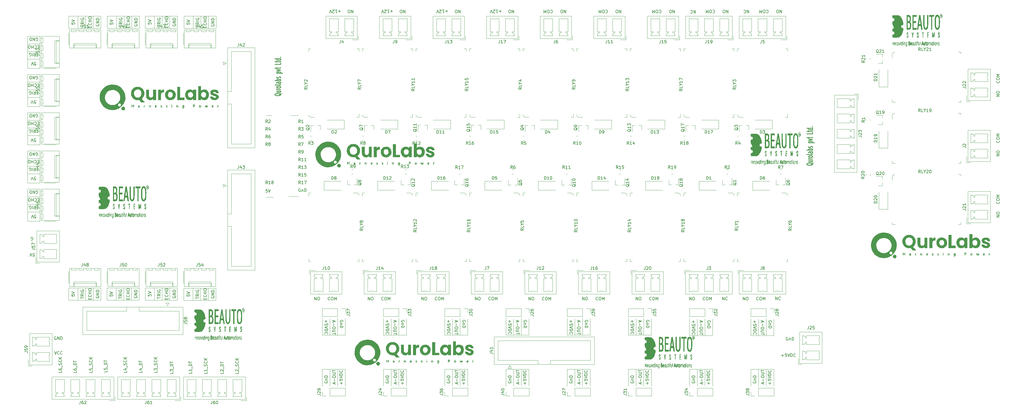
<source format=gbr>
%TF.GenerationSoftware,KiCad,Pcbnew,(5.1.12)-1*%
%TF.CreationDate,2022-04-06T16:59:54+05:30*%
%TF.ProjectId,Diet,44696574-2e6b-4696-9361-645f70636258,rev?*%
%TF.SameCoordinates,Original*%
%TF.FileFunction,Legend,Top*%
%TF.FilePolarity,Positive*%
%FSLAX46Y46*%
G04 Gerber Fmt 4.6, Leading zero omitted, Abs format (unit mm)*
G04 Created by KiCad (PCBNEW (5.1.12)-1) date 2022-04-06 16:59:54*
%MOMM*%
%LPD*%
G01*
G04 APERTURE LIST*
%ADD10C,0.150000*%
%ADD11C,0.120000*%
%ADD12C,0.250000*%
%ADD13C,0.010000*%
%ADD14C,0.100000*%
G04 APERTURE END LIST*
D10*
X-41871733Y-151598380D02*
X-41538400Y-152598380D01*
X-41205066Y-151598380D01*
X-40300304Y-152503142D02*
X-40347923Y-152550761D01*
X-40490780Y-152598380D01*
X-40586019Y-152598380D01*
X-40728876Y-152550761D01*
X-40824114Y-152455523D01*
X-40871733Y-152360285D01*
X-40919352Y-152169809D01*
X-40919352Y-152026952D01*
X-40871733Y-151836476D01*
X-40824114Y-151741238D01*
X-40728876Y-151646000D01*
X-40586019Y-151598380D01*
X-40490780Y-151598380D01*
X-40347923Y-151646000D01*
X-40300304Y-151693619D01*
X-39300304Y-152503142D02*
X-39347923Y-152550761D01*
X-39490780Y-152598380D01*
X-39586019Y-152598380D01*
X-39728876Y-152550761D01*
X-39824114Y-152455523D01*
X-39871733Y-152360285D01*
X-39919352Y-152169809D01*
X-39919352Y-152026952D01*
X-39871733Y-151836476D01*
X-39824114Y-151741238D01*
X-39728876Y-151646000D01*
X-39586019Y-151598380D01*
X-39490780Y-151598380D01*
X-39347923Y-151646000D01*
X-39300304Y-151693619D01*
X-41401904Y-146769200D02*
X-41497142Y-146721580D01*
X-41640000Y-146721580D01*
X-41782857Y-146769200D01*
X-41878095Y-146864438D01*
X-41925714Y-146959676D01*
X-41973333Y-147150152D01*
X-41973333Y-147293009D01*
X-41925714Y-147483485D01*
X-41878095Y-147578723D01*
X-41782857Y-147673961D01*
X-41640000Y-147721580D01*
X-41544761Y-147721580D01*
X-41401904Y-147673961D01*
X-41354285Y-147626342D01*
X-41354285Y-147293009D01*
X-41544761Y-147293009D01*
X-40925714Y-147721580D02*
X-40925714Y-146721580D01*
X-40354285Y-147721580D01*
X-40354285Y-146721580D01*
X-39878095Y-147721580D02*
X-39878095Y-146721580D01*
X-39640000Y-146721580D01*
X-39497142Y-146769200D01*
X-39401904Y-146864438D01*
X-39354285Y-146959676D01*
X-39306666Y-147150152D01*
X-39306666Y-147293009D01*
X-39354285Y-147483485D01*
X-39401904Y-147578723D01*
X-39497142Y-147673961D01*
X-39640000Y-147721580D01*
X-39878095Y-147721580D01*
X-34599619Y-158146571D02*
X-34599619Y-158622761D01*
X-35599619Y-158622761D01*
X-35599619Y-157384666D02*
X-35599619Y-157575142D01*
X-35552000Y-157670380D01*
X-35504380Y-157718000D01*
X-35361523Y-157813238D01*
X-35171047Y-157860857D01*
X-34790095Y-157860857D01*
X-34694857Y-157813238D01*
X-34647238Y-157765619D01*
X-34599619Y-157670380D01*
X-34599619Y-157479904D01*
X-34647238Y-157384666D01*
X-34694857Y-157337047D01*
X-34790095Y-157289428D01*
X-35028190Y-157289428D01*
X-35123428Y-157337047D01*
X-35171047Y-157384666D01*
X-35218666Y-157479904D01*
X-35218666Y-157670380D01*
X-35171047Y-157765619D01*
X-35123428Y-157813238D01*
X-35028190Y-157860857D01*
X-34504380Y-157098952D02*
X-34504380Y-156337047D01*
X-34599619Y-156098952D02*
X-35599619Y-156098952D01*
X-35599619Y-155860857D01*
X-35552000Y-155718000D01*
X-35456761Y-155622761D01*
X-35361523Y-155575142D01*
X-35171047Y-155527523D01*
X-35028190Y-155527523D01*
X-34837714Y-155575142D01*
X-34742476Y-155622761D01*
X-34647238Y-155718000D01*
X-34599619Y-155860857D01*
X-34599619Y-156098952D01*
X-35599619Y-155241809D02*
X-35599619Y-154670380D01*
X-34599619Y-154956095D02*
X-35599619Y-154956095D01*
X-39476419Y-158132209D02*
X-39476419Y-158608400D01*
X-40476419Y-158608400D01*
X-40476419Y-157370304D02*
X-40476419Y-157560780D01*
X-40428800Y-157656019D01*
X-40381180Y-157703638D01*
X-40238323Y-157798876D01*
X-40047847Y-157846495D01*
X-39666895Y-157846495D01*
X-39571657Y-157798876D01*
X-39524038Y-157751257D01*
X-39476419Y-157656019D01*
X-39476419Y-157465542D01*
X-39524038Y-157370304D01*
X-39571657Y-157322685D01*
X-39666895Y-157275066D01*
X-39904990Y-157275066D01*
X-40000228Y-157322685D01*
X-40047847Y-157370304D01*
X-40095466Y-157465542D01*
X-40095466Y-157656019D01*
X-40047847Y-157751257D01*
X-40000228Y-157798876D01*
X-39904990Y-157846495D01*
X-39381180Y-157084590D02*
X-39381180Y-156322685D01*
X-39524038Y-156132209D02*
X-39476419Y-155989352D01*
X-39476419Y-155751257D01*
X-39524038Y-155656019D01*
X-39571657Y-155608400D01*
X-39666895Y-155560780D01*
X-39762133Y-155560780D01*
X-39857371Y-155608400D01*
X-39904990Y-155656019D01*
X-39952609Y-155751257D01*
X-40000228Y-155941733D01*
X-40047847Y-156036971D01*
X-40095466Y-156084590D01*
X-40190704Y-156132209D01*
X-40285942Y-156132209D01*
X-40381180Y-156084590D01*
X-40428800Y-156036971D01*
X-40476419Y-155941733D01*
X-40476419Y-155703638D01*
X-40428800Y-155560780D01*
X-39571657Y-154560780D02*
X-39524038Y-154608400D01*
X-39476419Y-154751257D01*
X-39476419Y-154846495D01*
X-39524038Y-154989352D01*
X-39619276Y-155084590D01*
X-39714514Y-155132209D01*
X-39904990Y-155179828D01*
X-40047847Y-155179828D01*
X-40238323Y-155132209D01*
X-40333561Y-155084590D01*
X-40428800Y-154989352D01*
X-40476419Y-154846495D01*
X-40476419Y-154751257D01*
X-40428800Y-154608400D01*
X-40381180Y-154560780D01*
X-39476419Y-154132209D02*
X-40476419Y-154132209D01*
X-39476419Y-153560780D02*
X-40047847Y-153989352D01*
X-40476419Y-153560780D02*
X-39904990Y-154132209D01*
X-29316419Y-158132209D02*
X-29316419Y-158608400D01*
X-30316419Y-158608400D01*
X-30316419Y-157322685D02*
X-30316419Y-157798876D01*
X-29840228Y-157846495D01*
X-29887847Y-157798876D01*
X-29935466Y-157703638D01*
X-29935466Y-157465542D01*
X-29887847Y-157370304D01*
X-29840228Y-157322685D01*
X-29744990Y-157275066D01*
X-29506895Y-157275066D01*
X-29411657Y-157322685D01*
X-29364038Y-157370304D01*
X-29316419Y-157465542D01*
X-29316419Y-157703638D01*
X-29364038Y-157798876D01*
X-29411657Y-157846495D01*
X-29221180Y-157084590D02*
X-29221180Y-156322685D01*
X-29364038Y-156132209D02*
X-29316419Y-155989352D01*
X-29316419Y-155751257D01*
X-29364038Y-155656019D01*
X-29411657Y-155608400D01*
X-29506895Y-155560780D01*
X-29602133Y-155560780D01*
X-29697371Y-155608400D01*
X-29744990Y-155656019D01*
X-29792609Y-155751257D01*
X-29840228Y-155941733D01*
X-29887847Y-156036971D01*
X-29935466Y-156084590D01*
X-30030704Y-156132209D01*
X-30125942Y-156132209D01*
X-30221180Y-156084590D01*
X-30268800Y-156036971D01*
X-30316419Y-155941733D01*
X-30316419Y-155703638D01*
X-30268800Y-155560780D01*
X-29411657Y-154560780D02*
X-29364038Y-154608400D01*
X-29316419Y-154751257D01*
X-29316419Y-154846495D01*
X-29364038Y-154989352D01*
X-29459276Y-155084590D01*
X-29554514Y-155132209D01*
X-29744990Y-155179828D01*
X-29887847Y-155179828D01*
X-30078323Y-155132209D01*
X-30173561Y-155084590D01*
X-30268800Y-154989352D01*
X-30316419Y-154846495D01*
X-30316419Y-154751257D01*
X-30268800Y-154608400D01*
X-30221180Y-154560780D01*
X-29316419Y-154132209D02*
X-30316419Y-154132209D01*
X-29316419Y-153560780D02*
X-29887847Y-153989352D01*
X-30316419Y-153560780D02*
X-29744990Y-154132209D01*
X-24439619Y-157994171D02*
X-24439619Y-158470361D01*
X-25439619Y-158470361D01*
X-25439619Y-157184647D02*
X-25439619Y-157660838D01*
X-24963428Y-157708457D01*
X-25011047Y-157660838D01*
X-25058666Y-157565600D01*
X-25058666Y-157327504D01*
X-25011047Y-157232266D01*
X-24963428Y-157184647D01*
X-24868190Y-157137028D01*
X-24630095Y-157137028D01*
X-24534857Y-157184647D01*
X-24487238Y-157232266D01*
X-24439619Y-157327504D01*
X-24439619Y-157565600D01*
X-24487238Y-157660838D01*
X-24534857Y-157708457D01*
X-24344380Y-156946552D02*
X-24344380Y-156184647D01*
X-24439619Y-155946552D02*
X-25439619Y-155946552D01*
X-25439619Y-155708457D01*
X-25392000Y-155565600D01*
X-25296761Y-155470361D01*
X-25201523Y-155422742D01*
X-25011047Y-155375123D01*
X-24868190Y-155375123D01*
X-24677714Y-155422742D01*
X-24582476Y-155470361D01*
X-24487238Y-155565600D01*
X-24439619Y-155708457D01*
X-24439619Y-155946552D01*
X-25439619Y-155089409D02*
X-25439619Y-154517980D01*
X-24439619Y-154803695D02*
X-25439619Y-154803695D01*
X-17937219Y-158132209D02*
X-17937219Y-158608400D01*
X-18937219Y-158608400D01*
X-18603885Y-157370304D02*
X-17937219Y-157370304D01*
X-18984838Y-157608400D02*
X-18270552Y-157846495D01*
X-18270552Y-157227447D01*
X-17841980Y-157084590D02*
X-17841980Y-156322685D01*
X-17984838Y-156132209D02*
X-17937219Y-155989352D01*
X-17937219Y-155751257D01*
X-17984838Y-155656019D01*
X-18032457Y-155608400D01*
X-18127695Y-155560780D01*
X-18222933Y-155560780D01*
X-18318171Y-155608400D01*
X-18365790Y-155656019D01*
X-18413409Y-155751257D01*
X-18461028Y-155941733D01*
X-18508647Y-156036971D01*
X-18556266Y-156084590D01*
X-18651504Y-156132209D01*
X-18746742Y-156132209D01*
X-18841980Y-156084590D01*
X-18889600Y-156036971D01*
X-18937219Y-155941733D01*
X-18937219Y-155703638D01*
X-18889600Y-155560780D01*
X-18032457Y-154560780D02*
X-17984838Y-154608400D01*
X-17937219Y-154751257D01*
X-17937219Y-154846495D01*
X-17984838Y-154989352D01*
X-18080076Y-155084590D01*
X-18175314Y-155132209D01*
X-18365790Y-155179828D01*
X-18508647Y-155179828D01*
X-18699123Y-155132209D01*
X-18794361Y-155084590D01*
X-18889600Y-154989352D01*
X-18937219Y-154846495D01*
X-18937219Y-154751257D01*
X-18889600Y-154608400D01*
X-18841980Y-154560780D01*
X-17937219Y-154132209D02*
X-18937219Y-154132209D01*
X-17937219Y-153560780D02*
X-18508647Y-153989352D01*
X-18937219Y-153560780D02*
X-18365790Y-154132209D01*
X-12806419Y-158146571D02*
X-12806419Y-158622761D01*
X-13806419Y-158622761D01*
X-13473085Y-157384666D02*
X-12806419Y-157384666D01*
X-13854038Y-157622761D02*
X-13139752Y-157860857D01*
X-13139752Y-157241809D01*
X-12711180Y-157098952D02*
X-12711180Y-156337047D01*
X-12806419Y-156098952D02*
X-13806419Y-156098952D01*
X-13806419Y-155860857D01*
X-13758800Y-155718000D01*
X-13663561Y-155622761D01*
X-13568323Y-155575142D01*
X-13377847Y-155527523D01*
X-13234990Y-155527523D01*
X-13044514Y-155575142D01*
X-12949276Y-155622761D01*
X-12854038Y-155718000D01*
X-12806419Y-155860857D01*
X-12806419Y-156098952D01*
X-13806419Y-155241809D02*
X-13806419Y-154670380D01*
X-12806419Y-154956095D02*
X-13806419Y-154956095D01*
X-7828019Y-158132209D02*
X-7828019Y-158608400D01*
X-8828019Y-158608400D01*
X-8828019Y-157894114D02*
X-8828019Y-157275066D01*
X-8447066Y-157608400D01*
X-8447066Y-157465542D01*
X-8399447Y-157370304D01*
X-8351828Y-157322685D01*
X-8256590Y-157275066D01*
X-8018495Y-157275066D01*
X-7923257Y-157322685D01*
X-7875638Y-157370304D01*
X-7828019Y-157465542D01*
X-7828019Y-157751257D01*
X-7875638Y-157846495D01*
X-7923257Y-157894114D01*
X-7732780Y-157084590D02*
X-7732780Y-156322685D01*
X-7875638Y-156132209D02*
X-7828019Y-155989352D01*
X-7828019Y-155751257D01*
X-7875638Y-155656019D01*
X-7923257Y-155608400D01*
X-8018495Y-155560780D01*
X-8113733Y-155560780D01*
X-8208971Y-155608400D01*
X-8256590Y-155656019D01*
X-8304209Y-155751257D01*
X-8351828Y-155941733D01*
X-8399447Y-156036971D01*
X-8447066Y-156084590D01*
X-8542304Y-156132209D01*
X-8637542Y-156132209D01*
X-8732780Y-156084590D01*
X-8780400Y-156036971D01*
X-8828019Y-155941733D01*
X-8828019Y-155703638D01*
X-8780400Y-155560780D01*
X-7923257Y-154560780D02*
X-7875638Y-154608400D01*
X-7828019Y-154751257D01*
X-7828019Y-154846495D01*
X-7875638Y-154989352D01*
X-7970876Y-155084590D01*
X-8066114Y-155132209D01*
X-8256590Y-155179828D01*
X-8399447Y-155179828D01*
X-8589923Y-155132209D01*
X-8685161Y-155084590D01*
X-8780400Y-154989352D01*
X-8828019Y-154846495D01*
X-8828019Y-154751257D01*
X-8780400Y-154608400D01*
X-8732780Y-154560780D01*
X-7828019Y-154132209D02*
X-8828019Y-154132209D01*
X-7828019Y-153560780D02*
X-8399447Y-153989352D01*
X-8828019Y-153560780D02*
X-8256590Y-154132209D01*
X-2544819Y-158451371D02*
X-2544819Y-158927561D01*
X-3544819Y-158927561D01*
X-3544819Y-158213276D02*
X-3544819Y-157594228D01*
X-3163866Y-157927561D01*
X-3163866Y-157784704D01*
X-3116247Y-157689466D01*
X-3068628Y-157641847D01*
X-2973390Y-157594228D01*
X-2735295Y-157594228D01*
X-2640057Y-157641847D01*
X-2592438Y-157689466D01*
X-2544819Y-157784704D01*
X-2544819Y-158070419D01*
X-2592438Y-158165657D01*
X-2640057Y-158213276D01*
X-2449580Y-157403752D02*
X-2449580Y-156641847D01*
X-2544819Y-156403752D02*
X-3544819Y-156403752D01*
X-3544819Y-156165657D01*
X-3497200Y-156022800D01*
X-3401961Y-155927561D01*
X-3306723Y-155879942D01*
X-3116247Y-155832323D01*
X-2973390Y-155832323D01*
X-2782914Y-155879942D01*
X-2687676Y-155927561D01*
X-2592438Y-156022800D01*
X-2544819Y-156165657D01*
X-2544819Y-156403752D01*
X-3544819Y-155546609D02*
X-3544819Y-154975180D01*
X-2544819Y-155260895D02*
X-3544819Y-155260895D01*
X3652780Y-158400571D02*
X3652780Y-158876761D01*
X2652780Y-158876761D01*
X3652780Y-157543428D02*
X3652780Y-158114857D01*
X3652780Y-157829142D02*
X2652780Y-157829142D01*
X2795638Y-157924380D01*
X2890876Y-158019619D01*
X2938495Y-158114857D01*
X3748019Y-157352952D02*
X3748019Y-156591047D01*
X3652780Y-156352952D02*
X2652780Y-156352952D01*
X2652780Y-156114857D01*
X2700400Y-155972000D01*
X2795638Y-155876761D01*
X2890876Y-155829142D01*
X3081352Y-155781523D01*
X3224209Y-155781523D01*
X3414685Y-155829142D01*
X3509923Y-155876761D01*
X3605161Y-155972000D01*
X3652780Y-156114857D01*
X3652780Y-156352952D01*
X2652780Y-155495809D02*
X2652780Y-154924380D01*
X3652780Y-155210095D02*
X2652780Y-155210095D01*
X8783580Y-158487809D02*
X8783580Y-158964000D01*
X7783580Y-158964000D01*
X8783580Y-157630666D02*
X8783580Y-158202095D01*
X8783580Y-157916380D02*
X7783580Y-157916380D01*
X7926438Y-158011619D01*
X8021676Y-158106857D01*
X8069295Y-158202095D01*
X8878819Y-157440190D02*
X8878819Y-156678285D01*
X8735961Y-156487809D02*
X8783580Y-156344952D01*
X8783580Y-156106857D01*
X8735961Y-156011619D01*
X8688342Y-155964000D01*
X8593104Y-155916380D01*
X8497866Y-155916380D01*
X8402628Y-155964000D01*
X8355009Y-156011619D01*
X8307390Y-156106857D01*
X8259771Y-156297333D01*
X8212152Y-156392571D01*
X8164533Y-156440190D01*
X8069295Y-156487809D01*
X7974057Y-156487809D01*
X7878819Y-156440190D01*
X7831200Y-156392571D01*
X7783580Y-156297333D01*
X7783580Y-156059238D01*
X7831200Y-155916380D01*
X8688342Y-154916380D02*
X8735961Y-154964000D01*
X8783580Y-155106857D01*
X8783580Y-155202095D01*
X8735961Y-155344952D01*
X8640723Y-155440190D01*
X8545485Y-155487809D01*
X8355009Y-155535428D01*
X8212152Y-155535428D01*
X8021676Y-155487809D01*
X7926438Y-155440190D01*
X7831200Y-155344952D01*
X7783580Y-155202095D01*
X7783580Y-155106857D01*
X7831200Y-154964000D01*
X7878819Y-154916380D01*
X8783580Y-154487809D02*
X7783580Y-154487809D01*
X8783580Y-153916380D02*
X8212152Y-154344952D01*
X7783580Y-153916380D02*
X8355009Y-154487809D01*
X14168380Y-158502171D02*
X14168380Y-158978361D01*
X13168380Y-158978361D01*
X13263619Y-158216457D02*
X13216000Y-158168838D01*
X13168380Y-158073600D01*
X13168380Y-157835504D01*
X13216000Y-157740266D01*
X13263619Y-157692647D01*
X13358857Y-157645028D01*
X13454095Y-157645028D01*
X13596952Y-157692647D01*
X14168380Y-158264076D01*
X14168380Y-157645028D01*
X14263619Y-157454552D02*
X14263619Y-156692647D01*
X14168380Y-156454552D02*
X13168380Y-156454552D01*
X13168380Y-156216457D01*
X13216000Y-156073600D01*
X13311238Y-155978361D01*
X13406476Y-155930742D01*
X13596952Y-155883123D01*
X13739809Y-155883123D01*
X13930285Y-155930742D01*
X14025523Y-155978361D01*
X14120761Y-156073600D01*
X14168380Y-156216457D01*
X14168380Y-156454552D01*
X13168380Y-155597409D02*
X13168380Y-155025980D01*
X14168380Y-155311695D02*
X13168380Y-155311695D01*
X19197580Y-158487809D02*
X19197580Y-158964000D01*
X18197580Y-158964000D01*
X18292819Y-158202095D02*
X18245200Y-158154476D01*
X18197580Y-158059238D01*
X18197580Y-157821142D01*
X18245200Y-157725904D01*
X18292819Y-157678285D01*
X18388057Y-157630666D01*
X18483295Y-157630666D01*
X18626152Y-157678285D01*
X19197580Y-158249714D01*
X19197580Y-157630666D01*
X19292819Y-157440190D02*
X19292819Y-156678285D01*
X19149961Y-156487809D02*
X19197580Y-156344952D01*
X19197580Y-156106857D01*
X19149961Y-156011619D01*
X19102342Y-155964000D01*
X19007104Y-155916380D01*
X18911866Y-155916380D01*
X18816628Y-155964000D01*
X18769009Y-156011619D01*
X18721390Y-156106857D01*
X18673771Y-156297333D01*
X18626152Y-156392571D01*
X18578533Y-156440190D01*
X18483295Y-156487809D01*
X18388057Y-156487809D01*
X18292819Y-156440190D01*
X18245200Y-156392571D01*
X18197580Y-156297333D01*
X18197580Y-156059238D01*
X18245200Y-155916380D01*
X19102342Y-154916380D02*
X19149961Y-154964000D01*
X19197580Y-155106857D01*
X19197580Y-155202095D01*
X19149961Y-155344952D01*
X19054723Y-155440190D01*
X18959485Y-155487809D01*
X18769009Y-155535428D01*
X18626152Y-155535428D01*
X18435676Y-155487809D01*
X18340438Y-155440190D01*
X18245200Y-155344952D01*
X18197580Y-155202095D01*
X18197580Y-155106857D01*
X18245200Y-154964000D01*
X18292819Y-154916380D01*
X19197580Y-154487809D02*
X18197580Y-154487809D01*
X19197580Y-153916380D02*
X18626152Y-154344952D01*
X18197580Y-153916380D02*
X18769009Y-154487809D01*
X-49626804Y-114622200D02*
X-49531566Y-114669819D01*
X-49388709Y-114669819D01*
X-49245852Y-114622200D01*
X-49150614Y-114526961D01*
X-49102995Y-114431723D01*
X-49055376Y-114241247D01*
X-49055376Y-114098390D01*
X-49102995Y-113907914D01*
X-49150614Y-113812676D01*
X-49245852Y-113717438D01*
X-49388709Y-113669819D01*
X-49483947Y-113669819D01*
X-49626804Y-113717438D01*
X-49674423Y-113765057D01*
X-49674423Y-114098390D01*
X-49483947Y-114098390D01*
X-49047423Y-119978419D02*
X-48571233Y-119978419D01*
X-48523614Y-119502228D01*
X-48571233Y-119549847D01*
X-48666471Y-119597466D01*
X-48904566Y-119597466D01*
X-48999804Y-119549847D01*
X-49047423Y-119502228D01*
X-49095042Y-119406990D01*
X-49095042Y-119168895D01*
X-49047423Y-119073657D01*
X-48999804Y-119026038D01*
X-48904566Y-118978419D01*
X-48666471Y-118978419D01*
X-48571233Y-119026038D01*
X-48523614Y-119073657D01*
X-49380757Y-119978419D02*
X-49714090Y-118978419D01*
X-50047423Y-119978419D01*
D11*
X9169400Y-40208200D02*
X11709400Y-40208200D01*
X1041400Y-40208200D02*
X9169400Y-40208200D01*
X-11785600Y-40157400D02*
X-1117600Y-40157400D01*
X-24460200Y-40182800D02*
X-13792200Y-40182800D01*
X-37185600Y-40182800D02*
X-26517600Y-40182800D01*
X-50825400Y-46837600D02*
X-50825400Y-57505600D01*
X-50850800Y-59563000D02*
X-50850800Y-70231000D01*
X-50850800Y-72237600D02*
X-50850800Y-82905600D01*
X-50850800Y-84963000D02*
X-50850800Y-95631000D01*
X-50825400Y-97637600D02*
X-50825400Y-108305600D01*
X1016000Y-130556000D02*
X11684000Y-130556000D01*
X-11785600Y-130505200D02*
X-1117600Y-130505200D01*
X-24536400Y-130530600D02*
X-13868400Y-130530600D01*
X-37211000Y-130530600D02*
X-26543000Y-130530600D01*
D10*
X-47031495Y-101265028D02*
X-47364828Y-101265028D01*
X-47507685Y-100741219D02*
X-47031495Y-100741219D01*
X-47031495Y-101741219D01*
X-47507685Y-101741219D01*
X-48507685Y-100836457D02*
X-48460066Y-100788838D01*
X-48317209Y-100741219D01*
X-48221971Y-100741219D01*
X-48079114Y-100788838D01*
X-47983876Y-100884076D01*
X-47936257Y-100979314D01*
X-47888638Y-101169790D01*
X-47888638Y-101312647D01*
X-47936257Y-101503123D01*
X-47983876Y-101598361D01*
X-48079114Y-101693600D01*
X-48221971Y-101741219D01*
X-48317209Y-101741219D01*
X-48460066Y-101693600D01*
X-48507685Y-101645980D01*
X-48936257Y-100741219D02*
X-48936257Y-101741219D01*
X-48936257Y-101265028D02*
X-49507685Y-101265028D01*
X-49507685Y-100741219D02*
X-49507685Y-101741219D01*
X-50174352Y-101741219D02*
X-50364828Y-101741219D01*
X-50460066Y-101693600D01*
X-50555304Y-101598361D01*
X-50602923Y-101407885D01*
X-50602923Y-101074552D01*
X-50555304Y-100884076D01*
X-50460066Y-100788838D01*
X-50364828Y-100741219D01*
X-50174352Y-100741219D01*
X-50079114Y-100788838D01*
X-49983876Y-100884076D01*
X-49936257Y-101074552D01*
X-49936257Y-101407885D01*
X-49983876Y-101598361D01*
X-50079114Y-101693600D01*
X-50174352Y-101741219D01*
X-47269590Y-104281219D02*
X-47841019Y-104281219D01*
X-47555304Y-103281219D02*
X-47555304Y-104281219D01*
X-48745780Y-103281219D02*
X-48412447Y-103757409D01*
X-48174352Y-103281219D02*
X-48174352Y-104281219D01*
X-48555304Y-104281219D01*
X-48650542Y-104233600D01*
X-48698161Y-104185980D01*
X-48745780Y-104090742D01*
X-48745780Y-103947885D01*
X-48698161Y-103852647D01*
X-48650542Y-103805028D01*
X-48555304Y-103757409D01*
X-48174352Y-103757409D01*
X-49174352Y-103281219D02*
X-49174352Y-104281219D01*
X-50174352Y-104233600D02*
X-50079114Y-104281219D01*
X-49936257Y-104281219D01*
X-49793400Y-104233600D01*
X-49698161Y-104138361D01*
X-49650542Y-104043123D01*
X-49602923Y-103852647D01*
X-49602923Y-103709790D01*
X-49650542Y-103519314D01*
X-49698161Y-103424076D01*
X-49793400Y-103328838D01*
X-49936257Y-103281219D01*
X-50031495Y-103281219D01*
X-50174352Y-103328838D01*
X-50221971Y-103376457D01*
X-50221971Y-103709790D01*
X-50031495Y-103709790D01*
X-48602923Y-107329219D02*
X-48126733Y-107329219D01*
X-48079114Y-106853028D01*
X-48126733Y-106900647D01*
X-48221971Y-106948266D01*
X-48460066Y-106948266D01*
X-48555304Y-106900647D01*
X-48602923Y-106853028D01*
X-48650542Y-106757790D01*
X-48650542Y-106519695D01*
X-48602923Y-106424457D01*
X-48555304Y-106376838D01*
X-48460066Y-106329219D01*
X-48221971Y-106329219D01*
X-48126733Y-106376838D01*
X-48079114Y-106424457D01*
X-48936257Y-107329219D02*
X-49269590Y-106329219D01*
X-49602923Y-107329219D01*
X-48031495Y-99153600D02*
X-47936257Y-99201219D01*
X-47793400Y-99201219D01*
X-47650542Y-99153600D01*
X-47555304Y-99058361D01*
X-47507685Y-98963123D01*
X-47460066Y-98772647D01*
X-47460066Y-98629790D01*
X-47507685Y-98439314D01*
X-47555304Y-98344076D01*
X-47650542Y-98248838D01*
X-47793400Y-98201219D01*
X-47888638Y-98201219D01*
X-48031495Y-98248838D01*
X-48079114Y-98296457D01*
X-48079114Y-98629790D01*
X-47888638Y-98629790D01*
X-48507685Y-98201219D02*
X-48507685Y-99201219D01*
X-49079114Y-98201219D01*
X-49079114Y-99201219D01*
X-49555304Y-98201219D02*
X-49555304Y-99201219D01*
X-49793400Y-99201219D01*
X-49936257Y-99153600D01*
X-50031495Y-99058361D01*
X-50079114Y-98963123D01*
X-50126733Y-98772647D01*
X-50126733Y-98629790D01*
X-50079114Y-98439314D01*
X-50031495Y-98344076D01*
X-49936257Y-98248838D01*
X-49793400Y-98201219D01*
X-49555304Y-98201219D01*
D11*
X-46761400Y-97637600D02*
X-50825400Y-97637600D01*
X-50825400Y-102717600D02*
X-46761400Y-102717600D01*
X-46761400Y-108305600D02*
X-46761400Y-97637600D01*
X-50825400Y-100177600D02*
X-46761400Y-100177600D01*
X-50825400Y-108305600D02*
X-46761400Y-108305600D01*
X-50825400Y-105257600D02*
X-46761400Y-105257600D01*
D10*
X-47056895Y-88590428D02*
X-47390228Y-88590428D01*
X-47533085Y-88066619D02*
X-47056895Y-88066619D01*
X-47056895Y-89066619D01*
X-47533085Y-89066619D01*
X-48533085Y-88161857D02*
X-48485466Y-88114238D01*
X-48342609Y-88066619D01*
X-48247371Y-88066619D01*
X-48104514Y-88114238D01*
X-48009276Y-88209476D01*
X-47961657Y-88304714D01*
X-47914038Y-88495190D01*
X-47914038Y-88638047D01*
X-47961657Y-88828523D01*
X-48009276Y-88923761D01*
X-48104514Y-89019000D01*
X-48247371Y-89066619D01*
X-48342609Y-89066619D01*
X-48485466Y-89019000D01*
X-48533085Y-88971380D01*
X-48961657Y-88066619D02*
X-48961657Y-89066619D01*
X-48961657Y-88590428D02*
X-49533085Y-88590428D01*
X-49533085Y-88066619D02*
X-49533085Y-89066619D01*
X-50199752Y-89066619D02*
X-50390228Y-89066619D01*
X-50485466Y-89019000D01*
X-50580704Y-88923761D01*
X-50628323Y-88733285D01*
X-50628323Y-88399952D01*
X-50580704Y-88209476D01*
X-50485466Y-88114238D01*
X-50390228Y-88066619D01*
X-50199752Y-88066619D01*
X-50104514Y-88114238D01*
X-50009276Y-88209476D01*
X-49961657Y-88399952D01*
X-49961657Y-88733285D01*
X-50009276Y-88923761D01*
X-50104514Y-89019000D01*
X-50199752Y-89066619D01*
X-47294990Y-91606619D02*
X-47866419Y-91606619D01*
X-47580704Y-90606619D02*
X-47580704Y-91606619D01*
X-48771180Y-90606619D02*
X-48437847Y-91082809D01*
X-48199752Y-90606619D02*
X-48199752Y-91606619D01*
X-48580704Y-91606619D01*
X-48675942Y-91559000D01*
X-48723561Y-91511380D01*
X-48771180Y-91416142D01*
X-48771180Y-91273285D01*
X-48723561Y-91178047D01*
X-48675942Y-91130428D01*
X-48580704Y-91082809D01*
X-48199752Y-91082809D01*
X-49199752Y-90606619D02*
X-49199752Y-91606619D01*
X-50199752Y-91559000D02*
X-50104514Y-91606619D01*
X-49961657Y-91606619D01*
X-49818800Y-91559000D01*
X-49723561Y-91463761D01*
X-49675942Y-91368523D01*
X-49628323Y-91178047D01*
X-49628323Y-91035190D01*
X-49675942Y-90844714D01*
X-49723561Y-90749476D01*
X-49818800Y-90654238D01*
X-49961657Y-90606619D01*
X-50056895Y-90606619D01*
X-50199752Y-90654238D01*
X-50247371Y-90701857D01*
X-50247371Y-91035190D01*
X-50056895Y-91035190D01*
X-48628323Y-94654619D02*
X-48152133Y-94654619D01*
X-48104514Y-94178428D01*
X-48152133Y-94226047D01*
X-48247371Y-94273666D01*
X-48485466Y-94273666D01*
X-48580704Y-94226047D01*
X-48628323Y-94178428D01*
X-48675942Y-94083190D01*
X-48675942Y-93845095D01*
X-48628323Y-93749857D01*
X-48580704Y-93702238D01*
X-48485466Y-93654619D01*
X-48247371Y-93654619D01*
X-48152133Y-93702238D01*
X-48104514Y-93749857D01*
X-48961657Y-94654619D02*
X-49294990Y-93654619D01*
X-49628323Y-94654619D01*
X-48056895Y-86479000D02*
X-47961657Y-86526619D01*
X-47818800Y-86526619D01*
X-47675942Y-86479000D01*
X-47580704Y-86383761D01*
X-47533085Y-86288523D01*
X-47485466Y-86098047D01*
X-47485466Y-85955190D01*
X-47533085Y-85764714D01*
X-47580704Y-85669476D01*
X-47675942Y-85574238D01*
X-47818800Y-85526619D01*
X-47914038Y-85526619D01*
X-48056895Y-85574238D01*
X-48104514Y-85621857D01*
X-48104514Y-85955190D01*
X-47914038Y-85955190D01*
X-48533085Y-85526619D02*
X-48533085Y-86526619D01*
X-49104514Y-85526619D01*
X-49104514Y-86526619D01*
X-49580704Y-85526619D02*
X-49580704Y-86526619D01*
X-49818800Y-86526619D01*
X-49961657Y-86479000D01*
X-50056895Y-86383761D01*
X-50104514Y-86288523D01*
X-50152133Y-86098047D01*
X-50152133Y-85955190D01*
X-50104514Y-85764714D01*
X-50056895Y-85669476D01*
X-49961657Y-85574238D01*
X-49818800Y-85526619D01*
X-49580704Y-85526619D01*
D11*
X-46786800Y-84963000D02*
X-50850800Y-84963000D01*
X-50850800Y-90043000D02*
X-46786800Y-90043000D01*
X-46786800Y-95631000D02*
X-46786800Y-84963000D01*
X-50850800Y-87503000D02*
X-46786800Y-87503000D01*
X-50850800Y-95631000D02*
X-46786800Y-95631000D01*
X-50850800Y-92583000D02*
X-46786800Y-92583000D01*
D10*
X-47056895Y-75865028D02*
X-47390228Y-75865028D01*
X-47533085Y-75341219D02*
X-47056895Y-75341219D01*
X-47056895Y-76341219D01*
X-47533085Y-76341219D01*
X-48533085Y-75436457D02*
X-48485466Y-75388838D01*
X-48342609Y-75341219D01*
X-48247371Y-75341219D01*
X-48104514Y-75388838D01*
X-48009276Y-75484076D01*
X-47961657Y-75579314D01*
X-47914038Y-75769790D01*
X-47914038Y-75912647D01*
X-47961657Y-76103123D01*
X-48009276Y-76198361D01*
X-48104514Y-76293600D01*
X-48247371Y-76341219D01*
X-48342609Y-76341219D01*
X-48485466Y-76293600D01*
X-48533085Y-76245980D01*
X-48961657Y-75341219D02*
X-48961657Y-76341219D01*
X-48961657Y-75865028D02*
X-49533085Y-75865028D01*
X-49533085Y-75341219D02*
X-49533085Y-76341219D01*
X-50199752Y-76341219D02*
X-50390228Y-76341219D01*
X-50485466Y-76293600D01*
X-50580704Y-76198361D01*
X-50628323Y-76007885D01*
X-50628323Y-75674552D01*
X-50580704Y-75484076D01*
X-50485466Y-75388838D01*
X-50390228Y-75341219D01*
X-50199752Y-75341219D01*
X-50104514Y-75388838D01*
X-50009276Y-75484076D01*
X-49961657Y-75674552D01*
X-49961657Y-76007885D01*
X-50009276Y-76198361D01*
X-50104514Y-76293600D01*
X-50199752Y-76341219D01*
X-47294990Y-78881219D02*
X-47866419Y-78881219D01*
X-47580704Y-77881219D02*
X-47580704Y-78881219D01*
X-48771180Y-77881219D02*
X-48437847Y-78357409D01*
X-48199752Y-77881219D02*
X-48199752Y-78881219D01*
X-48580704Y-78881219D01*
X-48675942Y-78833600D01*
X-48723561Y-78785980D01*
X-48771180Y-78690742D01*
X-48771180Y-78547885D01*
X-48723561Y-78452647D01*
X-48675942Y-78405028D01*
X-48580704Y-78357409D01*
X-48199752Y-78357409D01*
X-49199752Y-77881219D02*
X-49199752Y-78881219D01*
X-50199752Y-78833600D02*
X-50104514Y-78881219D01*
X-49961657Y-78881219D01*
X-49818800Y-78833600D01*
X-49723561Y-78738361D01*
X-49675942Y-78643123D01*
X-49628323Y-78452647D01*
X-49628323Y-78309790D01*
X-49675942Y-78119314D01*
X-49723561Y-78024076D01*
X-49818800Y-77928838D01*
X-49961657Y-77881219D01*
X-50056895Y-77881219D01*
X-50199752Y-77928838D01*
X-50247371Y-77976457D01*
X-50247371Y-78309790D01*
X-50056895Y-78309790D01*
X-48628323Y-81929219D02*
X-48152133Y-81929219D01*
X-48104514Y-81453028D01*
X-48152133Y-81500647D01*
X-48247371Y-81548266D01*
X-48485466Y-81548266D01*
X-48580704Y-81500647D01*
X-48628323Y-81453028D01*
X-48675942Y-81357790D01*
X-48675942Y-81119695D01*
X-48628323Y-81024457D01*
X-48580704Y-80976838D01*
X-48485466Y-80929219D01*
X-48247371Y-80929219D01*
X-48152133Y-80976838D01*
X-48104514Y-81024457D01*
X-48961657Y-81929219D02*
X-49294990Y-80929219D01*
X-49628323Y-81929219D01*
X-48056895Y-73753600D02*
X-47961657Y-73801219D01*
X-47818800Y-73801219D01*
X-47675942Y-73753600D01*
X-47580704Y-73658361D01*
X-47533085Y-73563123D01*
X-47485466Y-73372647D01*
X-47485466Y-73229790D01*
X-47533085Y-73039314D01*
X-47580704Y-72944076D01*
X-47675942Y-72848838D01*
X-47818800Y-72801219D01*
X-47914038Y-72801219D01*
X-48056895Y-72848838D01*
X-48104514Y-72896457D01*
X-48104514Y-73229790D01*
X-47914038Y-73229790D01*
X-48533085Y-72801219D02*
X-48533085Y-73801219D01*
X-49104514Y-72801219D01*
X-49104514Y-73801219D01*
X-49580704Y-72801219D02*
X-49580704Y-73801219D01*
X-49818800Y-73801219D01*
X-49961657Y-73753600D01*
X-50056895Y-73658361D01*
X-50104514Y-73563123D01*
X-50152133Y-73372647D01*
X-50152133Y-73229790D01*
X-50104514Y-73039314D01*
X-50056895Y-72944076D01*
X-49961657Y-72848838D01*
X-49818800Y-72801219D01*
X-49580704Y-72801219D01*
D11*
X-46786800Y-72237600D02*
X-50850800Y-72237600D01*
X-50850800Y-77317600D02*
X-46786800Y-77317600D01*
X-46786800Y-82905600D02*
X-46786800Y-72237600D01*
X-50850800Y-74777600D02*
X-46786800Y-74777600D01*
X-50850800Y-82905600D02*
X-46786800Y-82905600D01*
X-50850800Y-79857600D02*
X-46786800Y-79857600D01*
D10*
X-47056895Y-63190428D02*
X-47390228Y-63190428D01*
X-47533085Y-62666619D02*
X-47056895Y-62666619D01*
X-47056895Y-63666619D01*
X-47533085Y-63666619D01*
X-48533085Y-62761857D02*
X-48485466Y-62714238D01*
X-48342609Y-62666619D01*
X-48247371Y-62666619D01*
X-48104514Y-62714238D01*
X-48009276Y-62809476D01*
X-47961657Y-62904714D01*
X-47914038Y-63095190D01*
X-47914038Y-63238047D01*
X-47961657Y-63428523D01*
X-48009276Y-63523761D01*
X-48104514Y-63619000D01*
X-48247371Y-63666619D01*
X-48342609Y-63666619D01*
X-48485466Y-63619000D01*
X-48533085Y-63571380D01*
X-48961657Y-62666619D02*
X-48961657Y-63666619D01*
X-48961657Y-63190428D02*
X-49533085Y-63190428D01*
X-49533085Y-62666619D02*
X-49533085Y-63666619D01*
X-50199752Y-63666619D02*
X-50390228Y-63666619D01*
X-50485466Y-63619000D01*
X-50580704Y-63523761D01*
X-50628323Y-63333285D01*
X-50628323Y-62999952D01*
X-50580704Y-62809476D01*
X-50485466Y-62714238D01*
X-50390228Y-62666619D01*
X-50199752Y-62666619D01*
X-50104514Y-62714238D01*
X-50009276Y-62809476D01*
X-49961657Y-62999952D01*
X-49961657Y-63333285D01*
X-50009276Y-63523761D01*
X-50104514Y-63619000D01*
X-50199752Y-63666619D01*
X-47294990Y-66206619D02*
X-47866419Y-66206619D01*
X-47580704Y-65206619D02*
X-47580704Y-66206619D01*
X-48771180Y-65206619D02*
X-48437847Y-65682809D01*
X-48199752Y-65206619D02*
X-48199752Y-66206619D01*
X-48580704Y-66206619D01*
X-48675942Y-66159000D01*
X-48723561Y-66111380D01*
X-48771180Y-66016142D01*
X-48771180Y-65873285D01*
X-48723561Y-65778047D01*
X-48675942Y-65730428D01*
X-48580704Y-65682809D01*
X-48199752Y-65682809D01*
X-49199752Y-65206619D02*
X-49199752Y-66206619D01*
X-50199752Y-66159000D02*
X-50104514Y-66206619D01*
X-49961657Y-66206619D01*
X-49818800Y-66159000D01*
X-49723561Y-66063761D01*
X-49675942Y-65968523D01*
X-49628323Y-65778047D01*
X-49628323Y-65635190D01*
X-49675942Y-65444714D01*
X-49723561Y-65349476D01*
X-49818800Y-65254238D01*
X-49961657Y-65206619D01*
X-50056895Y-65206619D01*
X-50199752Y-65254238D01*
X-50247371Y-65301857D01*
X-50247371Y-65635190D01*
X-50056895Y-65635190D01*
X-48628323Y-69254619D02*
X-48152133Y-69254619D01*
X-48104514Y-68778428D01*
X-48152133Y-68826047D01*
X-48247371Y-68873666D01*
X-48485466Y-68873666D01*
X-48580704Y-68826047D01*
X-48628323Y-68778428D01*
X-48675942Y-68683190D01*
X-48675942Y-68445095D01*
X-48628323Y-68349857D01*
X-48580704Y-68302238D01*
X-48485466Y-68254619D01*
X-48247371Y-68254619D01*
X-48152133Y-68302238D01*
X-48104514Y-68349857D01*
X-48961657Y-69254619D02*
X-49294990Y-68254619D01*
X-49628323Y-69254619D01*
X-48056895Y-61079000D02*
X-47961657Y-61126619D01*
X-47818800Y-61126619D01*
X-47675942Y-61079000D01*
X-47580704Y-60983761D01*
X-47533085Y-60888523D01*
X-47485466Y-60698047D01*
X-47485466Y-60555190D01*
X-47533085Y-60364714D01*
X-47580704Y-60269476D01*
X-47675942Y-60174238D01*
X-47818800Y-60126619D01*
X-47914038Y-60126619D01*
X-48056895Y-60174238D01*
X-48104514Y-60221857D01*
X-48104514Y-60555190D01*
X-47914038Y-60555190D01*
X-48533085Y-60126619D02*
X-48533085Y-61126619D01*
X-49104514Y-60126619D01*
X-49104514Y-61126619D01*
X-49580704Y-60126619D02*
X-49580704Y-61126619D01*
X-49818800Y-61126619D01*
X-49961657Y-61079000D01*
X-50056895Y-60983761D01*
X-50104514Y-60888523D01*
X-50152133Y-60698047D01*
X-50152133Y-60555190D01*
X-50104514Y-60364714D01*
X-50056895Y-60269476D01*
X-49961657Y-60174238D01*
X-49818800Y-60126619D01*
X-49580704Y-60126619D01*
D11*
X-46786800Y-59563000D02*
X-50850800Y-59563000D01*
X-50850800Y-64643000D02*
X-46786800Y-64643000D01*
X-46786800Y-70231000D02*
X-46786800Y-59563000D01*
X-50850800Y-62103000D02*
X-46786800Y-62103000D01*
X-50850800Y-70231000D02*
X-46786800Y-70231000D01*
X-50850800Y-67183000D02*
X-46786800Y-67183000D01*
D10*
X-47031495Y-50465028D02*
X-47364828Y-50465028D01*
X-47507685Y-49941219D02*
X-47031495Y-49941219D01*
X-47031495Y-50941219D01*
X-47507685Y-50941219D01*
X-48507685Y-50036457D02*
X-48460066Y-49988838D01*
X-48317209Y-49941219D01*
X-48221971Y-49941219D01*
X-48079114Y-49988838D01*
X-47983876Y-50084076D01*
X-47936257Y-50179314D01*
X-47888638Y-50369790D01*
X-47888638Y-50512647D01*
X-47936257Y-50703123D01*
X-47983876Y-50798361D01*
X-48079114Y-50893600D01*
X-48221971Y-50941219D01*
X-48317209Y-50941219D01*
X-48460066Y-50893600D01*
X-48507685Y-50845980D01*
X-48936257Y-49941219D02*
X-48936257Y-50941219D01*
X-48936257Y-50465028D02*
X-49507685Y-50465028D01*
X-49507685Y-49941219D02*
X-49507685Y-50941219D01*
X-50174352Y-50941219D02*
X-50364828Y-50941219D01*
X-50460066Y-50893600D01*
X-50555304Y-50798361D01*
X-50602923Y-50607885D01*
X-50602923Y-50274552D01*
X-50555304Y-50084076D01*
X-50460066Y-49988838D01*
X-50364828Y-49941219D01*
X-50174352Y-49941219D01*
X-50079114Y-49988838D01*
X-49983876Y-50084076D01*
X-49936257Y-50274552D01*
X-49936257Y-50607885D01*
X-49983876Y-50798361D01*
X-50079114Y-50893600D01*
X-50174352Y-50941219D01*
X-47269590Y-53481219D02*
X-47841019Y-53481219D01*
X-47555304Y-52481219D02*
X-47555304Y-53481219D01*
X-48745780Y-52481219D02*
X-48412447Y-52957409D01*
X-48174352Y-52481219D02*
X-48174352Y-53481219D01*
X-48555304Y-53481219D01*
X-48650542Y-53433600D01*
X-48698161Y-53385980D01*
X-48745780Y-53290742D01*
X-48745780Y-53147885D01*
X-48698161Y-53052647D01*
X-48650542Y-53005028D01*
X-48555304Y-52957409D01*
X-48174352Y-52957409D01*
X-49174352Y-52481219D02*
X-49174352Y-53481219D01*
X-50174352Y-53433600D02*
X-50079114Y-53481219D01*
X-49936257Y-53481219D01*
X-49793400Y-53433600D01*
X-49698161Y-53338361D01*
X-49650542Y-53243123D01*
X-49602923Y-53052647D01*
X-49602923Y-52909790D01*
X-49650542Y-52719314D01*
X-49698161Y-52624076D01*
X-49793400Y-52528838D01*
X-49936257Y-52481219D01*
X-50031495Y-52481219D01*
X-50174352Y-52528838D01*
X-50221971Y-52576457D01*
X-50221971Y-52909790D01*
X-50031495Y-52909790D01*
X-48602923Y-56529219D02*
X-48126733Y-56529219D01*
X-48079114Y-56053028D01*
X-48126733Y-56100647D01*
X-48221971Y-56148266D01*
X-48460066Y-56148266D01*
X-48555304Y-56100647D01*
X-48602923Y-56053028D01*
X-48650542Y-55957790D01*
X-48650542Y-55719695D01*
X-48602923Y-55624457D01*
X-48555304Y-55576838D01*
X-48460066Y-55529219D01*
X-48221971Y-55529219D01*
X-48126733Y-55576838D01*
X-48079114Y-55624457D01*
X-48936257Y-56529219D02*
X-49269590Y-55529219D01*
X-49602923Y-56529219D01*
X-48031495Y-48353600D02*
X-47936257Y-48401219D01*
X-47793400Y-48401219D01*
X-47650542Y-48353600D01*
X-47555304Y-48258361D01*
X-47507685Y-48163123D01*
X-47460066Y-47972647D01*
X-47460066Y-47829790D01*
X-47507685Y-47639314D01*
X-47555304Y-47544076D01*
X-47650542Y-47448838D01*
X-47793400Y-47401219D01*
X-47888638Y-47401219D01*
X-48031495Y-47448838D01*
X-48079114Y-47496457D01*
X-48079114Y-47829790D01*
X-47888638Y-47829790D01*
X-48507685Y-47401219D02*
X-48507685Y-48401219D01*
X-49079114Y-47401219D01*
X-49079114Y-48401219D01*
X-49555304Y-47401219D02*
X-49555304Y-48401219D01*
X-49793400Y-48401219D01*
X-49936257Y-48353600D01*
X-50031495Y-48258361D01*
X-50079114Y-48163123D01*
X-50126733Y-47972647D01*
X-50126733Y-47829790D01*
X-50079114Y-47639314D01*
X-50031495Y-47544076D01*
X-49936257Y-47448838D01*
X-49793400Y-47401219D01*
X-49555304Y-47401219D01*
D11*
X-46761400Y-46837600D02*
X-50825400Y-46837600D01*
X-50825400Y-51917600D02*
X-46761400Y-51917600D01*
X-46761400Y-57505600D02*
X-46761400Y-46837600D01*
X-50825400Y-49377600D02*
X-46761400Y-49377600D01*
X-50825400Y-57505600D02*
X-46761400Y-57505600D01*
X-50825400Y-54457600D02*
X-46761400Y-54457600D01*
D10*
X-30145028Y-43976704D02*
X-30145028Y-43643371D01*
X-29621219Y-43500514D02*
X-29621219Y-43976704D01*
X-30621219Y-43976704D01*
X-30621219Y-43500514D01*
X-29716457Y-42500514D02*
X-29668838Y-42548133D01*
X-29621219Y-42690990D01*
X-29621219Y-42786228D01*
X-29668838Y-42929085D01*
X-29764076Y-43024323D01*
X-29859314Y-43071942D01*
X-30049790Y-43119561D01*
X-30192647Y-43119561D01*
X-30383123Y-43071942D01*
X-30478361Y-43024323D01*
X-30573600Y-42929085D01*
X-30621219Y-42786228D01*
X-30621219Y-42690990D01*
X-30573600Y-42548133D01*
X-30525980Y-42500514D01*
X-29621219Y-42071942D02*
X-30621219Y-42071942D01*
X-30145028Y-42071942D02*
X-30145028Y-41500514D01*
X-29621219Y-41500514D02*
X-30621219Y-41500514D01*
X-30621219Y-40833847D02*
X-30621219Y-40643371D01*
X-30573600Y-40548133D01*
X-30478361Y-40452895D01*
X-30287885Y-40405276D01*
X-29954552Y-40405276D01*
X-29764076Y-40452895D01*
X-29668838Y-40548133D01*
X-29621219Y-40643371D01*
X-29621219Y-40833847D01*
X-29668838Y-40929085D01*
X-29764076Y-41024323D01*
X-29954552Y-41071942D01*
X-30287885Y-41071942D01*
X-30478361Y-41024323D01*
X-30573600Y-40929085D01*
X-30621219Y-40833847D01*
X-33161219Y-43738609D02*
X-33161219Y-43167180D01*
X-32161219Y-43452895D02*
X-33161219Y-43452895D01*
X-32161219Y-42262419D02*
X-32637409Y-42595752D01*
X-32161219Y-42833847D02*
X-33161219Y-42833847D01*
X-33161219Y-42452895D01*
X-33113600Y-42357657D01*
X-33065980Y-42310038D01*
X-32970742Y-42262419D01*
X-32827885Y-42262419D01*
X-32732647Y-42310038D01*
X-32685028Y-42357657D01*
X-32637409Y-42452895D01*
X-32637409Y-42833847D01*
X-32161219Y-41833847D02*
X-33161219Y-41833847D01*
X-33113600Y-40833847D02*
X-33161219Y-40929085D01*
X-33161219Y-41071942D01*
X-33113600Y-41214800D01*
X-33018361Y-41310038D01*
X-32923123Y-41357657D01*
X-32732647Y-41405276D01*
X-32589790Y-41405276D01*
X-32399314Y-41357657D01*
X-32304076Y-41310038D01*
X-32208838Y-41214800D01*
X-32161219Y-41071942D01*
X-32161219Y-40976704D01*
X-32208838Y-40833847D01*
X-32256457Y-40786228D01*
X-32589790Y-40786228D01*
X-32589790Y-40976704D01*
X-36209219Y-42405276D02*
X-36209219Y-42881466D01*
X-35733028Y-42929085D01*
X-35780647Y-42881466D01*
X-35828266Y-42786228D01*
X-35828266Y-42548133D01*
X-35780647Y-42452895D01*
X-35733028Y-42405276D01*
X-35637790Y-42357657D01*
X-35399695Y-42357657D01*
X-35304457Y-42405276D01*
X-35256838Y-42452895D01*
X-35209219Y-42548133D01*
X-35209219Y-42786228D01*
X-35256838Y-42881466D01*
X-35304457Y-42929085D01*
X-36209219Y-42071942D02*
X-35209219Y-41738609D01*
X-36209219Y-41405276D01*
X-28033600Y-42976704D02*
X-28081219Y-43071942D01*
X-28081219Y-43214800D01*
X-28033600Y-43357657D01*
X-27938361Y-43452895D01*
X-27843123Y-43500514D01*
X-27652647Y-43548133D01*
X-27509790Y-43548133D01*
X-27319314Y-43500514D01*
X-27224076Y-43452895D01*
X-27128838Y-43357657D01*
X-27081219Y-43214800D01*
X-27081219Y-43119561D01*
X-27128838Y-42976704D01*
X-27176457Y-42929085D01*
X-27509790Y-42929085D01*
X-27509790Y-43119561D01*
X-27081219Y-42500514D02*
X-28081219Y-42500514D01*
X-27081219Y-41929085D01*
X-28081219Y-41929085D01*
X-27081219Y-41452895D02*
X-28081219Y-41452895D01*
X-28081219Y-41214800D01*
X-28033600Y-41071942D01*
X-27938361Y-40976704D01*
X-27843123Y-40929085D01*
X-27652647Y-40881466D01*
X-27509790Y-40881466D01*
X-27319314Y-40929085D01*
X-27224076Y-40976704D01*
X-27128838Y-41071942D01*
X-27081219Y-41214800D01*
X-27081219Y-41452895D01*
D11*
X-26517600Y-44246800D02*
X-26517600Y-40182800D01*
X-31597600Y-40182800D02*
X-31597600Y-44246800D01*
X-37185600Y-44246800D02*
X-26517600Y-44246800D01*
X-29057600Y-40182800D02*
X-29057600Y-44246800D01*
X-37185600Y-40182800D02*
X-37185600Y-44246800D01*
X-34137600Y-40182800D02*
X-34137600Y-44246800D01*
D10*
X-17419628Y-43976704D02*
X-17419628Y-43643371D01*
X-16895819Y-43500514D02*
X-16895819Y-43976704D01*
X-17895819Y-43976704D01*
X-17895819Y-43500514D01*
X-16991057Y-42500514D02*
X-16943438Y-42548133D01*
X-16895819Y-42690990D01*
X-16895819Y-42786228D01*
X-16943438Y-42929085D01*
X-17038676Y-43024323D01*
X-17133914Y-43071942D01*
X-17324390Y-43119561D01*
X-17467247Y-43119561D01*
X-17657723Y-43071942D01*
X-17752961Y-43024323D01*
X-17848200Y-42929085D01*
X-17895819Y-42786228D01*
X-17895819Y-42690990D01*
X-17848200Y-42548133D01*
X-17800580Y-42500514D01*
X-16895819Y-42071942D02*
X-17895819Y-42071942D01*
X-17419628Y-42071942D02*
X-17419628Y-41500514D01*
X-16895819Y-41500514D02*
X-17895819Y-41500514D01*
X-17895819Y-40833847D02*
X-17895819Y-40643371D01*
X-17848200Y-40548133D01*
X-17752961Y-40452895D01*
X-17562485Y-40405276D01*
X-17229152Y-40405276D01*
X-17038676Y-40452895D01*
X-16943438Y-40548133D01*
X-16895819Y-40643371D01*
X-16895819Y-40833847D01*
X-16943438Y-40929085D01*
X-17038676Y-41024323D01*
X-17229152Y-41071942D01*
X-17562485Y-41071942D01*
X-17752961Y-41024323D01*
X-17848200Y-40929085D01*
X-17895819Y-40833847D01*
X-20435819Y-43738609D02*
X-20435819Y-43167180D01*
X-19435819Y-43452895D02*
X-20435819Y-43452895D01*
X-19435819Y-42262419D02*
X-19912009Y-42595752D01*
X-19435819Y-42833847D02*
X-20435819Y-42833847D01*
X-20435819Y-42452895D01*
X-20388200Y-42357657D01*
X-20340580Y-42310038D01*
X-20245342Y-42262419D01*
X-20102485Y-42262419D01*
X-20007247Y-42310038D01*
X-19959628Y-42357657D01*
X-19912009Y-42452895D01*
X-19912009Y-42833847D01*
X-19435819Y-41833847D02*
X-20435819Y-41833847D01*
X-20388200Y-40833847D02*
X-20435819Y-40929085D01*
X-20435819Y-41071942D01*
X-20388200Y-41214800D01*
X-20292961Y-41310038D01*
X-20197723Y-41357657D01*
X-20007247Y-41405276D01*
X-19864390Y-41405276D01*
X-19673914Y-41357657D01*
X-19578676Y-41310038D01*
X-19483438Y-41214800D01*
X-19435819Y-41071942D01*
X-19435819Y-40976704D01*
X-19483438Y-40833847D01*
X-19531057Y-40786228D01*
X-19864390Y-40786228D01*
X-19864390Y-40976704D01*
X-23483819Y-42405276D02*
X-23483819Y-42881466D01*
X-23007628Y-42929085D01*
X-23055247Y-42881466D01*
X-23102866Y-42786228D01*
X-23102866Y-42548133D01*
X-23055247Y-42452895D01*
X-23007628Y-42405276D01*
X-22912390Y-42357657D01*
X-22674295Y-42357657D01*
X-22579057Y-42405276D01*
X-22531438Y-42452895D01*
X-22483819Y-42548133D01*
X-22483819Y-42786228D01*
X-22531438Y-42881466D01*
X-22579057Y-42929085D01*
X-23483819Y-42071942D02*
X-22483819Y-41738609D01*
X-23483819Y-41405276D01*
X-15308200Y-42976704D02*
X-15355819Y-43071942D01*
X-15355819Y-43214800D01*
X-15308200Y-43357657D01*
X-15212961Y-43452895D01*
X-15117723Y-43500514D01*
X-14927247Y-43548133D01*
X-14784390Y-43548133D01*
X-14593914Y-43500514D01*
X-14498676Y-43452895D01*
X-14403438Y-43357657D01*
X-14355819Y-43214800D01*
X-14355819Y-43119561D01*
X-14403438Y-42976704D01*
X-14451057Y-42929085D01*
X-14784390Y-42929085D01*
X-14784390Y-43119561D01*
X-14355819Y-42500514D02*
X-15355819Y-42500514D01*
X-14355819Y-41929085D01*
X-15355819Y-41929085D01*
X-14355819Y-41452895D02*
X-15355819Y-41452895D01*
X-15355819Y-41214800D01*
X-15308200Y-41071942D01*
X-15212961Y-40976704D01*
X-15117723Y-40929085D01*
X-14927247Y-40881466D01*
X-14784390Y-40881466D01*
X-14593914Y-40929085D01*
X-14498676Y-40976704D01*
X-14403438Y-41071942D01*
X-14355819Y-41214800D01*
X-14355819Y-41452895D01*
D11*
X-13792200Y-44246800D02*
X-13792200Y-40182800D01*
X-18872200Y-40182800D02*
X-18872200Y-44246800D01*
X-24460200Y-44246800D02*
X-13792200Y-44246800D01*
X-16332200Y-40182800D02*
X-16332200Y-44246800D01*
X-24460200Y-40182800D02*
X-24460200Y-44246800D01*
X-21412200Y-40182800D02*
X-21412200Y-44246800D01*
D10*
X-4745028Y-43951304D02*
X-4745028Y-43617971D01*
X-4221219Y-43475114D02*
X-4221219Y-43951304D01*
X-5221219Y-43951304D01*
X-5221219Y-43475114D01*
X-4316457Y-42475114D02*
X-4268838Y-42522733D01*
X-4221219Y-42665590D01*
X-4221219Y-42760828D01*
X-4268838Y-42903685D01*
X-4364076Y-42998923D01*
X-4459314Y-43046542D01*
X-4649790Y-43094161D01*
X-4792647Y-43094161D01*
X-4983123Y-43046542D01*
X-5078361Y-42998923D01*
X-5173600Y-42903685D01*
X-5221219Y-42760828D01*
X-5221219Y-42665590D01*
X-5173600Y-42522733D01*
X-5125980Y-42475114D01*
X-4221219Y-42046542D02*
X-5221219Y-42046542D01*
X-4745028Y-42046542D02*
X-4745028Y-41475114D01*
X-4221219Y-41475114D02*
X-5221219Y-41475114D01*
X-5221219Y-40808447D02*
X-5221219Y-40617971D01*
X-5173600Y-40522733D01*
X-5078361Y-40427495D01*
X-4887885Y-40379876D01*
X-4554552Y-40379876D01*
X-4364076Y-40427495D01*
X-4268838Y-40522733D01*
X-4221219Y-40617971D01*
X-4221219Y-40808447D01*
X-4268838Y-40903685D01*
X-4364076Y-40998923D01*
X-4554552Y-41046542D01*
X-4887885Y-41046542D01*
X-5078361Y-40998923D01*
X-5173600Y-40903685D01*
X-5221219Y-40808447D01*
X-7761219Y-43713209D02*
X-7761219Y-43141780D01*
X-6761219Y-43427495D02*
X-7761219Y-43427495D01*
X-6761219Y-42237019D02*
X-7237409Y-42570352D01*
X-6761219Y-42808447D02*
X-7761219Y-42808447D01*
X-7761219Y-42427495D01*
X-7713600Y-42332257D01*
X-7665980Y-42284638D01*
X-7570742Y-42237019D01*
X-7427885Y-42237019D01*
X-7332647Y-42284638D01*
X-7285028Y-42332257D01*
X-7237409Y-42427495D01*
X-7237409Y-42808447D01*
X-6761219Y-41808447D02*
X-7761219Y-41808447D01*
X-7713600Y-40808447D02*
X-7761219Y-40903685D01*
X-7761219Y-41046542D01*
X-7713600Y-41189400D01*
X-7618361Y-41284638D01*
X-7523123Y-41332257D01*
X-7332647Y-41379876D01*
X-7189790Y-41379876D01*
X-6999314Y-41332257D01*
X-6904076Y-41284638D01*
X-6808838Y-41189400D01*
X-6761219Y-41046542D01*
X-6761219Y-40951304D01*
X-6808838Y-40808447D01*
X-6856457Y-40760828D01*
X-7189790Y-40760828D01*
X-7189790Y-40951304D01*
X-10809219Y-42379876D02*
X-10809219Y-42856066D01*
X-10333028Y-42903685D01*
X-10380647Y-42856066D01*
X-10428266Y-42760828D01*
X-10428266Y-42522733D01*
X-10380647Y-42427495D01*
X-10333028Y-42379876D01*
X-10237790Y-42332257D01*
X-9999695Y-42332257D01*
X-9904457Y-42379876D01*
X-9856838Y-42427495D01*
X-9809219Y-42522733D01*
X-9809219Y-42760828D01*
X-9856838Y-42856066D01*
X-9904457Y-42903685D01*
X-10809219Y-42046542D02*
X-9809219Y-41713209D01*
X-10809219Y-41379876D01*
X-2633600Y-42951304D02*
X-2681219Y-43046542D01*
X-2681219Y-43189400D01*
X-2633600Y-43332257D01*
X-2538361Y-43427495D01*
X-2443123Y-43475114D01*
X-2252647Y-43522733D01*
X-2109790Y-43522733D01*
X-1919314Y-43475114D01*
X-1824076Y-43427495D01*
X-1728838Y-43332257D01*
X-1681219Y-43189400D01*
X-1681219Y-43094161D01*
X-1728838Y-42951304D01*
X-1776457Y-42903685D01*
X-2109790Y-42903685D01*
X-2109790Y-43094161D01*
X-1681219Y-42475114D02*
X-2681219Y-42475114D01*
X-1681219Y-41903685D01*
X-2681219Y-41903685D01*
X-1681219Y-41427495D02*
X-2681219Y-41427495D01*
X-2681219Y-41189400D01*
X-2633600Y-41046542D01*
X-2538361Y-40951304D01*
X-2443123Y-40903685D01*
X-2252647Y-40856066D01*
X-2109790Y-40856066D01*
X-1919314Y-40903685D01*
X-1824076Y-40951304D01*
X-1728838Y-41046542D01*
X-1681219Y-41189400D01*
X-1681219Y-41427495D01*
D11*
X-1117600Y-44221400D02*
X-1117600Y-40157400D01*
X-6197600Y-40157400D02*
X-6197600Y-44221400D01*
X-11785600Y-44221400D02*
X-1117600Y-44221400D01*
X-3657600Y-40157400D02*
X-3657600Y-44221400D01*
X-11785600Y-40157400D02*
X-11785600Y-44221400D01*
X-8737600Y-40157400D02*
X-8737600Y-44221400D01*
D10*
X8081971Y-44002104D02*
X8081971Y-43668771D01*
X8605780Y-43525914D02*
X8605780Y-44002104D01*
X7605780Y-44002104D01*
X7605780Y-43525914D01*
X8510542Y-42525914D02*
X8558161Y-42573533D01*
X8605780Y-42716390D01*
X8605780Y-42811628D01*
X8558161Y-42954485D01*
X8462923Y-43049723D01*
X8367685Y-43097342D01*
X8177209Y-43144961D01*
X8034352Y-43144961D01*
X7843876Y-43097342D01*
X7748638Y-43049723D01*
X7653400Y-42954485D01*
X7605780Y-42811628D01*
X7605780Y-42716390D01*
X7653400Y-42573533D01*
X7701019Y-42525914D01*
X8605780Y-42097342D02*
X7605780Y-42097342D01*
X8081971Y-42097342D02*
X8081971Y-41525914D01*
X8605780Y-41525914D02*
X7605780Y-41525914D01*
X7605780Y-40859247D02*
X7605780Y-40668771D01*
X7653400Y-40573533D01*
X7748638Y-40478295D01*
X7939114Y-40430676D01*
X8272447Y-40430676D01*
X8462923Y-40478295D01*
X8558161Y-40573533D01*
X8605780Y-40668771D01*
X8605780Y-40859247D01*
X8558161Y-40954485D01*
X8462923Y-41049723D01*
X8272447Y-41097342D01*
X7939114Y-41097342D01*
X7748638Y-41049723D01*
X7653400Y-40954485D01*
X7605780Y-40859247D01*
X5065780Y-43764009D02*
X5065780Y-43192580D01*
X6065780Y-43478295D02*
X5065780Y-43478295D01*
X6065780Y-42287819D02*
X5589590Y-42621152D01*
X6065780Y-42859247D02*
X5065780Y-42859247D01*
X5065780Y-42478295D01*
X5113400Y-42383057D01*
X5161019Y-42335438D01*
X5256257Y-42287819D01*
X5399114Y-42287819D01*
X5494352Y-42335438D01*
X5541971Y-42383057D01*
X5589590Y-42478295D01*
X5589590Y-42859247D01*
X6065780Y-41859247D02*
X5065780Y-41859247D01*
X5113400Y-40859247D02*
X5065780Y-40954485D01*
X5065780Y-41097342D01*
X5113400Y-41240200D01*
X5208638Y-41335438D01*
X5303876Y-41383057D01*
X5494352Y-41430676D01*
X5637209Y-41430676D01*
X5827685Y-41383057D01*
X5922923Y-41335438D01*
X6018161Y-41240200D01*
X6065780Y-41097342D01*
X6065780Y-41002104D01*
X6018161Y-40859247D01*
X5970542Y-40811628D01*
X5637209Y-40811628D01*
X5637209Y-41002104D01*
X2017780Y-42430676D02*
X2017780Y-42906866D01*
X2493971Y-42954485D01*
X2446352Y-42906866D01*
X2398733Y-42811628D01*
X2398733Y-42573533D01*
X2446352Y-42478295D01*
X2493971Y-42430676D01*
X2589209Y-42383057D01*
X2827304Y-42383057D01*
X2922542Y-42430676D01*
X2970161Y-42478295D01*
X3017780Y-42573533D01*
X3017780Y-42811628D01*
X2970161Y-42906866D01*
X2922542Y-42954485D01*
X2017780Y-42097342D02*
X3017780Y-41764009D01*
X2017780Y-41430676D01*
X10193400Y-43002104D02*
X10145780Y-43097342D01*
X10145780Y-43240200D01*
X10193400Y-43383057D01*
X10288638Y-43478295D01*
X10383876Y-43525914D01*
X10574352Y-43573533D01*
X10717209Y-43573533D01*
X10907685Y-43525914D01*
X11002923Y-43478295D01*
X11098161Y-43383057D01*
X11145780Y-43240200D01*
X11145780Y-43144961D01*
X11098161Y-43002104D01*
X11050542Y-42954485D01*
X10717209Y-42954485D01*
X10717209Y-43144961D01*
X11145780Y-42525914D02*
X10145780Y-42525914D01*
X11145780Y-41954485D01*
X10145780Y-41954485D01*
X11145780Y-41478295D02*
X10145780Y-41478295D01*
X10145780Y-41240200D01*
X10193400Y-41097342D01*
X10288638Y-41002104D01*
X10383876Y-40954485D01*
X10574352Y-40906866D01*
X10717209Y-40906866D01*
X10907685Y-40954485D01*
X11002923Y-41002104D01*
X11098161Y-41097342D01*
X11145780Y-41240200D01*
X11145780Y-41478295D01*
D11*
X11709400Y-44272200D02*
X11709400Y-40208200D01*
X6629400Y-40208200D02*
X6629400Y-44272200D01*
X1041400Y-44272200D02*
X11709400Y-44272200D01*
X9169400Y-40208200D02*
X9169400Y-44272200D01*
X1041400Y-40208200D02*
X1041400Y-44272200D01*
X4089400Y-40208200D02*
X4089400Y-44272200D01*
D10*
X-30170428Y-134324504D02*
X-30170428Y-133991171D01*
X-29646619Y-133848314D02*
X-29646619Y-134324504D01*
X-30646619Y-134324504D01*
X-30646619Y-133848314D01*
X-29741857Y-132848314D02*
X-29694238Y-132895933D01*
X-29646619Y-133038790D01*
X-29646619Y-133134028D01*
X-29694238Y-133276885D01*
X-29789476Y-133372123D01*
X-29884714Y-133419742D01*
X-30075190Y-133467361D01*
X-30218047Y-133467361D01*
X-30408523Y-133419742D01*
X-30503761Y-133372123D01*
X-30599000Y-133276885D01*
X-30646619Y-133134028D01*
X-30646619Y-133038790D01*
X-30599000Y-132895933D01*
X-30551380Y-132848314D01*
X-29646619Y-132419742D02*
X-30646619Y-132419742D01*
X-30170428Y-132419742D02*
X-30170428Y-131848314D01*
X-29646619Y-131848314D02*
X-30646619Y-131848314D01*
X-30646619Y-131181647D02*
X-30646619Y-130991171D01*
X-30599000Y-130895933D01*
X-30503761Y-130800695D01*
X-30313285Y-130753076D01*
X-29979952Y-130753076D01*
X-29789476Y-130800695D01*
X-29694238Y-130895933D01*
X-29646619Y-130991171D01*
X-29646619Y-131181647D01*
X-29694238Y-131276885D01*
X-29789476Y-131372123D01*
X-29979952Y-131419742D01*
X-30313285Y-131419742D01*
X-30503761Y-131372123D01*
X-30599000Y-131276885D01*
X-30646619Y-131181647D01*
X-33186619Y-134086409D02*
X-33186619Y-133514980D01*
X-32186619Y-133800695D02*
X-33186619Y-133800695D01*
X-32186619Y-132610219D02*
X-32662809Y-132943552D01*
X-32186619Y-133181647D02*
X-33186619Y-133181647D01*
X-33186619Y-132800695D01*
X-33139000Y-132705457D01*
X-33091380Y-132657838D01*
X-32996142Y-132610219D01*
X-32853285Y-132610219D01*
X-32758047Y-132657838D01*
X-32710428Y-132705457D01*
X-32662809Y-132800695D01*
X-32662809Y-133181647D01*
X-32186619Y-132181647D02*
X-33186619Y-132181647D01*
X-33139000Y-131181647D02*
X-33186619Y-131276885D01*
X-33186619Y-131419742D01*
X-33139000Y-131562600D01*
X-33043761Y-131657838D01*
X-32948523Y-131705457D01*
X-32758047Y-131753076D01*
X-32615190Y-131753076D01*
X-32424714Y-131705457D01*
X-32329476Y-131657838D01*
X-32234238Y-131562600D01*
X-32186619Y-131419742D01*
X-32186619Y-131324504D01*
X-32234238Y-131181647D01*
X-32281857Y-131134028D01*
X-32615190Y-131134028D01*
X-32615190Y-131324504D01*
X-36234619Y-132753076D02*
X-36234619Y-133229266D01*
X-35758428Y-133276885D01*
X-35806047Y-133229266D01*
X-35853666Y-133134028D01*
X-35853666Y-132895933D01*
X-35806047Y-132800695D01*
X-35758428Y-132753076D01*
X-35663190Y-132705457D01*
X-35425095Y-132705457D01*
X-35329857Y-132753076D01*
X-35282238Y-132800695D01*
X-35234619Y-132895933D01*
X-35234619Y-133134028D01*
X-35282238Y-133229266D01*
X-35329857Y-133276885D01*
X-36234619Y-132419742D02*
X-35234619Y-132086409D01*
X-36234619Y-131753076D01*
X-28059000Y-133324504D02*
X-28106619Y-133419742D01*
X-28106619Y-133562600D01*
X-28059000Y-133705457D01*
X-27963761Y-133800695D01*
X-27868523Y-133848314D01*
X-27678047Y-133895933D01*
X-27535190Y-133895933D01*
X-27344714Y-133848314D01*
X-27249476Y-133800695D01*
X-27154238Y-133705457D01*
X-27106619Y-133562600D01*
X-27106619Y-133467361D01*
X-27154238Y-133324504D01*
X-27201857Y-133276885D01*
X-27535190Y-133276885D01*
X-27535190Y-133467361D01*
X-27106619Y-132848314D02*
X-28106619Y-132848314D01*
X-27106619Y-132276885D01*
X-28106619Y-132276885D01*
X-27106619Y-131800695D02*
X-28106619Y-131800695D01*
X-28106619Y-131562600D01*
X-28059000Y-131419742D01*
X-27963761Y-131324504D01*
X-27868523Y-131276885D01*
X-27678047Y-131229266D01*
X-27535190Y-131229266D01*
X-27344714Y-131276885D01*
X-27249476Y-131324504D01*
X-27154238Y-131419742D01*
X-27106619Y-131562600D01*
X-27106619Y-131800695D01*
D11*
X-26543000Y-134594600D02*
X-26543000Y-130530600D01*
X-31623000Y-130530600D02*
X-31623000Y-134594600D01*
X-37211000Y-134594600D02*
X-26543000Y-134594600D01*
X-29083000Y-130530600D02*
X-29083000Y-134594600D01*
X-37211000Y-130530600D02*
X-37211000Y-134594600D01*
X-34163000Y-130530600D02*
X-34163000Y-134594600D01*
D10*
X-17495828Y-134324504D02*
X-17495828Y-133991171D01*
X-16972019Y-133848314D02*
X-16972019Y-134324504D01*
X-17972019Y-134324504D01*
X-17972019Y-133848314D01*
X-17067257Y-132848314D02*
X-17019638Y-132895933D01*
X-16972019Y-133038790D01*
X-16972019Y-133134028D01*
X-17019638Y-133276885D01*
X-17114876Y-133372123D01*
X-17210114Y-133419742D01*
X-17400590Y-133467361D01*
X-17543447Y-133467361D01*
X-17733923Y-133419742D01*
X-17829161Y-133372123D01*
X-17924400Y-133276885D01*
X-17972019Y-133134028D01*
X-17972019Y-133038790D01*
X-17924400Y-132895933D01*
X-17876780Y-132848314D01*
X-16972019Y-132419742D02*
X-17972019Y-132419742D01*
X-17495828Y-132419742D02*
X-17495828Y-131848314D01*
X-16972019Y-131848314D02*
X-17972019Y-131848314D01*
X-17972019Y-131181647D02*
X-17972019Y-130991171D01*
X-17924400Y-130895933D01*
X-17829161Y-130800695D01*
X-17638685Y-130753076D01*
X-17305352Y-130753076D01*
X-17114876Y-130800695D01*
X-17019638Y-130895933D01*
X-16972019Y-130991171D01*
X-16972019Y-131181647D01*
X-17019638Y-131276885D01*
X-17114876Y-131372123D01*
X-17305352Y-131419742D01*
X-17638685Y-131419742D01*
X-17829161Y-131372123D01*
X-17924400Y-131276885D01*
X-17972019Y-131181647D01*
X-20512019Y-134086409D02*
X-20512019Y-133514980D01*
X-19512019Y-133800695D02*
X-20512019Y-133800695D01*
X-19512019Y-132610219D02*
X-19988209Y-132943552D01*
X-19512019Y-133181647D02*
X-20512019Y-133181647D01*
X-20512019Y-132800695D01*
X-20464400Y-132705457D01*
X-20416780Y-132657838D01*
X-20321542Y-132610219D01*
X-20178685Y-132610219D01*
X-20083447Y-132657838D01*
X-20035828Y-132705457D01*
X-19988209Y-132800695D01*
X-19988209Y-133181647D01*
X-19512019Y-132181647D02*
X-20512019Y-132181647D01*
X-20464400Y-131181647D02*
X-20512019Y-131276885D01*
X-20512019Y-131419742D01*
X-20464400Y-131562600D01*
X-20369161Y-131657838D01*
X-20273923Y-131705457D01*
X-20083447Y-131753076D01*
X-19940590Y-131753076D01*
X-19750114Y-131705457D01*
X-19654876Y-131657838D01*
X-19559638Y-131562600D01*
X-19512019Y-131419742D01*
X-19512019Y-131324504D01*
X-19559638Y-131181647D01*
X-19607257Y-131134028D01*
X-19940590Y-131134028D01*
X-19940590Y-131324504D01*
X-23560019Y-132753076D02*
X-23560019Y-133229266D01*
X-23083828Y-133276885D01*
X-23131447Y-133229266D01*
X-23179066Y-133134028D01*
X-23179066Y-132895933D01*
X-23131447Y-132800695D01*
X-23083828Y-132753076D01*
X-22988590Y-132705457D01*
X-22750495Y-132705457D01*
X-22655257Y-132753076D01*
X-22607638Y-132800695D01*
X-22560019Y-132895933D01*
X-22560019Y-133134028D01*
X-22607638Y-133229266D01*
X-22655257Y-133276885D01*
X-23560019Y-132419742D02*
X-22560019Y-132086409D01*
X-23560019Y-131753076D01*
X-15384400Y-133324504D02*
X-15432019Y-133419742D01*
X-15432019Y-133562600D01*
X-15384400Y-133705457D01*
X-15289161Y-133800695D01*
X-15193923Y-133848314D01*
X-15003447Y-133895933D01*
X-14860590Y-133895933D01*
X-14670114Y-133848314D01*
X-14574876Y-133800695D01*
X-14479638Y-133705457D01*
X-14432019Y-133562600D01*
X-14432019Y-133467361D01*
X-14479638Y-133324504D01*
X-14527257Y-133276885D01*
X-14860590Y-133276885D01*
X-14860590Y-133467361D01*
X-14432019Y-132848314D02*
X-15432019Y-132848314D01*
X-14432019Y-132276885D01*
X-15432019Y-132276885D01*
X-14432019Y-131800695D02*
X-15432019Y-131800695D01*
X-15432019Y-131562600D01*
X-15384400Y-131419742D01*
X-15289161Y-131324504D01*
X-15193923Y-131276885D01*
X-15003447Y-131229266D01*
X-14860590Y-131229266D01*
X-14670114Y-131276885D01*
X-14574876Y-131324504D01*
X-14479638Y-131419742D01*
X-14432019Y-131562600D01*
X-14432019Y-131800695D01*
D11*
X-13868400Y-134594600D02*
X-13868400Y-130530600D01*
X-18948400Y-130530600D02*
X-18948400Y-134594600D01*
X-24536400Y-134594600D02*
X-13868400Y-134594600D01*
X-16408400Y-130530600D02*
X-16408400Y-134594600D01*
X-24536400Y-130530600D02*
X-24536400Y-134594600D01*
X-21488400Y-130530600D02*
X-21488400Y-134594600D01*
D10*
X-4745028Y-134299104D02*
X-4745028Y-133965771D01*
X-4221219Y-133822914D02*
X-4221219Y-134299104D01*
X-5221219Y-134299104D01*
X-5221219Y-133822914D01*
X-4316457Y-132822914D02*
X-4268838Y-132870533D01*
X-4221219Y-133013390D01*
X-4221219Y-133108628D01*
X-4268838Y-133251485D01*
X-4364076Y-133346723D01*
X-4459314Y-133394342D01*
X-4649790Y-133441961D01*
X-4792647Y-133441961D01*
X-4983123Y-133394342D01*
X-5078361Y-133346723D01*
X-5173600Y-133251485D01*
X-5221219Y-133108628D01*
X-5221219Y-133013390D01*
X-5173600Y-132870533D01*
X-5125980Y-132822914D01*
X-4221219Y-132394342D02*
X-5221219Y-132394342D01*
X-4745028Y-132394342D02*
X-4745028Y-131822914D01*
X-4221219Y-131822914D02*
X-5221219Y-131822914D01*
X-5221219Y-131156247D02*
X-5221219Y-130965771D01*
X-5173600Y-130870533D01*
X-5078361Y-130775295D01*
X-4887885Y-130727676D01*
X-4554552Y-130727676D01*
X-4364076Y-130775295D01*
X-4268838Y-130870533D01*
X-4221219Y-130965771D01*
X-4221219Y-131156247D01*
X-4268838Y-131251485D01*
X-4364076Y-131346723D01*
X-4554552Y-131394342D01*
X-4887885Y-131394342D01*
X-5078361Y-131346723D01*
X-5173600Y-131251485D01*
X-5221219Y-131156247D01*
X-7761219Y-134061009D02*
X-7761219Y-133489580D01*
X-6761219Y-133775295D02*
X-7761219Y-133775295D01*
X-6761219Y-132584819D02*
X-7237409Y-132918152D01*
X-6761219Y-133156247D02*
X-7761219Y-133156247D01*
X-7761219Y-132775295D01*
X-7713600Y-132680057D01*
X-7665980Y-132632438D01*
X-7570742Y-132584819D01*
X-7427885Y-132584819D01*
X-7332647Y-132632438D01*
X-7285028Y-132680057D01*
X-7237409Y-132775295D01*
X-7237409Y-133156247D01*
X-6761219Y-132156247D02*
X-7761219Y-132156247D01*
X-7713600Y-131156247D02*
X-7761219Y-131251485D01*
X-7761219Y-131394342D01*
X-7713600Y-131537200D01*
X-7618361Y-131632438D01*
X-7523123Y-131680057D01*
X-7332647Y-131727676D01*
X-7189790Y-131727676D01*
X-6999314Y-131680057D01*
X-6904076Y-131632438D01*
X-6808838Y-131537200D01*
X-6761219Y-131394342D01*
X-6761219Y-131299104D01*
X-6808838Y-131156247D01*
X-6856457Y-131108628D01*
X-7189790Y-131108628D01*
X-7189790Y-131299104D01*
X-10809219Y-132727676D02*
X-10809219Y-133203866D01*
X-10333028Y-133251485D01*
X-10380647Y-133203866D01*
X-10428266Y-133108628D01*
X-10428266Y-132870533D01*
X-10380647Y-132775295D01*
X-10333028Y-132727676D01*
X-10237790Y-132680057D01*
X-9999695Y-132680057D01*
X-9904457Y-132727676D01*
X-9856838Y-132775295D01*
X-9809219Y-132870533D01*
X-9809219Y-133108628D01*
X-9856838Y-133203866D01*
X-9904457Y-133251485D01*
X-10809219Y-132394342D02*
X-9809219Y-132061009D01*
X-10809219Y-131727676D01*
X-2633600Y-133299104D02*
X-2681219Y-133394342D01*
X-2681219Y-133537200D01*
X-2633600Y-133680057D01*
X-2538361Y-133775295D01*
X-2443123Y-133822914D01*
X-2252647Y-133870533D01*
X-2109790Y-133870533D01*
X-1919314Y-133822914D01*
X-1824076Y-133775295D01*
X-1728838Y-133680057D01*
X-1681219Y-133537200D01*
X-1681219Y-133441961D01*
X-1728838Y-133299104D01*
X-1776457Y-133251485D01*
X-2109790Y-133251485D01*
X-2109790Y-133441961D01*
X-1681219Y-132822914D02*
X-2681219Y-132822914D01*
X-1681219Y-132251485D01*
X-2681219Y-132251485D01*
X-1681219Y-131775295D02*
X-2681219Y-131775295D01*
X-2681219Y-131537200D01*
X-2633600Y-131394342D01*
X-2538361Y-131299104D01*
X-2443123Y-131251485D01*
X-2252647Y-131203866D01*
X-2109790Y-131203866D01*
X-1919314Y-131251485D01*
X-1824076Y-131299104D01*
X-1728838Y-131394342D01*
X-1681219Y-131537200D01*
X-1681219Y-131775295D01*
D11*
X-1117600Y-134569200D02*
X-1117600Y-130505200D01*
X-6197600Y-130505200D02*
X-6197600Y-134569200D01*
X-11785600Y-134569200D02*
X-1117600Y-134569200D01*
X-3657600Y-130505200D02*
X-3657600Y-134569200D01*
X-11785600Y-130505200D02*
X-11785600Y-134569200D01*
X-8737600Y-130505200D02*
X-8737600Y-134569200D01*
D10*
X10168000Y-133349904D02*
X10120380Y-133445142D01*
X10120380Y-133588000D01*
X10168000Y-133730857D01*
X10263238Y-133826095D01*
X10358476Y-133873714D01*
X10548952Y-133921333D01*
X10691809Y-133921333D01*
X10882285Y-133873714D01*
X10977523Y-133826095D01*
X11072761Y-133730857D01*
X11120380Y-133588000D01*
X11120380Y-133492761D01*
X11072761Y-133349904D01*
X11025142Y-133302285D01*
X10691809Y-133302285D01*
X10691809Y-133492761D01*
X11120380Y-132873714D02*
X10120380Y-132873714D01*
X11120380Y-132302285D01*
X10120380Y-132302285D01*
X11120380Y-131826095D02*
X10120380Y-131826095D01*
X10120380Y-131588000D01*
X10168000Y-131445142D01*
X10263238Y-131349904D01*
X10358476Y-131302285D01*
X10548952Y-131254666D01*
X10691809Y-131254666D01*
X10882285Y-131302285D01*
X10977523Y-131349904D01*
X11072761Y-131445142D01*
X11120380Y-131588000D01*
X11120380Y-131826095D01*
X8056571Y-134349904D02*
X8056571Y-134016571D01*
X8580380Y-133873714D02*
X8580380Y-134349904D01*
X7580380Y-134349904D01*
X7580380Y-133873714D01*
X8485142Y-132873714D02*
X8532761Y-132921333D01*
X8580380Y-133064190D01*
X8580380Y-133159428D01*
X8532761Y-133302285D01*
X8437523Y-133397523D01*
X8342285Y-133445142D01*
X8151809Y-133492761D01*
X8008952Y-133492761D01*
X7818476Y-133445142D01*
X7723238Y-133397523D01*
X7628000Y-133302285D01*
X7580380Y-133159428D01*
X7580380Y-133064190D01*
X7628000Y-132921333D01*
X7675619Y-132873714D01*
X8580380Y-132445142D02*
X7580380Y-132445142D01*
X8056571Y-132445142D02*
X8056571Y-131873714D01*
X8580380Y-131873714D02*
X7580380Y-131873714D01*
X7580380Y-131207047D02*
X7580380Y-131016571D01*
X7628000Y-130921333D01*
X7723238Y-130826095D01*
X7913714Y-130778476D01*
X8247047Y-130778476D01*
X8437523Y-130826095D01*
X8532761Y-130921333D01*
X8580380Y-131016571D01*
X8580380Y-131207047D01*
X8532761Y-131302285D01*
X8437523Y-131397523D01*
X8247047Y-131445142D01*
X7913714Y-131445142D01*
X7723238Y-131397523D01*
X7628000Y-131302285D01*
X7580380Y-131207047D01*
X5040380Y-134111809D02*
X5040380Y-133540380D01*
X6040380Y-133826095D02*
X5040380Y-133826095D01*
X6040380Y-132635619D02*
X5564190Y-132968952D01*
X6040380Y-133207047D02*
X5040380Y-133207047D01*
X5040380Y-132826095D01*
X5088000Y-132730857D01*
X5135619Y-132683238D01*
X5230857Y-132635619D01*
X5373714Y-132635619D01*
X5468952Y-132683238D01*
X5516571Y-132730857D01*
X5564190Y-132826095D01*
X5564190Y-133207047D01*
X6040380Y-132207047D02*
X5040380Y-132207047D01*
X5088000Y-131207047D02*
X5040380Y-131302285D01*
X5040380Y-131445142D01*
X5088000Y-131588000D01*
X5183238Y-131683238D01*
X5278476Y-131730857D01*
X5468952Y-131778476D01*
X5611809Y-131778476D01*
X5802285Y-131730857D01*
X5897523Y-131683238D01*
X5992761Y-131588000D01*
X6040380Y-131445142D01*
X6040380Y-131349904D01*
X5992761Y-131207047D01*
X5945142Y-131159428D01*
X5611809Y-131159428D01*
X5611809Y-131349904D01*
X1992380Y-132778476D02*
X1992380Y-133254666D01*
X2468571Y-133302285D01*
X2420952Y-133254666D01*
X2373333Y-133159428D01*
X2373333Y-132921333D01*
X2420952Y-132826095D01*
X2468571Y-132778476D01*
X2563809Y-132730857D01*
X2801904Y-132730857D01*
X2897142Y-132778476D01*
X2944761Y-132826095D01*
X2992380Y-132921333D01*
X2992380Y-133159428D01*
X2944761Y-133254666D01*
X2897142Y-133302285D01*
X1992380Y-132445142D02*
X2992380Y-132111809D01*
X1992380Y-131778476D01*
D11*
X4064000Y-130556000D02*
X4064000Y-134620000D01*
X6604000Y-130556000D02*
X6604000Y-134620000D01*
X9144000Y-130556000D02*
X9144000Y-134620000D01*
X11684000Y-134620000D02*
X11684000Y-130556000D01*
X1016000Y-134620000D02*
X11684000Y-134620000D01*
X1016000Y-130556000D02*
X1016000Y-134620000D01*
D10*
X188517114Y-38181019D02*
X188517114Y-39181019D01*
X187945685Y-38181019D01*
X187945685Y-39181019D01*
X186898066Y-38276257D02*
X186945685Y-38228638D01*
X187088542Y-38181019D01*
X187183780Y-38181019D01*
X187326638Y-38228638D01*
X187421876Y-38323876D01*
X187469495Y-38419114D01*
X187517114Y-38609590D01*
X187517114Y-38752447D01*
X187469495Y-38942923D01*
X187421876Y-39038161D01*
X187326638Y-39133400D01*
X187183780Y-39181019D01*
X187088542Y-39181019D01*
X186945685Y-39133400D01*
X186898066Y-39085780D01*
X170838714Y-38231819D02*
X170838714Y-39231819D01*
X170267285Y-38231819D01*
X170267285Y-39231819D01*
X169219666Y-38327057D02*
X169267285Y-38279438D01*
X169410142Y-38231819D01*
X169505380Y-38231819D01*
X169648238Y-38279438D01*
X169743476Y-38374676D01*
X169791095Y-38469914D01*
X169838714Y-38660390D01*
X169838714Y-38803247D01*
X169791095Y-38993723D01*
X169743476Y-39088961D01*
X169648238Y-39184200D01*
X169505380Y-39231819D01*
X169410142Y-39231819D01*
X169267285Y-39184200D01*
X169219666Y-39136580D01*
X179808285Y-134538980D02*
X179808285Y-133538980D01*
X180379714Y-134538980D01*
X180379714Y-133538980D01*
X181427333Y-134443742D02*
X181379714Y-134491361D01*
X181236857Y-134538980D01*
X181141619Y-134538980D01*
X180998761Y-134491361D01*
X180903523Y-134396123D01*
X180855904Y-134300885D01*
X180808285Y-134110409D01*
X180808285Y-133967552D01*
X180855904Y-133777076D01*
X180903523Y-133681838D01*
X180998761Y-133586600D01*
X181141619Y-133538980D01*
X181236857Y-133538980D01*
X181379714Y-133586600D01*
X181427333Y-133634219D01*
X197435885Y-134513580D02*
X197435885Y-133513580D01*
X198007314Y-134513580D01*
X198007314Y-133513580D01*
X199054933Y-134418342D02*
X199007314Y-134465961D01*
X198864457Y-134513580D01*
X198769219Y-134513580D01*
X198626361Y-134465961D01*
X198531123Y-134370723D01*
X198483504Y-134275485D01*
X198435885Y-134085009D01*
X198435885Y-133942152D01*
X198483504Y-133751676D01*
X198531123Y-133656438D01*
X198626361Y-133561200D01*
X198769219Y-133513580D01*
X198864457Y-133513580D01*
X199007314Y-133561200D01*
X199054933Y-133608819D01*
X201493523Y-146947000D02*
X201398285Y-146899380D01*
X201255428Y-146899380D01*
X201112571Y-146947000D01*
X201017333Y-147042238D01*
X200969714Y-147137476D01*
X200922095Y-147327952D01*
X200922095Y-147470809D01*
X200969714Y-147661285D01*
X201017333Y-147756523D01*
X201112571Y-147851761D01*
X201255428Y-147899380D01*
X201350666Y-147899380D01*
X201493523Y-147851761D01*
X201541142Y-147804142D01*
X201541142Y-147470809D01*
X201350666Y-147470809D01*
X201969714Y-147232714D02*
X201969714Y-147899380D01*
X201969714Y-147327952D02*
X202017333Y-147280333D01*
X202112571Y-147232714D01*
X202255428Y-147232714D01*
X202350666Y-147280333D01*
X202398285Y-147375571D01*
X202398285Y-147899380D01*
X202874476Y-147899380D02*
X202874476Y-146899380D01*
X203112571Y-146899380D01*
X203255428Y-146947000D01*
X203350666Y-147042238D01*
X203398285Y-147137476D01*
X203445904Y-147327952D01*
X203445904Y-147470809D01*
X203398285Y-147661285D01*
X203350666Y-147756523D01*
X203255428Y-147851761D01*
X203112571Y-147899380D01*
X202874476Y-147899380D01*
X199390285Y-152979428D02*
X200152190Y-152979428D01*
X199771238Y-153360380D02*
X199771238Y-152598476D01*
X201104571Y-152360380D02*
X200628380Y-152360380D01*
X200580761Y-152836571D01*
X200628380Y-152788952D01*
X200723619Y-152741333D01*
X200961714Y-152741333D01*
X201056952Y-152788952D01*
X201104571Y-152836571D01*
X201152190Y-152931809D01*
X201152190Y-153169904D01*
X201104571Y-153265142D01*
X201056952Y-153312761D01*
X200961714Y-153360380D01*
X200723619Y-153360380D01*
X200628380Y-153312761D01*
X200580761Y-153265142D01*
X201437904Y-152360380D02*
X201771238Y-153360380D01*
X202104571Y-152360380D01*
X202437904Y-153360380D02*
X202437904Y-152360380D01*
X202676000Y-152360380D01*
X202818857Y-152408000D01*
X202914095Y-152503238D01*
X202961714Y-152598476D01*
X203009333Y-152788952D01*
X203009333Y-152931809D01*
X202961714Y-153122285D01*
X202914095Y-153217523D01*
X202818857Y-153312761D01*
X202676000Y-153360380D01*
X202437904Y-153360380D01*
X204009333Y-153265142D02*
X203961714Y-153312761D01*
X203818857Y-153360380D01*
X203723619Y-153360380D01*
X203580761Y-153312761D01*
X203485523Y-153217523D01*
X203437904Y-153122285D01*
X203390285Y-152931809D01*
X203390285Y-152788952D01*
X203437904Y-152598476D01*
X203485523Y-152503238D01*
X203580761Y-152408000D01*
X203723619Y-152360380D01*
X203818857Y-152360380D01*
X203961714Y-152408000D01*
X204009333Y-152455619D01*
D11*
X52070000Y-146177000D02*
X52070000Y-140589000D01*
X46990000Y-146177000D02*
X54610000Y-146177000D01*
X49530000Y-146177000D02*
X49530000Y-140716000D01*
X46990000Y-146177000D02*
X46990000Y-140589000D01*
X54610000Y-140716000D02*
X54610000Y-146177000D01*
D10*
X48188571Y-141224285D02*
X48188571Y-141986190D01*
X47807619Y-141605238D02*
X48569523Y-141605238D01*
X48807619Y-142938571D02*
X48807619Y-142462380D01*
X48331428Y-142414761D01*
X48379047Y-142462380D01*
X48426666Y-142557619D01*
X48426666Y-142795714D01*
X48379047Y-142890952D01*
X48331428Y-142938571D01*
X48236190Y-142986190D01*
X47998095Y-142986190D01*
X47902857Y-142938571D01*
X47855238Y-142890952D01*
X47807619Y-142795714D01*
X47807619Y-142557619D01*
X47855238Y-142462380D01*
X47902857Y-142414761D01*
X48807619Y-143271904D02*
X47807619Y-143605238D01*
X48807619Y-143938571D01*
X47807619Y-144271904D02*
X48807619Y-144271904D01*
X48807619Y-144510000D01*
X48760000Y-144652857D01*
X48664761Y-144748095D01*
X48569523Y-144795714D01*
X48379047Y-144843333D01*
X48236190Y-144843333D01*
X48045714Y-144795714D01*
X47950476Y-144748095D01*
X47855238Y-144652857D01*
X47807619Y-144510000D01*
X47807619Y-144271904D01*
X47902857Y-145843333D02*
X47855238Y-145795714D01*
X47807619Y-145652857D01*
X47807619Y-145557619D01*
X47855238Y-145414761D01*
X47950476Y-145319523D01*
X48045714Y-145271904D01*
X48236190Y-145224285D01*
X48379047Y-145224285D01*
X48569523Y-145271904D01*
X48664761Y-145319523D01*
X48760000Y-145414761D01*
X48807619Y-145557619D01*
X48807619Y-145652857D01*
X48760000Y-145795714D01*
X48712380Y-145843333D01*
X53840000Y-141803523D02*
X53887619Y-141708285D01*
X53887619Y-141565428D01*
X53840000Y-141422571D01*
X53744761Y-141327333D01*
X53649523Y-141279714D01*
X53459047Y-141232095D01*
X53316190Y-141232095D01*
X53125714Y-141279714D01*
X53030476Y-141327333D01*
X52935238Y-141422571D01*
X52887619Y-141565428D01*
X52887619Y-141660666D01*
X52935238Y-141803523D01*
X52982857Y-141851142D01*
X53316190Y-141851142D01*
X53316190Y-141660666D01*
X53554285Y-142279714D02*
X52887619Y-142279714D01*
X53459047Y-142279714D02*
X53506666Y-142327333D01*
X53554285Y-142422571D01*
X53554285Y-142565428D01*
X53506666Y-142660666D01*
X53411428Y-142708285D01*
X52887619Y-142708285D01*
X52887619Y-143184476D02*
X53887619Y-143184476D01*
X53887619Y-143422571D01*
X53840000Y-143565428D01*
X53744761Y-143660666D01*
X53649523Y-143708285D01*
X53459047Y-143755904D01*
X53316190Y-143755904D01*
X53125714Y-143708285D01*
X53030476Y-143660666D01*
X52935238Y-143565428D01*
X52887619Y-143422571D01*
X52887619Y-143184476D01*
X50633333Y-141351285D02*
X50633333Y-141827476D01*
X50347619Y-141256047D02*
X51347619Y-141589380D01*
X50347619Y-141922714D01*
X50728571Y-142256047D02*
X50728571Y-143017952D01*
X51347619Y-143684619D02*
X51347619Y-143875095D01*
X51300000Y-143970333D01*
X51204761Y-144065571D01*
X51014285Y-144113190D01*
X50680952Y-144113190D01*
X50490476Y-144065571D01*
X50395238Y-143970333D01*
X50347619Y-143875095D01*
X50347619Y-143684619D01*
X50395238Y-143589380D01*
X50490476Y-143494142D01*
X50680952Y-143446523D01*
X51014285Y-143446523D01*
X51204761Y-143494142D01*
X51300000Y-143589380D01*
X51347619Y-143684619D01*
X51347619Y-144541761D02*
X50538095Y-144541761D01*
X50442857Y-144589380D01*
X50395238Y-144637000D01*
X50347619Y-144732238D01*
X50347619Y-144922714D01*
X50395238Y-145017952D01*
X50442857Y-145065571D01*
X50538095Y-145113190D01*
X51347619Y-145113190D01*
X51347619Y-145446523D02*
X51347619Y-146017952D01*
X50347619Y-145732238D02*
X51347619Y-145732238D01*
D11*
X72390000Y-146177000D02*
X72390000Y-140589000D01*
X67310000Y-146177000D02*
X74930000Y-146177000D01*
X69850000Y-146177000D02*
X69850000Y-140716000D01*
X67310000Y-146177000D02*
X67310000Y-140589000D01*
X74930000Y-140716000D02*
X74930000Y-146177000D01*
D10*
X68508571Y-141224285D02*
X68508571Y-141986190D01*
X68127619Y-141605238D02*
X68889523Y-141605238D01*
X69127619Y-142938571D02*
X69127619Y-142462380D01*
X68651428Y-142414761D01*
X68699047Y-142462380D01*
X68746666Y-142557619D01*
X68746666Y-142795714D01*
X68699047Y-142890952D01*
X68651428Y-142938571D01*
X68556190Y-142986190D01*
X68318095Y-142986190D01*
X68222857Y-142938571D01*
X68175238Y-142890952D01*
X68127619Y-142795714D01*
X68127619Y-142557619D01*
X68175238Y-142462380D01*
X68222857Y-142414761D01*
X69127619Y-143271904D02*
X68127619Y-143605238D01*
X69127619Y-143938571D01*
X68127619Y-144271904D02*
X69127619Y-144271904D01*
X69127619Y-144510000D01*
X69080000Y-144652857D01*
X68984761Y-144748095D01*
X68889523Y-144795714D01*
X68699047Y-144843333D01*
X68556190Y-144843333D01*
X68365714Y-144795714D01*
X68270476Y-144748095D01*
X68175238Y-144652857D01*
X68127619Y-144510000D01*
X68127619Y-144271904D01*
X68222857Y-145843333D02*
X68175238Y-145795714D01*
X68127619Y-145652857D01*
X68127619Y-145557619D01*
X68175238Y-145414761D01*
X68270476Y-145319523D01*
X68365714Y-145271904D01*
X68556190Y-145224285D01*
X68699047Y-145224285D01*
X68889523Y-145271904D01*
X68984761Y-145319523D01*
X69080000Y-145414761D01*
X69127619Y-145557619D01*
X69127619Y-145652857D01*
X69080000Y-145795714D01*
X69032380Y-145843333D01*
X74160000Y-141803523D02*
X74207619Y-141708285D01*
X74207619Y-141565428D01*
X74160000Y-141422571D01*
X74064761Y-141327333D01*
X73969523Y-141279714D01*
X73779047Y-141232095D01*
X73636190Y-141232095D01*
X73445714Y-141279714D01*
X73350476Y-141327333D01*
X73255238Y-141422571D01*
X73207619Y-141565428D01*
X73207619Y-141660666D01*
X73255238Y-141803523D01*
X73302857Y-141851142D01*
X73636190Y-141851142D01*
X73636190Y-141660666D01*
X73874285Y-142279714D02*
X73207619Y-142279714D01*
X73779047Y-142279714D02*
X73826666Y-142327333D01*
X73874285Y-142422571D01*
X73874285Y-142565428D01*
X73826666Y-142660666D01*
X73731428Y-142708285D01*
X73207619Y-142708285D01*
X73207619Y-143184476D02*
X74207619Y-143184476D01*
X74207619Y-143422571D01*
X74160000Y-143565428D01*
X74064761Y-143660666D01*
X73969523Y-143708285D01*
X73779047Y-143755904D01*
X73636190Y-143755904D01*
X73445714Y-143708285D01*
X73350476Y-143660666D01*
X73255238Y-143565428D01*
X73207619Y-143422571D01*
X73207619Y-143184476D01*
X70953333Y-141351285D02*
X70953333Y-141827476D01*
X70667619Y-141256047D02*
X71667619Y-141589380D01*
X70667619Y-141922714D01*
X71048571Y-142256047D02*
X71048571Y-143017952D01*
X71667619Y-143684619D02*
X71667619Y-143875095D01*
X71620000Y-143970333D01*
X71524761Y-144065571D01*
X71334285Y-144113190D01*
X71000952Y-144113190D01*
X70810476Y-144065571D01*
X70715238Y-143970333D01*
X70667619Y-143875095D01*
X70667619Y-143684619D01*
X70715238Y-143589380D01*
X70810476Y-143494142D01*
X71000952Y-143446523D01*
X71334285Y-143446523D01*
X71524761Y-143494142D01*
X71620000Y-143589380D01*
X71667619Y-143684619D01*
X71667619Y-144541761D02*
X70858095Y-144541761D01*
X70762857Y-144589380D01*
X70715238Y-144637000D01*
X70667619Y-144732238D01*
X70667619Y-144922714D01*
X70715238Y-145017952D01*
X70762857Y-145065571D01*
X70858095Y-145113190D01*
X71667619Y-145113190D01*
X71667619Y-145446523D02*
X71667619Y-146017952D01*
X70667619Y-145732238D02*
X71667619Y-145732238D01*
D11*
X92710000Y-146177000D02*
X92710000Y-140589000D01*
X87630000Y-146177000D02*
X95250000Y-146177000D01*
X90170000Y-146177000D02*
X90170000Y-140716000D01*
X87630000Y-146177000D02*
X87630000Y-140589000D01*
X95250000Y-140716000D02*
X95250000Y-146177000D01*
D10*
X88828571Y-141224285D02*
X88828571Y-141986190D01*
X88447619Y-141605238D02*
X89209523Y-141605238D01*
X89447619Y-142938571D02*
X89447619Y-142462380D01*
X88971428Y-142414761D01*
X89019047Y-142462380D01*
X89066666Y-142557619D01*
X89066666Y-142795714D01*
X89019047Y-142890952D01*
X88971428Y-142938571D01*
X88876190Y-142986190D01*
X88638095Y-142986190D01*
X88542857Y-142938571D01*
X88495238Y-142890952D01*
X88447619Y-142795714D01*
X88447619Y-142557619D01*
X88495238Y-142462380D01*
X88542857Y-142414761D01*
X89447619Y-143271904D02*
X88447619Y-143605238D01*
X89447619Y-143938571D01*
X88447619Y-144271904D02*
X89447619Y-144271904D01*
X89447619Y-144510000D01*
X89400000Y-144652857D01*
X89304761Y-144748095D01*
X89209523Y-144795714D01*
X89019047Y-144843333D01*
X88876190Y-144843333D01*
X88685714Y-144795714D01*
X88590476Y-144748095D01*
X88495238Y-144652857D01*
X88447619Y-144510000D01*
X88447619Y-144271904D01*
X88542857Y-145843333D02*
X88495238Y-145795714D01*
X88447619Y-145652857D01*
X88447619Y-145557619D01*
X88495238Y-145414761D01*
X88590476Y-145319523D01*
X88685714Y-145271904D01*
X88876190Y-145224285D01*
X89019047Y-145224285D01*
X89209523Y-145271904D01*
X89304761Y-145319523D01*
X89400000Y-145414761D01*
X89447619Y-145557619D01*
X89447619Y-145652857D01*
X89400000Y-145795714D01*
X89352380Y-145843333D01*
X94480000Y-141803523D02*
X94527619Y-141708285D01*
X94527619Y-141565428D01*
X94480000Y-141422571D01*
X94384761Y-141327333D01*
X94289523Y-141279714D01*
X94099047Y-141232095D01*
X93956190Y-141232095D01*
X93765714Y-141279714D01*
X93670476Y-141327333D01*
X93575238Y-141422571D01*
X93527619Y-141565428D01*
X93527619Y-141660666D01*
X93575238Y-141803523D01*
X93622857Y-141851142D01*
X93956190Y-141851142D01*
X93956190Y-141660666D01*
X94194285Y-142279714D02*
X93527619Y-142279714D01*
X94099047Y-142279714D02*
X94146666Y-142327333D01*
X94194285Y-142422571D01*
X94194285Y-142565428D01*
X94146666Y-142660666D01*
X94051428Y-142708285D01*
X93527619Y-142708285D01*
X93527619Y-143184476D02*
X94527619Y-143184476D01*
X94527619Y-143422571D01*
X94480000Y-143565428D01*
X94384761Y-143660666D01*
X94289523Y-143708285D01*
X94099047Y-143755904D01*
X93956190Y-143755904D01*
X93765714Y-143708285D01*
X93670476Y-143660666D01*
X93575238Y-143565428D01*
X93527619Y-143422571D01*
X93527619Y-143184476D01*
X91273333Y-141351285D02*
X91273333Y-141827476D01*
X90987619Y-141256047D02*
X91987619Y-141589380D01*
X90987619Y-141922714D01*
X91368571Y-142256047D02*
X91368571Y-143017952D01*
X91987619Y-143684619D02*
X91987619Y-143875095D01*
X91940000Y-143970333D01*
X91844761Y-144065571D01*
X91654285Y-144113190D01*
X91320952Y-144113190D01*
X91130476Y-144065571D01*
X91035238Y-143970333D01*
X90987619Y-143875095D01*
X90987619Y-143684619D01*
X91035238Y-143589380D01*
X91130476Y-143494142D01*
X91320952Y-143446523D01*
X91654285Y-143446523D01*
X91844761Y-143494142D01*
X91940000Y-143589380D01*
X91987619Y-143684619D01*
X91987619Y-144541761D02*
X91178095Y-144541761D01*
X91082857Y-144589380D01*
X91035238Y-144637000D01*
X90987619Y-144732238D01*
X90987619Y-144922714D01*
X91035238Y-145017952D01*
X91082857Y-145065571D01*
X91178095Y-145113190D01*
X91987619Y-145113190D01*
X91987619Y-145446523D02*
X91987619Y-146017952D01*
X90987619Y-145732238D02*
X91987619Y-145732238D01*
D11*
X113030000Y-146177000D02*
X113030000Y-140589000D01*
X107950000Y-146177000D02*
X115570000Y-146177000D01*
X110490000Y-146177000D02*
X110490000Y-140716000D01*
X107950000Y-146177000D02*
X107950000Y-140589000D01*
X115570000Y-140716000D02*
X115570000Y-146177000D01*
D10*
X109148571Y-141224285D02*
X109148571Y-141986190D01*
X108767619Y-141605238D02*
X109529523Y-141605238D01*
X109767619Y-142938571D02*
X109767619Y-142462380D01*
X109291428Y-142414761D01*
X109339047Y-142462380D01*
X109386666Y-142557619D01*
X109386666Y-142795714D01*
X109339047Y-142890952D01*
X109291428Y-142938571D01*
X109196190Y-142986190D01*
X108958095Y-142986190D01*
X108862857Y-142938571D01*
X108815238Y-142890952D01*
X108767619Y-142795714D01*
X108767619Y-142557619D01*
X108815238Y-142462380D01*
X108862857Y-142414761D01*
X109767619Y-143271904D02*
X108767619Y-143605238D01*
X109767619Y-143938571D01*
X108767619Y-144271904D02*
X109767619Y-144271904D01*
X109767619Y-144510000D01*
X109720000Y-144652857D01*
X109624761Y-144748095D01*
X109529523Y-144795714D01*
X109339047Y-144843333D01*
X109196190Y-144843333D01*
X109005714Y-144795714D01*
X108910476Y-144748095D01*
X108815238Y-144652857D01*
X108767619Y-144510000D01*
X108767619Y-144271904D01*
X108862857Y-145843333D02*
X108815238Y-145795714D01*
X108767619Y-145652857D01*
X108767619Y-145557619D01*
X108815238Y-145414761D01*
X108910476Y-145319523D01*
X109005714Y-145271904D01*
X109196190Y-145224285D01*
X109339047Y-145224285D01*
X109529523Y-145271904D01*
X109624761Y-145319523D01*
X109720000Y-145414761D01*
X109767619Y-145557619D01*
X109767619Y-145652857D01*
X109720000Y-145795714D01*
X109672380Y-145843333D01*
X114800000Y-141803523D02*
X114847619Y-141708285D01*
X114847619Y-141565428D01*
X114800000Y-141422571D01*
X114704761Y-141327333D01*
X114609523Y-141279714D01*
X114419047Y-141232095D01*
X114276190Y-141232095D01*
X114085714Y-141279714D01*
X113990476Y-141327333D01*
X113895238Y-141422571D01*
X113847619Y-141565428D01*
X113847619Y-141660666D01*
X113895238Y-141803523D01*
X113942857Y-141851142D01*
X114276190Y-141851142D01*
X114276190Y-141660666D01*
X114514285Y-142279714D02*
X113847619Y-142279714D01*
X114419047Y-142279714D02*
X114466666Y-142327333D01*
X114514285Y-142422571D01*
X114514285Y-142565428D01*
X114466666Y-142660666D01*
X114371428Y-142708285D01*
X113847619Y-142708285D01*
X113847619Y-143184476D02*
X114847619Y-143184476D01*
X114847619Y-143422571D01*
X114800000Y-143565428D01*
X114704761Y-143660666D01*
X114609523Y-143708285D01*
X114419047Y-143755904D01*
X114276190Y-143755904D01*
X114085714Y-143708285D01*
X113990476Y-143660666D01*
X113895238Y-143565428D01*
X113847619Y-143422571D01*
X113847619Y-143184476D01*
X111593333Y-141351285D02*
X111593333Y-141827476D01*
X111307619Y-141256047D02*
X112307619Y-141589380D01*
X111307619Y-141922714D01*
X111688571Y-142256047D02*
X111688571Y-143017952D01*
X112307619Y-143684619D02*
X112307619Y-143875095D01*
X112260000Y-143970333D01*
X112164761Y-144065571D01*
X111974285Y-144113190D01*
X111640952Y-144113190D01*
X111450476Y-144065571D01*
X111355238Y-143970333D01*
X111307619Y-143875095D01*
X111307619Y-143684619D01*
X111355238Y-143589380D01*
X111450476Y-143494142D01*
X111640952Y-143446523D01*
X111974285Y-143446523D01*
X112164761Y-143494142D01*
X112260000Y-143589380D01*
X112307619Y-143684619D01*
X112307619Y-144541761D02*
X111498095Y-144541761D01*
X111402857Y-144589380D01*
X111355238Y-144637000D01*
X111307619Y-144732238D01*
X111307619Y-144922714D01*
X111355238Y-145017952D01*
X111402857Y-145065571D01*
X111498095Y-145113190D01*
X112307619Y-145113190D01*
X112307619Y-145446523D02*
X112307619Y-146017952D01*
X111307619Y-145732238D02*
X112307619Y-145732238D01*
D11*
X133350000Y-146177000D02*
X133350000Y-140589000D01*
X128270000Y-146177000D02*
X135890000Y-146177000D01*
X130810000Y-146177000D02*
X130810000Y-140716000D01*
X128270000Y-146177000D02*
X128270000Y-140589000D01*
X135890000Y-140716000D02*
X135890000Y-146177000D01*
D10*
X129468571Y-141224285D02*
X129468571Y-141986190D01*
X129087619Y-141605238D02*
X129849523Y-141605238D01*
X130087619Y-142938571D02*
X130087619Y-142462380D01*
X129611428Y-142414761D01*
X129659047Y-142462380D01*
X129706666Y-142557619D01*
X129706666Y-142795714D01*
X129659047Y-142890952D01*
X129611428Y-142938571D01*
X129516190Y-142986190D01*
X129278095Y-142986190D01*
X129182857Y-142938571D01*
X129135238Y-142890952D01*
X129087619Y-142795714D01*
X129087619Y-142557619D01*
X129135238Y-142462380D01*
X129182857Y-142414761D01*
X130087619Y-143271904D02*
X129087619Y-143605238D01*
X130087619Y-143938571D01*
X129087619Y-144271904D02*
X130087619Y-144271904D01*
X130087619Y-144510000D01*
X130040000Y-144652857D01*
X129944761Y-144748095D01*
X129849523Y-144795714D01*
X129659047Y-144843333D01*
X129516190Y-144843333D01*
X129325714Y-144795714D01*
X129230476Y-144748095D01*
X129135238Y-144652857D01*
X129087619Y-144510000D01*
X129087619Y-144271904D01*
X129182857Y-145843333D02*
X129135238Y-145795714D01*
X129087619Y-145652857D01*
X129087619Y-145557619D01*
X129135238Y-145414761D01*
X129230476Y-145319523D01*
X129325714Y-145271904D01*
X129516190Y-145224285D01*
X129659047Y-145224285D01*
X129849523Y-145271904D01*
X129944761Y-145319523D01*
X130040000Y-145414761D01*
X130087619Y-145557619D01*
X130087619Y-145652857D01*
X130040000Y-145795714D01*
X129992380Y-145843333D01*
X135120000Y-141803523D02*
X135167619Y-141708285D01*
X135167619Y-141565428D01*
X135120000Y-141422571D01*
X135024761Y-141327333D01*
X134929523Y-141279714D01*
X134739047Y-141232095D01*
X134596190Y-141232095D01*
X134405714Y-141279714D01*
X134310476Y-141327333D01*
X134215238Y-141422571D01*
X134167619Y-141565428D01*
X134167619Y-141660666D01*
X134215238Y-141803523D01*
X134262857Y-141851142D01*
X134596190Y-141851142D01*
X134596190Y-141660666D01*
X134834285Y-142279714D02*
X134167619Y-142279714D01*
X134739047Y-142279714D02*
X134786666Y-142327333D01*
X134834285Y-142422571D01*
X134834285Y-142565428D01*
X134786666Y-142660666D01*
X134691428Y-142708285D01*
X134167619Y-142708285D01*
X134167619Y-143184476D02*
X135167619Y-143184476D01*
X135167619Y-143422571D01*
X135120000Y-143565428D01*
X135024761Y-143660666D01*
X134929523Y-143708285D01*
X134739047Y-143755904D01*
X134596190Y-143755904D01*
X134405714Y-143708285D01*
X134310476Y-143660666D01*
X134215238Y-143565428D01*
X134167619Y-143422571D01*
X134167619Y-143184476D01*
X131913333Y-141351285D02*
X131913333Y-141827476D01*
X131627619Y-141256047D02*
X132627619Y-141589380D01*
X131627619Y-141922714D01*
X132008571Y-142256047D02*
X132008571Y-143017952D01*
X132627619Y-143684619D02*
X132627619Y-143875095D01*
X132580000Y-143970333D01*
X132484761Y-144065571D01*
X132294285Y-144113190D01*
X131960952Y-144113190D01*
X131770476Y-144065571D01*
X131675238Y-143970333D01*
X131627619Y-143875095D01*
X131627619Y-143684619D01*
X131675238Y-143589380D01*
X131770476Y-143494142D01*
X131960952Y-143446523D01*
X132294285Y-143446523D01*
X132484761Y-143494142D01*
X132580000Y-143589380D01*
X132627619Y-143684619D01*
X132627619Y-144541761D02*
X131818095Y-144541761D01*
X131722857Y-144589380D01*
X131675238Y-144637000D01*
X131627619Y-144732238D01*
X131627619Y-144922714D01*
X131675238Y-145017952D01*
X131722857Y-145065571D01*
X131818095Y-145113190D01*
X132627619Y-145113190D01*
X132627619Y-145446523D02*
X132627619Y-146017952D01*
X131627619Y-145732238D02*
X132627619Y-145732238D01*
D11*
X153670000Y-146177000D02*
X153670000Y-140589000D01*
X148590000Y-146177000D02*
X156210000Y-146177000D01*
X151130000Y-146177000D02*
X151130000Y-140716000D01*
X148590000Y-146177000D02*
X148590000Y-140589000D01*
X156210000Y-140716000D02*
X156210000Y-146177000D01*
D10*
X149788571Y-141224285D02*
X149788571Y-141986190D01*
X149407619Y-141605238D02*
X150169523Y-141605238D01*
X150407619Y-142938571D02*
X150407619Y-142462380D01*
X149931428Y-142414761D01*
X149979047Y-142462380D01*
X150026666Y-142557619D01*
X150026666Y-142795714D01*
X149979047Y-142890952D01*
X149931428Y-142938571D01*
X149836190Y-142986190D01*
X149598095Y-142986190D01*
X149502857Y-142938571D01*
X149455238Y-142890952D01*
X149407619Y-142795714D01*
X149407619Y-142557619D01*
X149455238Y-142462380D01*
X149502857Y-142414761D01*
X150407619Y-143271904D02*
X149407619Y-143605238D01*
X150407619Y-143938571D01*
X149407619Y-144271904D02*
X150407619Y-144271904D01*
X150407619Y-144510000D01*
X150360000Y-144652857D01*
X150264761Y-144748095D01*
X150169523Y-144795714D01*
X149979047Y-144843333D01*
X149836190Y-144843333D01*
X149645714Y-144795714D01*
X149550476Y-144748095D01*
X149455238Y-144652857D01*
X149407619Y-144510000D01*
X149407619Y-144271904D01*
X149502857Y-145843333D02*
X149455238Y-145795714D01*
X149407619Y-145652857D01*
X149407619Y-145557619D01*
X149455238Y-145414761D01*
X149550476Y-145319523D01*
X149645714Y-145271904D01*
X149836190Y-145224285D01*
X149979047Y-145224285D01*
X150169523Y-145271904D01*
X150264761Y-145319523D01*
X150360000Y-145414761D01*
X150407619Y-145557619D01*
X150407619Y-145652857D01*
X150360000Y-145795714D01*
X150312380Y-145843333D01*
X155440000Y-141803523D02*
X155487619Y-141708285D01*
X155487619Y-141565428D01*
X155440000Y-141422571D01*
X155344761Y-141327333D01*
X155249523Y-141279714D01*
X155059047Y-141232095D01*
X154916190Y-141232095D01*
X154725714Y-141279714D01*
X154630476Y-141327333D01*
X154535238Y-141422571D01*
X154487619Y-141565428D01*
X154487619Y-141660666D01*
X154535238Y-141803523D01*
X154582857Y-141851142D01*
X154916190Y-141851142D01*
X154916190Y-141660666D01*
X155154285Y-142279714D02*
X154487619Y-142279714D01*
X155059047Y-142279714D02*
X155106666Y-142327333D01*
X155154285Y-142422571D01*
X155154285Y-142565428D01*
X155106666Y-142660666D01*
X155011428Y-142708285D01*
X154487619Y-142708285D01*
X154487619Y-143184476D02*
X155487619Y-143184476D01*
X155487619Y-143422571D01*
X155440000Y-143565428D01*
X155344761Y-143660666D01*
X155249523Y-143708285D01*
X155059047Y-143755904D01*
X154916190Y-143755904D01*
X154725714Y-143708285D01*
X154630476Y-143660666D01*
X154535238Y-143565428D01*
X154487619Y-143422571D01*
X154487619Y-143184476D01*
X152233333Y-141351285D02*
X152233333Y-141827476D01*
X151947619Y-141256047D02*
X152947619Y-141589380D01*
X151947619Y-141922714D01*
X152328571Y-142256047D02*
X152328571Y-143017952D01*
X152947619Y-143684619D02*
X152947619Y-143875095D01*
X152900000Y-143970333D01*
X152804761Y-144065571D01*
X152614285Y-144113190D01*
X152280952Y-144113190D01*
X152090476Y-144065571D01*
X151995238Y-143970333D01*
X151947619Y-143875095D01*
X151947619Y-143684619D01*
X151995238Y-143589380D01*
X152090476Y-143494142D01*
X152280952Y-143446523D01*
X152614285Y-143446523D01*
X152804761Y-143494142D01*
X152900000Y-143589380D01*
X152947619Y-143684619D01*
X152947619Y-144541761D02*
X152138095Y-144541761D01*
X152042857Y-144589380D01*
X151995238Y-144637000D01*
X151947619Y-144732238D01*
X151947619Y-144922714D01*
X151995238Y-145017952D01*
X152042857Y-145065571D01*
X152138095Y-145113190D01*
X152947619Y-145113190D01*
X152947619Y-145446523D02*
X152947619Y-146017952D01*
X151947619Y-145732238D02*
X152947619Y-145732238D01*
D11*
X173990000Y-146304000D02*
X173990000Y-140716000D01*
X168910000Y-146304000D02*
X176530000Y-146304000D01*
X171450000Y-146304000D02*
X171450000Y-140843000D01*
X168910000Y-146304000D02*
X168910000Y-140716000D01*
X176530000Y-140843000D02*
X176530000Y-146304000D01*
D10*
X170108571Y-141351285D02*
X170108571Y-142113190D01*
X169727619Y-141732238D02*
X170489523Y-141732238D01*
X170727619Y-143065571D02*
X170727619Y-142589380D01*
X170251428Y-142541761D01*
X170299047Y-142589380D01*
X170346666Y-142684619D01*
X170346666Y-142922714D01*
X170299047Y-143017952D01*
X170251428Y-143065571D01*
X170156190Y-143113190D01*
X169918095Y-143113190D01*
X169822857Y-143065571D01*
X169775238Y-143017952D01*
X169727619Y-142922714D01*
X169727619Y-142684619D01*
X169775238Y-142589380D01*
X169822857Y-142541761D01*
X170727619Y-143398904D02*
X169727619Y-143732238D01*
X170727619Y-144065571D01*
X169727619Y-144398904D02*
X170727619Y-144398904D01*
X170727619Y-144637000D01*
X170680000Y-144779857D01*
X170584761Y-144875095D01*
X170489523Y-144922714D01*
X170299047Y-144970333D01*
X170156190Y-144970333D01*
X169965714Y-144922714D01*
X169870476Y-144875095D01*
X169775238Y-144779857D01*
X169727619Y-144637000D01*
X169727619Y-144398904D01*
X169822857Y-145970333D02*
X169775238Y-145922714D01*
X169727619Y-145779857D01*
X169727619Y-145684619D01*
X169775238Y-145541761D01*
X169870476Y-145446523D01*
X169965714Y-145398904D01*
X170156190Y-145351285D01*
X170299047Y-145351285D01*
X170489523Y-145398904D01*
X170584761Y-145446523D01*
X170680000Y-145541761D01*
X170727619Y-145684619D01*
X170727619Y-145779857D01*
X170680000Y-145922714D01*
X170632380Y-145970333D01*
X175760000Y-141930523D02*
X175807619Y-141835285D01*
X175807619Y-141692428D01*
X175760000Y-141549571D01*
X175664761Y-141454333D01*
X175569523Y-141406714D01*
X175379047Y-141359095D01*
X175236190Y-141359095D01*
X175045714Y-141406714D01*
X174950476Y-141454333D01*
X174855238Y-141549571D01*
X174807619Y-141692428D01*
X174807619Y-141787666D01*
X174855238Y-141930523D01*
X174902857Y-141978142D01*
X175236190Y-141978142D01*
X175236190Y-141787666D01*
X175474285Y-142406714D02*
X174807619Y-142406714D01*
X175379047Y-142406714D02*
X175426666Y-142454333D01*
X175474285Y-142549571D01*
X175474285Y-142692428D01*
X175426666Y-142787666D01*
X175331428Y-142835285D01*
X174807619Y-142835285D01*
X174807619Y-143311476D02*
X175807619Y-143311476D01*
X175807619Y-143549571D01*
X175760000Y-143692428D01*
X175664761Y-143787666D01*
X175569523Y-143835285D01*
X175379047Y-143882904D01*
X175236190Y-143882904D01*
X175045714Y-143835285D01*
X174950476Y-143787666D01*
X174855238Y-143692428D01*
X174807619Y-143549571D01*
X174807619Y-143311476D01*
X172553333Y-141478285D02*
X172553333Y-141954476D01*
X172267619Y-141383047D02*
X173267619Y-141716380D01*
X172267619Y-142049714D01*
X172648571Y-142383047D02*
X172648571Y-143144952D01*
X173267619Y-143811619D02*
X173267619Y-144002095D01*
X173220000Y-144097333D01*
X173124761Y-144192571D01*
X172934285Y-144240190D01*
X172600952Y-144240190D01*
X172410476Y-144192571D01*
X172315238Y-144097333D01*
X172267619Y-144002095D01*
X172267619Y-143811619D01*
X172315238Y-143716380D01*
X172410476Y-143621142D01*
X172600952Y-143573523D01*
X172934285Y-143573523D01*
X173124761Y-143621142D01*
X173220000Y-143716380D01*
X173267619Y-143811619D01*
X173267619Y-144668761D02*
X172458095Y-144668761D01*
X172362857Y-144716380D01*
X172315238Y-144764000D01*
X172267619Y-144859238D01*
X172267619Y-145049714D01*
X172315238Y-145144952D01*
X172362857Y-145192571D01*
X172458095Y-145240190D01*
X173267619Y-145240190D01*
X173267619Y-145573523D02*
X173267619Y-146144952D01*
X172267619Y-145859238D02*
X173267619Y-145859238D01*
D11*
X189230000Y-146304000D02*
X196850000Y-146304000D01*
D10*
X190428571Y-141351285D02*
X190428571Y-142113190D01*
X190047619Y-141732238D02*
X190809523Y-141732238D01*
X191047619Y-143065571D02*
X191047619Y-142589380D01*
X190571428Y-142541761D01*
X190619047Y-142589380D01*
X190666666Y-142684619D01*
X190666666Y-142922714D01*
X190619047Y-143017952D01*
X190571428Y-143065571D01*
X190476190Y-143113190D01*
X190238095Y-143113190D01*
X190142857Y-143065571D01*
X190095238Y-143017952D01*
X190047619Y-142922714D01*
X190047619Y-142684619D01*
X190095238Y-142589380D01*
X190142857Y-142541761D01*
X191047619Y-143398904D02*
X190047619Y-143732238D01*
X191047619Y-144065571D01*
X190047619Y-144398904D02*
X191047619Y-144398904D01*
X191047619Y-144637000D01*
X191000000Y-144779857D01*
X190904761Y-144875095D01*
X190809523Y-144922714D01*
X190619047Y-144970333D01*
X190476190Y-144970333D01*
X190285714Y-144922714D01*
X190190476Y-144875095D01*
X190095238Y-144779857D01*
X190047619Y-144637000D01*
X190047619Y-144398904D01*
X190142857Y-145970333D02*
X190095238Y-145922714D01*
X190047619Y-145779857D01*
X190047619Y-145684619D01*
X190095238Y-145541761D01*
X190190476Y-145446523D01*
X190285714Y-145398904D01*
X190476190Y-145351285D01*
X190619047Y-145351285D01*
X190809523Y-145398904D01*
X190904761Y-145446523D01*
X191000000Y-145541761D01*
X191047619Y-145684619D01*
X191047619Y-145779857D01*
X191000000Y-145922714D01*
X190952380Y-145970333D01*
X192873333Y-141478285D02*
X192873333Y-141954476D01*
X192587619Y-141383047D02*
X193587619Y-141716380D01*
X192587619Y-142049714D01*
X192968571Y-142383047D02*
X192968571Y-143144952D01*
X193587619Y-143811619D02*
X193587619Y-144002095D01*
X193540000Y-144097333D01*
X193444761Y-144192571D01*
X193254285Y-144240190D01*
X192920952Y-144240190D01*
X192730476Y-144192571D01*
X192635238Y-144097333D01*
X192587619Y-144002095D01*
X192587619Y-143811619D01*
X192635238Y-143716380D01*
X192730476Y-143621142D01*
X192920952Y-143573523D01*
X193254285Y-143573523D01*
X193444761Y-143621142D01*
X193540000Y-143716380D01*
X193587619Y-143811619D01*
X193587619Y-144668761D02*
X192778095Y-144668761D01*
X192682857Y-144716380D01*
X192635238Y-144764000D01*
X192587619Y-144859238D01*
X192587619Y-145049714D01*
X192635238Y-145144952D01*
X192682857Y-145192571D01*
X192778095Y-145240190D01*
X193587619Y-145240190D01*
X193587619Y-145573523D02*
X193587619Y-146144952D01*
X192587619Y-145859238D02*
X193587619Y-145859238D01*
X196080000Y-141930523D02*
X196127619Y-141835285D01*
X196127619Y-141692428D01*
X196080000Y-141549571D01*
X195984761Y-141454333D01*
X195889523Y-141406714D01*
X195699047Y-141359095D01*
X195556190Y-141359095D01*
X195365714Y-141406714D01*
X195270476Y-141454333D01*
X195175238Y-141549571D01*
X195127619Y-141692428D01*
X195127619Y-141787666D01*
X195175238Y-141930523D01*
X195222857Y-141978142D01*
X195556190Y-141978142D01*
X195556190Y-141787666D01*
X195794285Y-142406714D02*
X195127619Y-142406714D01*
X195699047Y-142406714D02*
X195746666Y-142454333D01*
X195794285Y-142549571D01*
X195794285Y-142692428D01*
X195746666Y-142787666D01*
X195651428Y-142835285D01*
X195127619Y-142835285D01*
X195127619Y-143311476D02*
X196127619Y-143311476D01*
X196127619Y-143549571D01*
X196080000Y-143692428D01*
X195984761Y-143787666D01*
X195889523Y-143835285D01*
X195699047Y-143882904D01*
X195556190Y-143882904D01*
X195365714Y-143835285D01*
X195270476Y-143787666D01*
X195175238Y-143692428D01*
X195127619Y-143549571D01*
X195127619Y-143311476D01*
D11*
X189230000Y-146304000D02*
X189230000Y-140716000D01*
X191770000Y-146304000D02*
X191770000Y-140843000D01*
X196850000Y-140843000D02*
X196850000Y-146304000D01*
X194310000Y-146304000D02*
X194310000Y-140716000D01*
D10*
X193333666Y-162432714D02*
X193333666Y-161956523D01*
X193619380Y-162527952D02*
X192619380Y-162194619D01*
X193619380Y-161861285D01*
X193238428Y-161527952D02*
X193238428Y-160766047D01*
X192619380Y-160099380D02*
X192619380Y-159908904D01*
X192667000Y-159813666D01*
X192762238Y-159718428D01*
X192952714Y-159670809D01*
X193286047Y-159670809D01*
X193476523Y-159718428D01*
X193571761Y-159813666D01*
X193619380Y-159908904D01*
X193619380Y-160099380D01*
X193571761Y-160194619D01*
X193476523Y-160289857D01*
X193286047Y-160337476D01*
X192952714Y-160337476D01*
X192762238Y-160289857D01*
X192667000Y-160194619D01*
X192619380Y-160099380D01*
X192619380Y-159242238D02*
X193428904Y-159242238D01*
X193524142Y-159194619D01*
X193571761Y-159147000D01*
X193619380Y-159051761D01*
X193619380Y-158861285D01*
X193571761Y-158766047D01*
X193524142Y-158718428D01*
X193428904Y-158670809D01*
X192619380Y-158670809D01*
X192619380Y-158337476D02*
X192619380Y-157766047D01*
X193619380Y-158051761D02*
X192619380Y-158051761D01*
X190000000Y-161599476D02*
X189952380Y-161694714D01*
X189952380Y-161837571D01*
X190000000Y-161980428D01*
X190095238Y-162075666D01*
X190190476Y-162123285D01*
X190380952Y-162170904D01*
X190523809Y-162170904D01*
X190714285Y-162123285D01*
X190809523Y-162075666D01*
X190904761Y-161980428D01*
X190952380Y-161837571D01*
X190952380Y-161742333D01*
X190904761Y-161599476D01*
X190857142Y-161551857D01*
X190523809Y-161551857D01*
X190523809Y-161742333D01*
X190285714Y-161123285D02*
X190952380Y-161123285D01*
X190380952Y-161123285D02*
X190333333Y-161075666D01*
X190285714Y-160980428D01*
X190285714Y-160837571D01*
X190333333Y-160742333D01*
X190428571Y-160694714D01*
X190952380Y-160694714D01*
X190952380Y-160218523D02*
X189952380Y-160218523D01*
X189952380Y-159980428D01*
X190000000Y-159837571D01*
X190095238Y-159742333D01*
X190190476Y-159694714D01*
X190380952Y-159647095D01*
X190523809Y-159647095D01*
X190714285Y-159694714D01*
X190809523Y-159742333D01*
X190904761Y-159837571D01*
X190952380Y-159980428D01*
X190952380Y-160218523D01*
X195524428Y-162559714D02*
X195524428Y-161797809D01*
X195905380Y-162178761D02*
X195143476Y-162178761D01*
X194905380Y-160845428D02*
X194905380Y-161321619D01*
X195381571Y-161369238D01*
X195333952Y-161321619D01*
X195286333Y-161226380D01*
X195286333Y-160988285D01*
X195333952Y-160893047D01*
X195381571Y-160845428D01*
X195476809Y-160797809D01*
X195714904Y-160797809D01*
X195810142Y-160845428D01*
X195857761Y-160893047D01*
X195905380Y-160988285D01*
X195905380Y-161226380D01*
X195857761Y-161321619D01*
X195810142Y-161369238D01*
X194905380Y-160512095D02*
X195905380Y-160178761D01*
X194905380Y-159845428D01*
X195905380Y-159512095D02*
X194905380Y-159512095D01*
X194905380Y-159274000D01*
X194953000Y-159131142D01*
X195048238Y-159035904D01*
X195143476Y-158988285D01*
X195333952Y-158940666D01*
X195476809Y-158940666D01*
X195667285Y-158988285D01*
X195762523Y-159035904D01*
X195857761Y-159131142D01*
X195905380Y-159274000D01*
X195905380Y-159512095D01*
X195810142Y-157940666D02*
X195857761Y-157988285D01*
X195905380Y-158131142D01*
X195905380Y-158226380D01*
X195857761Y-158369238D01*
X195762523Y-158464476D01*
X195667285Y-158512095D01*
X195476809Y-158559714D01*
X195333952Y-158559714D01*
X195143476Y-158512095D01*
X195048238Y-158464476D01*
X194953000Y-158369238D01*
X194905380Y-158226380D01*
X194905380Y-158131142D01*
X194953000Y-157988285D01*
X195000619Y-157940666D01*
D11*
X189230000Y-163068000D02*
X189230000Y-157480000D01*
X191770000Y-163068000D02*
X191770000Y-157607000D01*
X196850000Y-157480000D02*
X196850000Y-157607000D01*
X191770000Y-157607000D02*
X191770000Y-157480000D01*
X194310000Y-163068000D02*
X194310000Y-157480000D01*
X196850000Y-157607000D02*
X196850000Y-163068000D01*
X189230000Y-157480000D02*
X196850000Y-157480000D01*
D10*
X173013666Y-162432714D02*
X173013666Y-161956523D01*
X173299380Y-162527952D02*
X172299380Y-162194619D01*
X173299380Y-161861285D01*
X172918428Y-161527952D02*
X172918428Y-160766047D01*
X172299380Y-160099380D02*
X172299380Y-159908904D01*
X172347000Y-159813666D01*
X172442238Y-159718428D01*
X172632714Y-159670809D01*
X172966047Y-159670809D01*
X173156523Y-159718428D01*
X173251761Y-159813666D01*
X173299380Y-159908904D01*
X173299380Y-160099380D01*
X173251761Y-160194619D01*
X173156523Y-160289857D01*
X172966047Y-160337476D01*
X172632714Y-160337476D01*
X172442238Y-160289857D01*
X172347000Y-160194619D01*
X172299380Y-160099380D01*
X172299380Y-159242238D02*
X173108904Y-159242238D01*
X173204142Y-159194619D01*
X173251761Y-159147000D01*
X173299380Y-159051761D01*
X173299380Y-158861285D01*
X173251761Y-158766047D01*
X173204142Y-158718428D01*
X173108904Y-158670809D01*
X172299380Y-158670809D01*
X172299380Y-158337476D02*
X172299380Y-157766047D01*
X173299380Y-158051761D02*
X172299380Y-158051761D01*
X169680000Y-161599476D02*
X169632380Y-161694714D01*
X169632380Y-161837571D01*
X169680000Y-161980428D01*
X169775238Y-162075666D01*
X169870476Y-162123285D01*
X170060952Y-162170904D01*
X170203809Y-162170904D01*
X170394285Y-162123285D01*
X170489523Y-162075666D01*
X170584761Y-161980428D01*
X170632380Y-161837571D01*
X170632380Y-161742333D01*
X170584761Y-161599476D01*
X170537142Y-161551857D01*
X170203809Y-161551857D01*
X170203809Y-161742333D01*
X169965714Y-161123285D02*
X170632380Y-161123285D01*
X170060952Y-161123285D02*
X170013333Y-161075666D01*
X169965714Y-160980428D01*
X169965714Y-160837571D01*
X170013333Y-160742333D01*
X170108571Y-160694714D01*
X170632380Y-160694714D01*
X170632380Y-160218523D02*
X169632380Y-160218523D01*
X169632380Y-159980428D01*
X169680000Y-159837571D01*
X169775238Y-159742333D01*
X169870476Y-159694714D01*
X170060952Y-159647095D01*
X170203809Y-159647095D01*
X170394285Y-159694714D01*
X170489523Y-159742333D01*
X170584761Y-159837571D01*
X170632380Y-159980428D01*
X170632380Y-160218523D01*
X175204428Y-162559714D02*
X175204428Y-161797809D01*
X175585380Y-162178761D02*
X174823476Y-162178761D01*
X174585380Y-160845428D02*
X174585380Y-161321619D01*
X175061571Y-161369238D01*
X175013952Y-161321619D01*
X174966333Y-161226380D01*
X174966333Y-160988285D01*
X175013952Y-160893047D01*
X175061571Y-160845428D01*
X175156809Y-160797809D01*
X175394904Y-160797809D01*
X175490142Y-160845428D01*
X175537761Y-160893047D01*
X175585380Y-160988285D01*
X175585380Y-161226380D01*
X175537761Y-161321619D01*
X175490142Y-161369238D01*
X174585380Y-160512095D02*
X175585380Y-160178761D01*
X174585380Y-159845428D01*
X175585380Y-159512095D02*
X174585380Y-159512095D01*
X174585380Y-159274000D01*
X174633000Y-159131142D01*
X174728238Y-159035904D01*
X174823476Y-158988285D01*
X175013952Y-158940666D01*
X175156809Y-158940666D01*
X175347285Y-158988285D01*
X175442523Y-159035904D01*
X175537761Y-159131142D01*
X175585380Y-159274000D01*
X175585380Y-159512095D01*
X175490142Y-157940666D02*
X175537761Y-157988285D01*
X175585380Y-158131142D01*
X175585380Y-158226380D01*
X175537761Y-158369238D01*
X175442523Y-158464476D01*
X175347285Y-158512095D01*
X175156809Y-158559714D01*
X175013952Y-158559714D01*
X174823476Y-158512095D01*
X174728238Y-158464476D01*
X174633000Y-158369238D01*
X174585380Y-158226380D01*
X174585380Y-158131142D01*
X174633000Y-157988285D01*
X174680619Y-157940666D01*
D11*
X168910000Y-163068000D02*
X168910000Y-157480000D01*
X171450000Y-163068000D02*
X171450000Y-157607000D01*
X176530000Y-157480000D02*
X176530000Y-157607000D01*
X171450000Y-157607000D02*
X171450000Y-157480000D01*
X173990000Y-163068000D02*
X173990000Y-157480000D01*
X176530000Y-157607000D02*
X176530000Y-163068000D01*
X168910000Y-157480000D02*
X176530000Y-157480000D01*
D10*
X152693666Y-162432714D02*
X152693666Y-161956523D01*
X152979380Y-162527952D02*
X151979380Y-162194619D01*
X152979380Y-161861285D01*
X152598428Y-161527952D02*
X152598428Y-160766047D01*
X151979380Y-160099380D02*
X151979380Y-159908904D01*
X152027000Y-159813666D01*
X152122238Y-159718428D01*
X152312714Y-159670809D01*
X152646047Y-159670809D01*
X152836523Y-159718428D01*
X152931761Y-159813666D01*
X152979380Y-159908904D01*
X152979380Y-160099380D01*
X152931761Y-160194619D01*
X152836523Y-160289857D01*
X152646047Y-160337476D01*
X152312714Y-160337476D01*
X152122238Y-160289857D01*
X152027000Y-160194619D01*
X151979380Y-160099380D01*
X151979380Y-159242238D02*
X152788904Y-159242238D01*
X152884142Y-159194619D01*
X152931761Y-159147000D01*
X152979380Y-159051761D01*
X152979380Y-158861285D01*
X152931761Y-158766047D01*
X152884142Y-158718428D01*
X152788904Y-158670809D01*
X151979380Y-158670809D01*
X151979380Y-158337476D02*
X151979380Y-157766047D01*
X152979380Y-158051761D02*
X151979380Y-158051761D01*
X149360000Y-161599476D02*
X149312380Y-161694714D01*
X149312380Y-161837571D01*
X149360000Y-161980428D01*
X149455238Y-162075666D01*
X149550476Y-162123285D01*
X149740952Y-162170904D01*
X149883809Y-162170904D01*
X150074285Y-162123285D01*
X150169523Y-162075666D01*
X150264761Y-161980428D01*
X150312380Y-161837571D01*
X150312380Y-161742333D01*
X150264761Y-161599476D01*
X150217142Y-161551857D01*
X149883809Y-161551857D01*
X149883809Y-161742333D01*
X149645714Y-161123285D02*
X150312380Y-161123285D01*
X149740952Y-161123285D02*
X149693333Y-161075666D01*
X149645714Y-160980428D01*
X149645714Y-160837571D01*
X149693333Y-160742333D01*
X149788571Y-160694714D01*
X150312380Y-160694714D01*
X150312380Y-160218523D02*
X149312380Y-160218523D01*
X149312380Y-159980428D01*
X149360000Y-159837571D01*
X149455238Y-159742333D01*
X149550476Y-159694714D01*
X149740952Y-159647095D01*
X149883809Y-159647095D01*
X150074285Y-159694714D01*
X150169523Y-159742333D01*
X150264761Y-159837571D01*
X150312380Y-159980428D01*
X150312380Y-160218523D01*
X154884428Y-162559714D02*
X154884428Y-161797809D01*
X155265380Y-162178761D02*
X154503476Y-162178761D01*
X154265380Y-160845428D02*
X154265380Y-161321619D01*
X154741571Y-161369238D01*
X154693952Y-161321619D01*
X154646333Y-161226380D01*
X154646333Y-160988285D01*
X154693952Y-160893047D01*
X154741571Y-160845428D01*
X154836809Y-160797809D01*
X155074904Y-160797809D01*
X155170142Y-160845428D01*
X155217761Y-160893047D01*
X155265380Y-160988285D01*
X155265380Y-161226380D01*
X155217761Y-161321619D01*
X155170142Y-161369238D01*
X154265380Y-160512095D02*
X155265380Y-160178761D01*
X154265380Y-159845428D01*
X155265380Y-159512095D02*
X154265380Y-159512095D01*
X154265380Y-159274000D01*
X154313000Y-159131142D01*
X154408238Y-159035904D01*
X154503476Y-158988285D01*
X154693952Y-158940666D01*
X154836809Y-158940666D01*
X155027285Y-158988285D01*
X155122523Y-159035904D01*
X155217761Y-159131142D01*
X155265380Y-159274000D01*
X155265380Y-159512095D01*
X155170142Y-157940666D02*
X155217761Y-157988285D01*
X155265380Y-158131142D01*
X155265380Y-158226380D01*
X155217761Y-158369238D01*
X155122523Y-158464476D01*
X155027285Y-158512095D01*
X154836809Y-158559714D01*
X154693952Y-158559714D01*
X154503476Y-158512095D01*
X154408238Y-158464476D01*
X154313000Y-158369238D01*
X154265380Y-158226380D01*
X154265380Y-158131142D01*
X154313000Y-157988285D01*
X154360619Y-157940666D01*
D11*
X148590000Y-163068000D02*
X148590000Y-157480000D01*
X151130000Y-163068000D02*
X151130000Y-157607000D01*
X156210000Y-157480000D02*
X156210000Y-157607000D01*
X151130000Y-157607000D02*
X151130000Y-157480000D01*
X153670000Y-163068000D02*
X153670000Y-157480000D01*
X156210000Y-157607000D02*
X156210000Y-163068000D01*
X148590000Y-157480000D02*
X156210000Y-157480000D01*
D10*
X132373666Y-162432714D02*
X132373666Y-161956523D01*
X132659380Y-162527952D02*
X131659380Y-162194619D01*
X132659380Y-161861285D01*
X132278428Y-161527952D02*
X132278428Y-160766047D01*
X131659380Y-160099380D02*
X131659380Y-159908904D01*
X131707000Y-159813666D01*
X131802238Y-159718428D01*
X131992714Y-159670809D01*
X132326047Y-159670809D01*
X132516523Y-159718428D01*
X132611761Y-159813666D01*
X132659380Y-159908904D01*
X132659380Y-160099380D01*
X132611761Y-160194619D01*
X132516523Y-160289857D01*
X132326047Y-160337476D01*
X131992714Y-160337476D01*
X131802238Y-160289857D01*
X131707000Y-160194619D01*
X131659380Y-160099380D01*
X131659380Y-159242238D02*
X132468904Y-159242238D01*
X132564142Y-159194619D01*
X132611761Y-159147000D01*
X132659380Y-159051761D01*
X132659380Y-158861285D01*
X132611761Y-158766047D01*
X132564142Y-158718428D01*
X132468904Y-158670809D01*
X131659380Y-158670809D01*
X131659380Y-158337476D02*
X131659380Y-157766047D01*
X132659380Y-158051761D02*
X131659380Y-158051761D01*
X129040000Y-161599476D02*
X128992380Y-161694714D01*
X128992380Y-161837571D01*
X129040000Y-161980428D01*
X129135238Y-162075666D01*
X129230476Y-162123285D01*
X129420952Y-162170904D01*
X129563809Y-162170904D01*
X129754285Y-162123285D01*
X129849523Y-162075666D01*
X129944761Y-161980428D01*
X129992380Y-161837571D01*
X129992380Y-161742333D01*
X129944761Y-161599476D01*
X129897142Y-161551857D01*
X129563809Y-161551857D01*
X129563809Y-161742333D01*
X129325714Y-161123285D02*
X129992380Y-161123285D01*
X129420952Y-161123285D02*
X129373333Y-161075666D01*
X129325714Y-160980428D01*
X129325714Y-160837571D01*
X129373333Y-160742333D01*
X129468571Y-160694714D01*
X129992380Y-160694714D01*
X129992380Y-160218523D02*
X128992380Y-160218523D01*
X128992380Y-159980428D01*
X129040000Y-159837571D01*
X129135238Y-159742333D01*
X129230476Y-159694714D01*
X129420952Y-159647095D01*
X129563809Y-159647095D01*
X129754285Y-159694714D01*
X129849523Y-159742333D01*
X129944761Y-159837571D01*
X129992380Y-159980428D01*
X129992380Y-160218523D01*
X134564428Y-162559714D02*
X134564428Y-161797809D01*
X134945380Y-162178761D02*
X134183476Y-162178761D01*
X133945380Y-160845428D02*
X133945380Y-161321619D01*
X134421571Y-161369238D01*
X134373952Y-161321619D01*
X134326333Y-161226380D01*
X134326333Y-160988285D01*
X134373952Y-160893047D01*
X134421571Y-160845428D01*
X134516809Y-160797809D01*
X134754904Y-160797809D01*
X134850142Y-160845428D01*
X134897761Y-160893047D01*
X134945380Y-160988285D01*
X134945380Y-161226380D01*
X134897761Y-161321619D01*
X134850142Y-161369238D01*
X133945380Y-160512095D02*
X134945380Y-160178761D01*
X133945380Y-159845428D01*
X134945380Y-159512095D02*
X133945380Y-159512095D01*
X133945380Y-159274000D01*
X133993000Y-159131142D01*
X134088238Y-159035904D01*
X134183476Y-158988285D01*
X134373952Y-158940666D01*
X134516809Y-158940666D01*
X134707285Y-158988285D01*
X134802523Y-159035904D01*
X134897761Y-159131142D01*
X134945380Y-159274000D01*
X134945380Y-159512095D01*
X134850142Y-157940666D02*
X134897761Y-157988285D01*
X134945380Y-158131142D01*
X134945380Y-158226380D01*
X134897761Y-158369238D01*
X134802523Y-158464476D01*
X134707285Y-158512095D01*
X134516809Y-158559714D01*
X134373952Y-158559714D01*
X134183476Y-158512095D01*
X134088238Y-158464476D01*
X133993000Y-158369238D01*
X133945380Y-158226380D01*
X133945380Y-158131142D01*
X133993000Y-157988285D01*
X134040619Y-157940666D01*
D11*
X128270000Y-163068000D02*
X128270000Y-157480000D01*
X130810000Y-163068000D02*
X130810000Y-157607000D01*
X135890000Y-157480000D02*
X135890000Y-157607000D01*
X130810000Y-157607000D02*
X130810000Y-157480000D01*
X133350000Y-163068000D02*
X133350000Y-157480000D01*
X135890000Y-157607000D02*
X135890000Y-163068000D01*
X128270000Y-157480000D02*
X135890000Y-157480000D01*
D10*
X112053666Y-162432714D02*
X112053666Y-161956523D01*
X112339380Y-162527952D02*
X111339380Y-162194619D01*
X112339380Y-161861285D01*
X111958428Y-161527952D02*
X111958428Y-160766047D01*
X111339380Y-160099380D02*
X111339380Y-159908904D01*
X111387000Y-159813666D01*
X111482238Y-159718428D01*
X111672714Y-159670809D01*
X112006047Y-159670809D01*
X112196523Y-159718428D01*
X112291761Y-159813666D01*
X112339380Y-159908904D01*
X112339380Y-160099380D01*
X112291761Y-160194619D01*
X112196523Y-160289857D01*
X112006047Y-160337476D01*
X111672714Y-160337476D01*
X111482238Y-160289857D01*
X111387000Y-160194619D01*
X111339380Y-160099380D01*
X111339380Y-159242238D02*
X112148904Y-159242238D01*
X112244142Y-159194619D01*
X112291761Y-159147000D01*
X112339380Y-159051761D01*
X112339380Y-158861285D01*
X112291761Y-158766047D01*
X112244142Y-158718428D01*
X112148904Y-158670809D01*
X111339380Y-158670809D01*
X111339380Y-158337476D02*
X111339380Y-157766047D01*
X112339380Y-158051761D02*
X111339380Y-158051761D01*
X108720000Y-161599476D02*
X108672380Y-161694714D01*
X108672380Y-161837571D01*
X108720000Y-161980428D01*
X108815238Y-162075666D01*
X108910476Y-162123285D01*
X109100952Y-162170904D01*
X109243809Y-162170904D01*
X109434285Y-162123285D01*
X109529523Y-162075666D01*
X109624761Y-161980428D01*
X109672380Y-161837571D01*
X109672380Y-161742333D01*
X109624761Y-161599476D01*
X109577142Y-161551857D01*
X109243809Y-161551857D01*
X109243809Y-161742333D01*
X109005714Y-161123285D02*
X109672380Y-161123285D01*
X109100952Y-161123285D02*
X109053333Y-161075666D01*
X109005714Y-160980428D01*
X109005714Y-160837571D01*
X109053333Y-160742333D01*
X109148571Y-160694714D01*
X109672380Y-160694714D01*
X109672380Y-160218523D02*
X108672380Y-160218523D01*
X108672380Y-159980428D01*
X108720000Y-159837571D01*
X108815238Y-159742333D01*
X108910476Y-159694714D01*
X109100952Y-159647095D01*
X109243809Y-159647095D01*
X109434285Y-159694714D01*
X109529523Y-159742333D01*
X109624761Y-159837571D01*
X109672380Y-159980428D01*
X109672380Y-160218523D01*
X114244428Y-162559714D02*
X114244428Y-161797809D01*
X114625380Y-162178761D02*
X113863476Y-162178761D01*
X113625380Y-160845428D02*
X113625380Y-161321619D01*
X114101571Y-161369238D01*
X114053952Y-161321619D01*
X114006333Y-161226380D01*
X114006333Y-160988285D01*
X114053952Y-160893047D01*
X114101571Y-160845428D01*
X114196809Y-160797809D01*
X114434904Y-160797809D01*
X114530142Y-160845428D01*
X114577761Y-160893047D01*
X114625380Y-160988285D01*
X114625380Y-161226380D01*
X114577761Y-161321619D01*
X114530142Y-161369238D01*
X113625380Y-160512095D02*
X114625380Y-160178761D01*
X113625380Y-159845428D01*
X114625380Y-159512095D02*
X113625380Y-159512095D01*
X113625380Y-159274000D01*
X113673000Y-159131142D01*
X113768238Y-159035904D01*
X113863476Y-158988285D01*
X114053952Y-158940666D01*
X114196809Y-158940666D01*
X114387285Y-158988285D01*
X114482523Y-159035904D01*
X114577761Y-159131142D01*
X114625380Y-159274000D01*
X114625380Y-159512095D01*
X114530142Y-157940666D02*
X114577761Y-157988285D01*
X114625380Y-158131142D01*
X114625380Y-158226380D01*
X114577761Y-158369238D01*
X114482523Y-158464476D01*
X114387285Y-158512095D01*
X114196809Y-158559714D01*
X114053952Y-158559714D01*
X113863476Y-158512095D01*
X113768238Y-158464476D01*
X113673000Y-158369238D01*
X113625380Y-158226380D01*
X113625380Y-158131142D01*
X113673000Y-157988285D01*
X113720619Y-157940666D01*
D11*
X107950000Y-163068000D02*
X107950000Y-157480000D01*
X110490000Y-163068000D02*
X110490000Y-157607000D01*
X115570000Y-157480000D02*
X115570000Y-157607000D01*
X110490000Y-157607000D02*
X110490000Y-157480000D01*
X113030000Y-163068000D02*
X113030000Y-157480000D01*
X115570000Y-157607000D02*
X115570000Y-163068000D01*
X107950000Y-157480000D02*
X115570000Y-157480000D01*
D10*
X91733666Y-162432714D02*
X91733666Y-161956523D01*
X92019380Y-162527952D02*
X91019380Y-162194619D01*
X92019380Y-161861285D01*
X91638428Y-161527952D02*
X91638428Y-160766047D01*
X91019380Y-160099380D02*
X91019380Y-159908904D01*
X91067000Y-159813666D01*
X91162238Y-159718428D01*
X91352714Y-159670809D01*
X91686047Y-159670809D01*
X91876523Y-159718428D01*
X91971761Y-159813666D01*
X92019380Y-159908904D01*
X92019380Y-160099380D01*
X91971761Y-160194619D01*
X91876523Y-160289857D01*
X91686047Y-160337476D01*
X91352714Y-160337476D01*
X91162238Y-160289857D01*
X91067000Y-160194619D01*
X91019380Y-160099380D01*
X91019380Y-159242238D02*
X91828904Y-159242238D01*
X91924142Y-159194619D01*
X91971761Y-159147000D01*
X92019380Y-159051761D01*
X92019380Y-158861285D01*
X91971761Y-158766047D01*
X91924142Y-158718428D01*
X91828904Y-158670809D01*
X91019380Y-158670809D01*
X91019380Y-158337476D02*
X91019380Y-157766047D01*
X92019380Y-158051761D02*
X91019380Y-158051761D01*
X88400000Y-161599476D02*
X88352380Y-161694714D01*
X88352380Y-161837571D01*
X88400000Y-161980428D01*
X88495238Y-162075666D01*
X88590476Y-162123285D01*
X88780952Y-162170904D01*
X88923809Y-162170904D01*
X89114285Y-162123285D01*
X89209523Y-162075666D01*
X89304761Y-161980428D01*
X89352380Y-161837571D01*
X89352380Y-161742333D01*
X89304761Y-161599476D01*
X89257142Y-161551857D01*
X88923809Y-161551857D01*
X88923809Y-161742333D01*
X88685714Y-161123285D02*
X89352380Y-161123285D01*
X88780952Y-161123285D02*
X88733333Y-161075666D01*
X88685714Y-160980428D01*
X88685714Y-160837571D01*
X88733333Y-160742333D01*
X88828571Y-160694714D01*
X89352380Y-160694714D01*
X89352380Y-160218523D02*
X88352380Y-160218523D01*
X88352380Y-159980428D01*
X88400000Y-159837571D01*
X88495238Y-159742333D01*
X88590476Y-159694714D01*
X88780952Y-159647095D01*
X88923809Y-159647095D01*
X89114285Y-159694714D01*
X89209523Y-159742333D01*
X89304761Y-159837571D01*
X89352380Y-159980428D01*
X89352380Y-160218523D01*
X93924428Y-162559714D02*
X93924428Y-161797809D01*
X94305380Y-162178761D02*
X93543476Y-162178761D01*
X93305380Y-160845428D02*
X93305380Y-161321619D01*
X93781571Y-161369238D01*
X93733952Y-161321619D01*
X93686333Y-161226380D01*
X93686333Y-160988285D01*
X93733952Y-160893047D01*
X93781571Y-160845428D01*
X93876809Y-160797809D01*
X94114904Y-160797809D01*
X94210142Y-160845428D01*
X94257761Y-160893047D01*
X94305380Y-160988285D01*
X94305380Y-161226380D01*
X94257761Y-161321619D01*
X94210142Y-161369238D01*
X93305380Y-160512095D02*
X94305380Y-160178761D01*
X93305380Y-159845428D01*
X94305380Y-159512095D02*
X93305380Y-159512095D01*
X93305380Y-159274000D01*
X93353000Y-159131142D01*
X93448238Y-159035904D01*
X93543476Y-158988285D01*
X93733952Y-158940666D01*
X93876809Y-158940666D01*
X94067285Y-158988285D01*
X94162523Y-159035904D01*
X94257761Y-159131142D01*
X94305380Y-159274000D01*
X94305380Y-159512095D01*
X94210142Y-157940666D02*
X94257761Y-157988285D01*
X94305380Y-158131142D01*
X94305380Y-158226380D01*
X94257761Y-158369238D01*
X94162523Y-158464476D01*
X94067285Y-158512095D01*
X93876809Y-158559714D01*
X93733952Y-158559714D01*
X93543476Y-158512095D01*
X93448238Y-158464476D01*
X93353000Y-158369238D01*
X93305380Y-158226380D01*
X93305380Y-158131142D01*
X93353000Y-157988285D01*
X93400619Y-157940666D01*
D11*
X87630000Y-163068000D02*
X87630000Y-157480000D01*
X90170000Y-163068000D02*
X90170000Y-157607000D01*
X95250000Y-157480000D02*
X95250000Y-157607000D01*
X90170000Y-157607000D02*
X90170000Y-157480000D01*
X92710000Y-163068000D02*
X92710000Y-157480000D01*
X95250000Y-157607000D02*
X95250000Y-163068000D01*
X87630000Y-157480000D02*
X95250000Y-157480000D01*
D10*
X71413666Y-162432714D02*
X71413666Y-161956523D01*
X71699380Y-162527952D02*
X70699380Y-162194619D01*
X71699380Y-161861285D01*
X71318428Y-161527952D02*
X71318428Y-160766047D01*
X70699380Y-160099380D02*
X70699380Y-159908904D01*
X70747000Y-159813666D01*
X70842238Y-159718428D01*
X71032714Y-159670809D01*
X71366047Y-159670809D01*
X71556523Y-159718428D01*
X71651761Y-159813666D01*
X71699380Y-159908904D01*
X71699380Y-160099380D01*
X71651761Y-160194619D01*
X71556523Y-160289857D01*
X71366047Y-160337476D01*
X71032714Y-160337476D01*
X70842238Y-160289857D01*
X70747000Y-160194619D01*
X70699380Y-160099380D01*
X70699380Y-159242238D02*
X71508904Y-159242238D01*
X71604142Y-159194619D01*
X71651761Y-159147000D01*
X71699380Y-159051761D01*
X71699380Y-158861285D01*
X71651761Y-158766047D01*
X71604142Y-158718428D01*
X71508904Y-158670809D01*
X70699380Y-158670809D01*
X70699380Y-158337476D02*
X70699380Y-157766047D01*
X71699380Y-158051761D02*
X70699380Y-158051761D01*
X68080000Y-161599476D02*
X68032380Y-161694714D01*
X68032380Y-161837571D01*
X68080000Y-161980428D01*
X68175238Y-162075666D01*
X68270476Y-162123285D01*
X68460952Y-162170904D01*
X68603809Y-162170904D01*
X68794285Y-162123285D01*
X68889523Y-162075666D01*
X68984761Y-161980428D01*
X69032380Y-161837571D01*
X69032380Y-161742333D01*
X68984761Y-161599476D01*
X68937142Y-161551857D01*
X68603809Y-161551857D01*
X68603809Y-161742333D01*
X68365714Y-161123285D02*
X69032380Y-161123285D01*
X68460952Y-161123285D02*
X68413333Y-161075666D01*
X68365714Y-160980428D01*
X68365714Y-160837571D01*
X68413333Y-160742333D01*
X68508571Y-160694714D01*
X69032380Y-160694714D01*
X69032380Y-160218523D02*
X68032380Y-160218523D01*
X68032380Y-159980428D01*
X68080000Y-159837571D01*
X68175238Y-159742333D01*
X68270476Y-159694714D01*
X68460952Y-159647095D01*
X68603809Y-159647095D01*
X68794285Y-159694714D01*
X68889523Y-159742333D01*
X68984761Y-159837571D01*
X69032380Y-159980428D01*
X69032380Y-160218523D01*
X73604428Y-162559714D02*
X73604428Y-161797809D01*
X73985380Y-162178761D02*
X73223476Y-162178761D01*
X72985380Y-160845428D02*
X72985380Y-161321619D01*
X73461571Y-161369238D01*
X73413952Y-161321619D01*
X73366333Y-161226380D01*
X73366333Y-160988285D01*
X73413952Y-160893047D01*
X73461571Y-160845428D01*
X73556809Y-160797809D01*
X73794904Y-160797809D01*
X73890142Y-160845428D01*
X73937761Y-160893047D01*
X73985380Y-160988285D01*
X73985380Y-161226380D01*
X73937761Y-161321619D01*
X73890142Y-161369238D01*
X72985380Y-160512095D02*
X73985380Y-160178761D01*
X72985380Y-159845428D01*
X73985380Y-159512095D02*
X72985380Y-159512095D01*
X72985380Y-159274000D01*
X73033000Y-159131142D01*
X73128238Y-159035904D01*
X73223476Y-158988285D01*
X73413952Y-158940666D01*
X73556809Y-158940666D01*
X73747285Y-158988285D01*
X73842523Y-159035904D01*
X73937761Y-159131142D01*
X73985380Y-159274000D01*
X73985380Y-159512095D01*
X73890142Y-157940666D02*
X73937761Y-157988285D01*
X73985380Y-158131142D01*
X73985380Y-158226380D01*
X73937761Y-158369238D01*
X73842523Y-158464476D01*
X73747285Y-158512095D01*
X73556809Y-158559714D01*
X73413952Y-158559714D01*
X73223476Y-158512095D01*
X73128238Y-158464476D01*
X73033000Y-158369238D01*
X72985380Y-158226380D01*
X72985380Y-158131142D01*
X73033000Y-157988285D01*
X73080619Y-157940666D01*
D11*
X67310000Y-163068000D02*
X67310000Y-157480000D01*
X69850000Y-163068000D02*
X69850000Y-157607000D01*
X74930000Y-157480000D02*
X74930000Y-157607000D01*
X69850000Y-157607000D02*
X69850000Y-157480000D01*
X72390000Y-163068000D02*
X72390000Y-157480000D01*
X74930000Y-157607000D02*
X74930000Y-163068000D01*
X67310000Y-157480000D02*
X74930000Y-157480000D01*
D10*
X53284428Y-162559714D02*
X53284428Y-161797809D01*
X53665380Y-162178761D02*
X52903476Y-162178761D01*
X52665380Y-160845428D02*
X52665380Y-161321619D01*
X53141571Y-161369238D01*
X53093952Y-161321619D01*
X53046333Y-161226380D01*
X53046333Y-160988285D01*
X53093952Y-160893047D01*
X53141571Y-160845428D01*
X53236809Y-160797809D01*
X53474904Y-160797809D01*
X53570142Y-160845428D01*
X53617761Y-160893047D01*
X53665380Y-160988285D01*
X53665380Y-161226380D01*
X53617761Y-161321619D01*
X53570142Y-161369238D01*
X52665380Y-160512095D02*
X53665380Y-160178761D01*
X52665380Y-159845428D01*
X53665380Y-159512095D02*
X52665380Y-159512095D01*
X52665380Y-159274000D01*
X52713000Y-159131142D01*
X52808238Y-159035904D01*
X52903476Y-158988285D01*
X53093952Y-158940666D01*
X53236809Y-158940666D01*
X53427285Y-158988285D01*
X53522523Y-159035904D01*
X53617761Y-159131142D01*
X53665380Y-159274000D01*
X53665380Y-159512095D01*
X53570142Y-157940666D02*
X53617761Y-157988285D01*
X53665380Y-158131142D01*
X53665380Y-158226380D01*
X53617761Y-158369238D01*
X53522523Y-158464476D01*
X53427285Y-158512095D01*
X53236809Y-158559714D01*
X53093952Y-158559714D01*
X52903476Y-158512095D01*
X52808238Y-158464476D01*
X52713000Y-158369238D01*
X52665380Y-158226380D01*
X52665380Y-158131142D01*
X52713000Y-157988285D01*
X52760619Y-157940666D01*
X51093666Y-162432714D02*
X51093666Y-161956523D01*
X51379380Y-162527952D02*
X50379380Y-162194619D01*
X51379380Y-161861285D01*
X50998428Y-161527952D02*
X50998428Y-160766047D01*
X50379380Y-160099380D02*
X50379380Y-159908904D01*
X50427000Y-159813666D01*
X50522238Y-159718428D01*
X50712714Y-159670809D01*
X51046047Y-159670809D01*
X51236523Y-159718428D01*
X51331761Y-159813666D01*
X51379380Y-159908904D01*
X51379380Y-160099380D01*
X51331761Y-160194619D01*
X51236523Y-160289857D01*
X51046047Y-160337476D01*
X50712714Y-160337476D01*
X50522238Y-160289857D01*
X50427000Y-160194619D01*
X50379380Y-160099380D01*
X50379380Y-159242238D02*
X51188904Y-159242238D01*
X51284142Y-159194619D01*
X51331761Y-159147000D01*
X51379380Y-159051761D01*
X51379380Y-158861285D01*
X51331761Y-158766047D01*
X51284142Y-158718428D01*
X51188904Y-158670809D01*
X50379380Y-158670809D01*
X50379380Y-158337476D02*
X50379380Y-157766047D01*
X51379380Y-158051761D02*
X50379380Y-158051761D01*
X47760000Y-161599476D02*
X47712380Y-161694714D01*
X47712380Y-161837571D01*
X47760000Y-161980428D01*
X47855238Y-162075666D01*
X47950476Y-162123285D01*
X48140952Y-162170904D01*
X48283809Y-162170904D01*
X48474285Y-162123285D01*
X48569523Y-162075666D01*
X48664761Y-161980428D01*
X48712380Y-161837571D01*
X48712380Y-161742333D01*
X48664761Y-161599476D01*
X48617142Y-161551857D01*
X48283809Y-161551857D01*
X48283809Y-161742333D01*
X48045714Y-161123285D02*
X48712380Y-161123285D01*
X48140952Y-161123285D02*
X48093333Y-161075666D01*
X48045714Y-160980428D01*
X48045714Y-160837571D01*
X48093333Y-160742333D01*
X48188571Y-160694714D01*
X48712380Y-160694714D01*
X48712380Y-160218523D02*
X47712380Y-160218523D01*
X47712380Y-159980428D01*
X47760000Y-159837571D01*
X47855238Y-159742333D01*
X47950476Y-159694714D01*
X48140952Y-159647095D01*
X48283809Y-159647095D01*
X48474285Y-159694714D01*
X48569523Y-159742333D01*
X48664761Y-159837571D01*
X48712380Y-159980428D01*
X48712380Y-160218523D01*
D11*
X49530000Y-157607000D02*
X49530000Y-157480000D01*
X49530000Y-163068000D02*
X49530000Y-157607000D01*
X52070000Y-163068000D02*
X52070000Y-157480000D01*
X54610000Y-157607000D02*
X54610000Y-163068000D01*
X54610000Y-157480000D02*
X54610000Y-157607000D01*
X46990000Y-157480000D02*
X54610000Y-157480000D01*
X46990000Y-163068000D02*
X46990000Y-157480000D01*
D10*
X271629142Y-101877714D02*
X271676761Y-101925333D01*
X271724380Y-102068190D01*
X271724380Y-102163428D01*
X271676761Y-102306285D01*
X271581523Y-102401523D01*
X271486285Y-102449142D01*
X271295809Y-102496761D01*
X271152952Y-102496761D01*
X270962476Y-102449142D01*
X270867238Y-102401523D01*
X270772000Y-102306285D01*
X270724380Y-102163428D01*
X270724380Y-102068190D01*
X270772000Y-101925333D01*
X270819619Y-101877714D01*
X270724380Y-101258666D02*
X270724380Y-101068190D01*
X270772000Y-100972952D01*
X270867238Y-100877714D01*
X271057714Y-100830095D01*
X271391047Y-100830095D01*
X271581523Y-100877714D01*
X271676761Y-100972952D01*
X271724380Y-101068190D01*
X271724380Y-101258666D01*
X271676761Y-101353904D01*
X271581523Y-101449142D01*
X271391047Y-101496761D01*
X271057714Y-101496761D01*
X270867238Y-101449142D01*
X270772000Y-101353904D01*
X270724380Y-101258666D01*
X271724380Y-100401523D02*
X270724380Y-100401523D01*
X271438666Y-100068190D01*
X270724380Y-99734857D01*
X271724380Y-99734857D01*
X271724380Y-106981523D02*
X270724380Y-106981523D01*
X271724380Y-106410095D01*
X270724380Y-106410095D01*
X270724380Y-105743428D02*
X270724380Y-105552952D01*
X270772000Y-105457714D01*
X270867238Y-105362476D01*
X271057714Y-105314857D01*
X271391047Y-105314857D01*
X271581523Y-105362476D01*
X271676761Y-105457714D01*
X271724380Y-105552952D01*
X271724380Y-105743428D01*
X271676761Y-105838666D01*
X271581523Y-105933904D01*
X271391047Y-105981523D01*
X271057714Y-105981523D01*
X270867238Y-105933904D01*
X270772000Y-105838666D01*
X270724380Y-105743428D01*
X271629142Y-81557714D02*
X271676761Y-81605333D01*
X271724380Y-81748190D01*
X271724380Y-81843428D01*
X271676761Y-81986285D01*
X271581523Y-82081523D01*
X271486285Y-82129142D01*
X271295809Y-82176761D01*
X271152952Y-82176761D01*
X270962476Y-82129142D01*
X270867238Y-82081523D01*
X270772000Y-81986285D01*
X270724380Y-81843428D01*
X270724380Y-81748190D01*
X270772000Y-81605333D01*
X270819619Y-81557714D01*
X270724380Y-80938666D02*
X270724380Y-80748190D01*
X270772000Y-80652952D01*
X270867238Y-80557714D01*
X271057714Y-80510095D01*
X271391047Y-80510095D01*
X271581523Y-80557714D01*
X271676761Y-80652952D01*
X271724380Y-80748190D01*
X271724380Y-80938666D01*
X271676761Y-81033904D01*
X271581523Y-81129142D01*
X271391047Y-81176761D01*
X271057714Y-81176761D01*
X270867238Y-81129142D01*
X270772000Y-81033904D01*
X270724380Y-80938666D01*
X271724380Y-80081523D02*
X270724380Y-80081523D01*
X271438666Y-79748190D01*
X270724380Y-79414857D01*
X271724380Y-79414857D01*
X271724380Y-86661523D02*
X270724380Y-86661523D01*
X271724380Y-86090095D01*
X270724380Y-86090095D01*
X270724380Y-85423428D02*
X270724380Y-85232952D01*
X270772000Y-85137714D01*
X270867238Y-85042476D01*
X271057714Y-84994857D01*
X271391047Y-84994857D01*
X271581523Y-85042476D01*
X271676761Y-85137714D01*
X271724380Y-85232952D01*
X271724380Y-85423428D01*
X271676761Y-85518666D01*
X271581523Y-85613904D01*
X271391047Y-85661523D01*
X271057714Y-85661523D01*
X270867238Y-85613904D01*
X270772000Y-85518666D01*
X270724380Y-85423428D01*
X271724380Y-66849523D02*
X270724380Y-66849523D01*
X271724380Y-66278095D01*
X270724380Y-66278095D01*
X270724380Y-65611428D02*
X270724380Y-65420952D01*
X270772000Y-65325714D01*
X270867238Y-65230476D01*
X271057714Y-65182857D01*
X271391047Y-65182857D01*
X271581523Y-65230476D01*
X271676761Y-65325714D01*
X271724380Y-65420952D01*
X271724380Y-65611428D01*
X271676761Y-65706666D01*
X271581523Y-65801904D01*
X271391047Y-65849523D01*
X271057714Y-65849523D01*
X270867238Y-65801904D01*
X270772000Y-65706666D01*
X270724380Y-65611428D01*
X271629142Y-61745714D02*
X271676761Y-61793333D01*
X271724380Y-61936190D01*
X271724380Y-62031428D01*
X271676761Y-62174285D01*
X271581523Y-62269523D01*
X271486285Y-62317142D01*
X271295809Y-62364761D01*
X271152952Y-62364761D01*
X270962476Y-62317142D01*
X270867238Y-62269523D01*
X270772000Y-62174285D01*
X270724380Y-62031428D01*
X270724380Y-61936190D01*
X270772000Y-61793333D01*
X270819619Y-61745714D01*
X270724380Y-61126666D02*
X270724380Y-60936190D01*
X270772000Y-60840952D01*
X270867238Y-60745714D01*
X271057714Y-60698095D01*
X271391047Y-60698095D01*
X271581523Y-60745714D01*
X271676761Y-60840952D01*
X271724380Y-60936190D01*
X271724380Y-61126666D01*
X271676761Y-61221904D01*
X271581523Y-61317142D01*
X271391047Y-61364761D01*
X271057714Y-61364761D01*
X270867238Y-61317142D01*
X270772000Y-61221904D01*
X270724380Y-61126666D01*
X271724380Y-60269523D02*
X270724380Y-60269523D01*
X271438666Y-59936190D01*
X270724380Y-59602857D01*
X271724380Y-59602857D01*
D12*
X209883238Y-88978666D02*
X209788000Y-89073904D01*
X209597523Y-89169142D01*
X209311809Y-89312000D01*
X209216571Y-89407238D01*
X209216571Y-89502476D01*
X209692761Y-89454857D02*
X209597523Y-89550095D01*
X209407047Y-89645333D01*
X209026095Y-89692952D01*
X208359428Y-89692952D01*
X207978476Y-89645333D01*
X207788000Y-89550095D01*
X207692761Y-89454857D01*
X207692761Y-89264380D01*
X207788000Y-89169142D01*
X207978476Y-89073904D01*
X208359428Y-89026285D01*
X209026095Y-89026285D01*
X209407047Y-89073904D01*
X209597523Y-89169142D01*
X209692761Y-89264380D01*
X209692761Y-89454857D01*
X208359428Y-88169142D02*
X209692761Y-88169142D01*
X208359428Y-88597714D02*
X209407047Y-88597714D01*
X209597523Y-88550095D01*
X209692761Y-88454857D01*
X209692761Y-88312000D01*
X209597523Y-88216761D01*
X209502285Y-88169142D01*
X209692761Y-87692952D02*
X208359428Y-87692952D01*
X208740380Y-87692952D02*
X208549904Y-87645333D01*
X208454666Y-87597714D01*
X208359428Y-87502476D01*
X208359428Y-87407238D01*
X209692761Y-86931047D02*
X209597523Y-87026285D01*
X209502285Y-87073904D01*
X209311809Y-87121523D01*
X208740380Y-87121523D01*
X208549904Y-87073904D01*
X208454666Y-87026285D01*
X208359428Y-86931047D01*
X208359428Y-86788190D01*
X208454666Y-86692952D01*
X208549904Y-86645333D01*
X208740380Y-86597714D01*
X209311809Y-86597714D01*
X209502285Y-86645333D01*
X209597523Y-86692952D01*
X209692761Y-86788190D01*
X209692761Y-86931047D01*
X209692761Y-86026285D02*
X209597523Y-86121523D01*
X209407047Y-86169142D01*
X207692761Y-86169142D01*
X209692761Y-85216761D02*
X208645142Y-85216761D01*
X208454666Y-85264380D01*
X208359428Y-85359619D01*
X208359428Y-85550095D01*
X208454666Y-85645333D01*
X209597523Y-85216761D02*
X209692761Y-85312000D01*
X209692761Y-85550095D01*
X209597523Y-85645333D01*
X209407047Y-85692952D01*
X209216571Y-85692952D01*
X209026095Y-85645333D01*
X208930857Y-85550095D01*
X208930857Y-85312000D01*
X208835619Y-85216761D01*
X209692761Y-84740571D02*
X207692761Y-84740571D01*
X208454666Y-84740571D02*
X208359428Y-84645333D01*
X208359428Y-84454857D01*
X208454666Y-84359619D01*
X208549904Y-84312000D01*
X208740380Y-84264380D01*
X209311809Y-84264380D01*
X209502285Y-84312000D01*
X209597523Y-84359619D01*
X209692761Y-84454857D01*
X209692761Y-84645333D01*
X209597523Y-84740571D01*
X209597523Y-83883428D02*
X209692761Y-83788190D01*
X209692761Y-83597714D01*
X209597523Y-83502476D01*
X209407047Y-83454857D01*
X209311809Y-83454857D01*
X209121333Y-83502476D01*
X209026095Y-83597714D01*
X209026095Y-83740571D01*
X208930857Y-83835809D01*
X208740380Y-83883428D01*
X208645142Y-83883428D01*
X208454666Y-83835809D01*
X208359428Y-83740571D01*
X208359428Y-83597714D01*
X208454666Y-83502476D01*
X208359428Y-82264380D02*
X210359428Y-82264380D01*
X208454666Y-82264380D02*
X208359428Y-82169142D01*
X208359428Y-81978666D01*
X208454666Y-81883428D01*
X208549904Y-81835809D01*
X208740380Y-81788190D01*
X209311809Y-81788190D01*
X209502285Y-81835809D01*
X209597523Y-81883428D01*
X209692761Y-81978666D01*
X209692761Y-82169142D01*
X209597523Y-82264380D01*
X208359428Y-81454857D02*
X209692761Y-81216761D01*
X208359428Y-80978666D01*
X208359428Y-80740571D02*
X208359428Y-80359619D01*
X207692761Y-80597714D02*
X209407047Y-80597714D01*
X209597523Y-80550095D01*
X209692761Y-80454857D01*
X209692761Y-80359619D01*
X209692761Y-78788190D02*
X209692761Y-79264380D01*
X207692761Y-79264380D01*
X208359428Y-78597714D02*
X208359428Y-78216761D01*
X207692761Y-78454857D02*
X209407047Y-78454857D01*
X209597523Y-78407238D01*
X209692761Y-78312000D01*
X209692761Y-78216761D01*
X209692761Y-77454857D02*
X207692761Y-77454857D01*
X209597523Y-77454857D02*
X209692761Y-77550095D01*
X209692761Y-77740571D01*
X209597523Y-77835809D01*
X209502285Y-77883428D01*
X209311809Y-77931047D01*
X208740380Y-77931047D01*
X208549904Y-77883428D01*
X208454666Y-77835809D01*
X208359428Y-77740571D01*
X208359428Y-77550095D01*
X208454666Y-77454857D01*
X209502285Y-76978666D02*
X209597523Y-76931047D01*
X209692761Y-76978666D01*
X209597523Y-77026285D01*
X209502285Y-76978666D01*
X209692761Y-76978666D01*
X33353238Y-65864666D02*
X33258000Y-65959904D01*
X33067523Y-66055142D01*
X32781809Y-66198000D01*
X32686571Y-66293238D01*
X32686571Y-66388476D01*
X33162761Y-66340857D02*
X33067523Y-66436095D01*
X32877047Y-66531333D01*
X32496095Y-66578952D01*
X31829428Y-66578952D01*
X31448476Y-66531333D01*
X31258000Y-66436095D01*
X31162761Y-66340857D01*
X31162761Y-66150380D01*
X31258000Y-66055142D01*
X31448476Y-65959904D01*
X31829428Y-65912285D01*
X32496095Y-65912285D01*
X32877047Y-65959904D01*
X33067523Y-66055142D01*
X33162761Y-66150380D01*
X33162761Y-66340857D01*
X31829428Y-65055142D02*
X33162761Y-65055142D01*
X31829428Y-65483714D02*
X32877047Y-65483714D01*
X33067523Y-65436095D01*
X33162761Y-65340857D01*
X33162761Y-65198000D01*
X33067523Y-65102761D01*
X32972285Y-65055142D01*
X33162761Y-64578952D02*
X31829428Y-64578952D01*
X32210380Y-64578952D02*
X32019904Y-64531333D01*
X31924666Y-64483714D01*
X31829428Y-64388476D01*
X31829428Y-64293238D01*
X33162761Y-63817047D02*
X33067523Y-63912285D01*
X32972285Y-63959904D01*
X32781809Y-64007523D01*
X32210380Y-64007523D01*
X32019904Y-63959904D01*
X31924666Y-63912285D01*
X31829428Y-63817047D01*
X31829428Y-63674190D01*
X31924666Y-63578952D01*
X32019904Y-63531333D01*
X32210380Y-63483714D01*
X32781809Y-63483714D01*
X32972285Y-63531333D01*
X33067523Y-63578952D01*
X33162761Y-63674190D01*
X33162761Y-63817047D01*
X33162761Y-62912285D02*
X33067523Y-63007523D01*
X32877047Y-63055142D01*
X31162761Y-63055142D01*
X33162761Y-62102761D02*
X32115142Y-62102761D01*
X31924666Y-62150380D01*
X31829428Y-62245619D01*
X31829428Y-62436095D01*
X31924666Y-62531333D01*
X33067523Y-62102761D02*
X33162761Y-62198000D01*
X33162761Y-62436095D01*
X33067523Y-62531333D01*
X32877047Y-62578952D01*
X32686571Y-62578952D01*
X32496095Y-62531333D01*
X32400857Y-62436095D01*
X32400857Y-62198000D01*
X32305619Y-62102761D01*
X33162761Y-61626571D02*
X31162761Y-61626571D01*
X31924666Y-61626571D02*
X31829428Y-61531333D01*
X31829428Y-61340857D01*
X31924666Y-61245619D01*
X32019904Y-61198000D01*
X32210380Y-61150380D01*
X32781809Y-61150380D01*
X32972285Y-61198000D01*
X33067523Y-61245619D01*
X33162761Y-61340857D01*
X33162761Y-61531333D01*
X33067523Y-61626571D01*
X33067523Y-60769428D02*
X33162761Y-60674190D01*
X33162761Y-60483714D01*
X33067523Y-60388476D01*
X32877047Y-60340857D01*
X32781809Y-60340857D01*
X32591333Y-60388476D01*
X32496095Y-60483714D01*
X32496095Y-60626571D01*
X32400857Y-60721809D01*
X32210380Y-60769428D01*
X32115142Y-60769428D01*
X31924666Y-60721809D01*
X31829428Y-60626571D01*
X31829428Y-60483714D01*
X31924666Y-60388476D01*
X31829428Y-59150380D02*
X33829428Y-59150380D01*
X31924666Y-59150380D02*
X31829428Y-59055142D01*
X31829428Y-58864666D01*
X31924666Y-58769428D01*
X32019904Y-58721809D01*
X32210380Y-58674190D01*
X32781809Y-58674190D01*
X32972285Y-58721809D01*
X33067523Y-58769428D01*
X33162761Y-58864666D01*
X33162761Y-59055142D01*
X33067523Y-59150380D01*
X31829428Y-58340857D02*
X33162761Y-58102761D01*
X31829428Y-57864666D01*
X31829428Y-57626571D02*
X31829428Y-57245619D01*
X31162761Y-57483714D02*
X32877047Y-57483714D01*
X33067523Y-57436095D01*
X33162761Y-57340857D01*
X33162761Y-57245619D01*
X33162761Y-55674190D02*
X33162761Y-56150380D01*
X31162761Y-56150380D01*
X31829428Y-55483714D02*
X31829428Y-55102761D01*
X31162761Y-55340857D02*
X32877047Y-55340857D01*
X33067523Y-55293238D01*
X33162761Y-55198000D01*
X33162761Y-55102761D01*
X33162761Y-54340857D02*
X31162761Y-54340857D01*
X33067523Y-54340857D02*
X33162761Y-54436095D01*
X33162761Y-54626571D01*
X33067523Y-54721809D01*
X32972285Y-54769428D01*
X32781809Y-54817047D01*
X32210380Y-54817047D01*
X32019904Y-54769428D01*
X31924666Y-54721809D01*
X31829428Y-54626571D01*
X31829428Y-54436095D01*
X31924666Y-54340857D01*
X32972285Y-53864666D02*
X33067523Y-53817047D01*
X33162761Y-53864666D01*
X33067523Y-53912285D01*
X32972285Y-53864666D01*
X33162761Y-53864666D01*
D10*
X28765523Y-97750380D02*
X28289333Y-97750380D01*
X28241714Y-98226571D01*
X28289333Y-98178952D01*
X28384571Y-98131333D01*
X28622666Y-98131333D01*
X28717904Y-98178952D01*
X28765523Y-98226571D01*
X28813142Y-98321809D01*
X28813142Y-98559904D01*
X28765523Y-98655142D01*
X28717904Y-98702761D01*
X28622666Y-98750380D01*
X28384571Y-98750380D01*
X28289333Y-98702761D01*
X28241714Y-98655142D01*
X29098857Y-97750380D02*
X29432190Y-98750380D01*
X29765523Y-97750380D01*
X28821142Y-95956380D02*
X28487809Y-95480190D01*
X28249714Y-95956380D02*
X28249714Y-94956380D01*
X28630666Y-94956380D01*
X28725904Y-95004000D01*
X28773523Y-95051619D01*
X28821142Y-95146857D01*
X28821142Y-95289714D01*
X28773523Y-95384952D01*
X28725904Y-95432571D01*
X28630666Y-95480190D01*
X28249714Y-95480190D01*
X29773523Y-95956380D02*
X29202095Y-95956380D01*
X29487809Y-95956380D02*
X29487809Y-94956380D01*
X29392571Y-95099238D01*
X29297333Y-95194476D01*
X29202095Y-95242095D01*
X30344952Y-95384952D02*
X30249714Y-95337333D01*
X30202095Y-95289714D01*
X30154476Y-95194476D01*
X30154476Y-95146857D01*
X30202095Y-95051619D01*
X30249714Y-95004000D01*
X30344952Y-94956380D01*
X30535428Y-94956380D01*
X30630666Y-95004000D01*
X30678285Y-95051619D01*
X30725904Y-95146857D01*
X30725904Y-95194476D01*
X30678285Y-95289714D01*
X30630666Y-95337333D01*
X30535428Y-95384952D01*
X30344952Y-95384952D01*
X30249714Y-95432571D01*
X30202095Y-95480190D01*
X30154476Y-95575428D01*
X30154476Y-95765904D01*
X30202095Y-95861142D01*
X30249714Y-95908761D01*
X30344952Y-95956380D01*
X30535428Y-95956380D01*
X30630666Y-95908761D01*
X30678285Y-95861142D01*
X30725904Y-95765904D01*
X30725904Y-95575428D01*
X30678285Y-95480190D01*
X30630666Y-95432571D01*
X30535428Y-95384952D01*
X28789333Y-83256380D02*
X28456000Y-82780190D01*
X28217904Y-83256380D02*
X28217904Y-82256380D01*
X28598857Y-82256380D01*
X28694095Y-82304000D01*
X28741714Y-82351619D01*
X28789333Y-82446857D01*
X28789333Y-82589714D01*
X28741714Y-82684952D01*
X28694095Y-82732571D01*
X28598857Y-82780190D01*
X28217904Y-82780190D01*
X29360761Y-82684952D02*
X29265523Y-82637333D01*
X29217904Y-82589714D01*
X29170285Y-82494476D01*
X29170285Y-82446857D01*
X29217904Y-82351619D01*
X29265523Y-82304000D01*
X29360761Y-82256380D01*
X29551238Y-82256380D01*
X29646476Y-82304000D01*
X29694095Y-82351619D01*
X29741714Y-82446857D01*
X29741714Y-82494476D01*
X29694095Y-82589714D01*
X29646476Y-82637333D01*
X29551238Y-82684952D01*
X29360761Y-82684952D01*
X29265523Y-82732571D01*
X29217904Y-82780190D01*
X29170285Y-82875428D01*
X29170285Y-83065904D01*
X29217904Y-83161142D01*
X29265523Y-83208761D01*
X29360761Y-83256380D01*
X29551238Y-83256380D01*
X29646476Y-83208761D01*
X29694095Y-83161142D01*
X29741714Y-83065904D01*
X29741714Y-82875428D01*
X29694095Y-82780190D01*
X29646476Y-82732571D01*
X29551238Y-82684952D01*
X28789333Y-80716380D02*
X28456000Y-80240190D01*
X28217904Y-80716380D02*
X28217904Y-79716380D01*
X28598857Y-79716380D01*
X28694095Y-79764000D01*
X28741714Y-79811619D01*
X28789333Y-79906857D01*
X28789333Y-80049714D01*
X28741714Y-80144952D01*
X28694095Y-80192571D01*
X28598857Y-80240190D01*
X28217904Y-80240190D01*
X29646476Y-79716380D02*
X29456000Y-79716380D01*
X29360761Y-79764000D01*
X29313142Y-79811619D01*
X29217904Y-79954476D01*
X29170285Y-80144952D01*
X29170285Y-80525904D01*
X29217904Y-80621142D01*
X29265523Y-80668761D01*
X29360761Y-80716380D01*
X29551238Y-80716380D01*
X29646476Y-80668761D01*
X29694095Y-80621142D01*
X29741714Y-80525904D01*
X29741714Y-80287809D01*
X29694095Y-80192571D01*
X29646476Y-80144952D01*
X29551238Y-80097333D01*
X29360761Y-80097333D01*
X29265523Y-80144952D01*
X29217904Y-80192571D01*
X29170285Y-80287809D01*
X28789333Y-78176380D02*
X28456000Y-77700190D01*
X28217904Y-78176380D02*
X28217904Y-77176380D01*
X28598857Y-77176380D01*
X28694095Y-77224000D01*
X28741714Y-77271619D01*
X28789333Y-77366857D01*
X28789333Y-77509714D01*
X28741714Y-77604952D01*
X28694095Y-77652571D01*
X28598857Y-77700190D01*
X28217904Y-77700190D01*
X29646476Y-77509714D02*
X29646476Y-78176380D01*
X29408380Y-77128761D02*
X29170285Y-77843047D01*
X29789333Y-77843047D01*
X28789333Y-75636380D02*
X28456000Y-75160190D01*
X28217904Y-75636380D02*
X28217904Y-74636380D01*
X28598857Y-74636380D01*
X28694095Y-74684000D01*
X28741714Y-74731619D01*
X28789333Y-74826857D01*
X28789333Y-74969714D01*
X28741714Y-75064952D01*
X28694095Y-75112571D01*
X28598857Y-75160190D01*
X28217904Y-75160190D01*
X29170285Y-74731619D02*
X29217904Y-74684000D01*
X29313142Y-74636380D01*
X29551238Y-74636380D01*
X29646476Y-74684000D01*
X29694095Y-74731619D01*
X29741714Y-74826857D01*
X29741714Y-74922095D01*
X29694095Y-75064952D01*
X29122666Y-75636380D01*
X29741714Y-75636380D01*
X39695523Y-97544000D02*
X39600285Y-97496380D01*
X39457428Y-97496380D01*
X39314571Y-97544000D01*
X39219333Y-97639238D01*
X39171714Y-97734476D01*
X39124095Y-97924952D01*
X39124095Y-98067809D01*
X39171714Y-98258285D01*
X39219333Y-98353523D01*
X39314571Y-98448761D01*
X39457428Y-98496380D01*
X39552666Y-98496380D01*
X39695523Y-98448761D01*
X39743142Y-98401142D01*
X39743142Y-98067809D01*
X39552666Y-98067809D01*
X40171714Y-97829714D02*
X40171714Y-98496380D01*
X40171714Y-97924952D02*
X40219333Y-97877333D01*
X40314571Y-97829714D01*
X40457428Y-97829714D01*
X40552666Y-97877333D01*
X40600285Y-97972571D01*
X40600285Y-98496380D01*
X41076476Y-98496380D02*
X41076476Y-97496380D01*
X41314571Y-97496380D01*
X41457428Y-97544000D01*
X41552666Y-97639238D01*
X41600285Y-97734476D01*
X41647904Y-97924952D01*
X41647904Y-98067809D01*
X41600285Y-98258285D01*
X41552666Y-98353523D01*
X41457428Y-98448761D01*
X41314571Y-98496380D01*
X41076476Y-98496380D01*
X39743142Y-95956380D02*
X39409809Y-95480190D01*
X39171714Y-95956380D02*
X39171714Y-94956380D01*
X39552666Y-94956380D01*
X39647904Y-95004000D01*
X39695523Y-95051619D01*
X39743142Y-95146857D01*
X39743142Y-95289714D01*
X39695523Y-95384952D01*
X39647904Y-95432571D01*
X39552666Y-95480190D01*
X39171714Y-95480190D01*
X40695523Y-95956380D02*
X40124095Y-95956380D01*
X40409809Y-95956380D02*
X40409809Y-94956380D01*
X40314571Y-95099238D01*
X40219333Y-95194476D01*
X40124095Y-95242095D01*
X41028857Y-94956380D02*
X41695523Y-94956380D01*
X41266952Y-95956380D01*
X39743142Y-93416380D02*
X39409809Y-92940190D01*
X39171714Y-93416380D02*
X39171714Y-92416380D01*
X39552666Y-92416380D01*
X39647904Y-92464000D01*
X39695523Y-92511619D01*
X39743142Y-92606857D01*
X39743142Y-92749714D01*
X39695523Y-92844952D01*
X39647904Y-92892571D01*
X39552666Y-92940190D01*
X39171714Y-92940190D01*
X40695523Y-93416380D02*
X40124095Y-93416380D01*
X40409809Y-93416380D02*
X40409809Y-92416380D01*
X40314571Y-92559238D01*
X40219333Y-92654476D01*
X40124095Y-92702095D01*
X41600285Y-92416380D02*
X41124095Y-92416380D01*
X41076476Y-92892571D01*
X41124095Y-92844952D01*
X41219333Y-92797333D01*
X41457428Y-92797333D01*
X41552666Y-92844952D01*
X41600285Y-92892571D01*
X41647904Y-92987809D01*
X41647904Y-93225904D01*
X41600285Y-93321142D01*
X41552666Y-93368761D01*
X41457428Y-93416380D01*
X41219333Y-93416380D01*
X41124095Y-93368761D01*
X41076476Y-93321142D01*
X39743142Y-90876380D02*
X39409809Y-90400190D01*
X39171714Y-90876380D02*
X39171714Y-89876380D01*
X39552666Y-89876380D01*
X39647904Y-89924000D01*
X39695523Y-89971619D01*
X39743142Y-90066857D01*
X39743142Y-90209714D01*
X39695523Y-90304952D01*
X39647904Y-90352571D01*
X39552666Y-90400190D01*
X39171714Y-90400190D01*
X40695523Y-90876380D02*
X40124095Y-90876380D01*
X40409809Y-90876380D02*
X40409809Y-89876380D01*
X40314571Y-90019238D01*
X40219333Y-90114476D01*
X40124095Y-90162095D01*
X41028857Y-89876380D02*
X41647904Y-89876380D01*
X41314571Y-90257333D01*
X41457428Y-90257333D01*
X41552666Y-90304952D01*
X41600285Y-90352571D01*
X41647904Y-90447809D01*
X41647904Y-90685904D01*
X41600285Y-90781142D01*
X41552666Y-90828761D01*
X41457428Y-90876380D01*
X41171714Y-90876380D01*
X41076476Y-90828761D01*
X41028857Y-90781142D01*
X39743142Y-88336380D02*
X39409809Y-87860190D01*
X39171714Y-88336380D02*
X39171714Y-87336380D01*
X39552666Y-87336380D01*
X39647904Y-87384000D01*
X39695523Y-87431619D01*
X39743142Y-87526857D01*
X39743142Y-87669714D01*
X39695523Y-87764952D01*
X39647904Y-87812571D01*
X39552666Y-87860190D01*
X39171714Y-87860190D01*
X40695523Y-88336380D02*
X40124095Y-88336380D01*
X40409809Y-88336380D02*
X40409809Y-87336380D01*
X40314571Y-87479238D01*
X40219333Y-87574476D01*
X40124095Y-87622095D01*
X41647904Y-88336380D02*
X41076476Y-88336380D01*
X41362190Y-88336380D02*
X41362190Y-87336380D01*
X41266952Y-87479238D01*
X41171714Y-87574476D01*
X41076476Y-87622095D01*
X39711333Y-85796380D02*
X39378000Y-85320190D01*
X39139904Y-85796380D02*
X39139904Y-84796380D01*
X39520857Y-84796380D01*
X39616095Y-84844000D01*
X39663714Y-84891619D01*
X39711333Y-84986857D01*
X39711333Y-85129714D01*
X39663714Y-85224952D01*
X39616095Y-85272571D01*
X39520857Y-85320190D01*
X39139904Y-85320190D01*
X40187523Y-85796380D02*
X40378000Y-85796380D01*
X40473238Y-85748761D01*
X40520857Y-85701142D01*
X40616095Y-85558285D01*
X40663714Y-85367809D01*
X40663714Y-84986857D01*
X40616095Y-84891619D01*
X40568476Y-84844000D01*
X40473238Y-84796380D01*
X40282761Y-84796380D01*
X40187523Y-84844000D01*
X40139904Y-84891619D01*
X40092285Y-84986857D01*
X40092285Y-85224952D01*
X40139904Y-85320190D01*
X40187523Y-85367809D01*
X40282761Y-85415428D01*
X40473238Y-85415428D01*
X40568476Y-85367809D01*
X40616095Y-85320190D01*
X40663714Y-85224952D01*
X39711333Y-83256380D02*
X39378000Y-82780190D01*
X39139904Y-83256380D02*
X39139904Y-82256380D01*
X39520857Y-82256380D01*
X39616095Y-82304000D01*
X39663714Y-82351619D01*
X39711333Y-82446857D01*
X39711333Y-82589714D01*
X39663714Y-82684952D01*
X39616095Y-82732571D01*
X39520857Y-82780190D01*
X39139904Y-82780190D01*
X40044666Y-82256380D02*
X40711333Y-82256380D01*
X40282761Y-83256380D01*
X39711333Y-80716380D02*
X39378000Y-80240190D01*
X39139904Y-80716380D02*
X39139904Y-79716380D01*
X39520857Y-79716380D01*
X39616095Y-79764000D01*
X39663714Y-79811619D01*
X39711333Y-79906857D01*
X39711333Y-80049714D01*
X39663714Y-80144952D01*
X39616095Y-80192571D01*
X39520857Y-80240190D01*
X39139904Y-80240190D01*
X40616095Y-79716380D02*
X40139904Y-79716380D01*
X40092285Y-80192571D01*
X40139904Y-80144952D01*
X40235142Y-80097333D01*
X40473238Y-80097333D01*
X40568476Y-80144952D01*
X40616095Y-80192571D01*
X40663714Y-80287809D01*
X40663714Y-80525904D01*
X40616095Y-80621142D01*
X40568476Y-80668761D01*
X40473238Y-80716380D01*
X40235142Y-80716380D01*
X40139904Y-80668761D01*
X40092285Y-80621142D01*
X39711333Y-78176380D02*
X39378000Y-77700190D01*
X39139904Y-78176380D02*
X39139904Y-77176380D01*
X39520857Y-77176380D01*
X39616095Y-77224000D01*
X39663714Y-77271619D01*
X39711333Y-77366857D01*
X39711333Y-77509714D01*
X39663714Y-77604952D01*
X39616095Y-77652571D01*
X39520857Y-77700190D01*
X39139904Y-77700190D01*
X40044666Y-77176380D02*
X40663714Y-77176380D01*
X40330380Y-77557333D01*
X40473238Y-77557333D01*
X40568476Y-77604952D01*
X40616095Y-77652571D01*
X40663714Y-77747809D01*
X40663714Y-77985904D01*
X40616095Y-78081142D01*
X40568476Y-78128761D01*
X40473238Y-78176380D01*
X40187523Y-78176380D01*
X40092285Y-78128761D01*
X40044666Y-78081142D01*
X39711333Y-75636380D02*
X39378000Y-75160190D01*
X39139904Y-75636380D02*
X39139904Y-74636380D01*
X39520857Y-74636380D01*
X39616095Y-74684000D01*
X39663714Y-74731619D01*
X39711333Y-74826857D01*
X39711333Y-74969714D01*
X39663714Y-75064952D01*
X39616095Y-75112571D01*
X39520857Y-75160190D01*
X39139904Y-75160190D01*
X40663714Y-75636380D02*
X40092285Y-75636380D01*
X40378000Y-75636380D02*
X40378000Y-74636380D01*
X40282761Y-74779238D01*
X40187523Y-74874476D01*
X40092285Y-74922095D01*
D11*
X28448000Y-100330000D02*
X30734000Y-100330000D01*
X30226000Y-73152000D02*
X28448000Y-73152000D01*
X39116000Y-100076000D02*
X35814000Y-100076000D01*
X36576000Y-73152000D02*
X39116000Y-73152000D01*
D10*
X57197523Y-38155619D02*
X57197523Y-39155619D01*
X56626095Y-38155619D01*
X56626095Y-39155619D01*
X55959428Y-39155619D02*
X55768952Y-39155619D01*
X55673714Y-39108000D01*
X55578476Y-39012761D01*
X55530857Y-38822285D01*
X55530857Y-38488952D01*
X55578476Y-38298476D01*
X55673714Y-38203238D01*
X55768952Y-38155619D01*
X55959428Y-38155619D01*
X56054666Y-38203238D01*
X56149904Y-38298476D01*
X56197523Y-38488952D01*
X56197523Y-38822285D01*
X56149904Y-39012761D01*
X56054666Y-39108000D01*
X55959428Y-39155619D01*
X53069904Y-38536571D02*
X52308000Y-38536571D01*
X52688952Y-38155619D02*
X52688952Y-38917523D01*
X51308000Y-38155619D02*
X51879428Y-38155619D01*
X51593714Y-38155619D02*
X51593714Y-39155619D01*
X51688952Y-39012761D01*
X51784190Y-38917523D01*
X51879428Y-38869904D01*
X50927047Y-39060380D02*
X50879428Y-39108000D01*
X50784190Y-39155619D01*
X50546095Y-39155619D01*
X50450857Y-39108000D01*
X50403238Y-39060380D01*
X50355619Y-38965142D01*
X50355619Y-38869904D01*
X50403238Y-38727047D01*
X50974666Y-38155619D01*
X50355619Y-38155619D01*
X50069904Y-39155619D02*
X49736571Y-38155619D01*
X49403238Y-39155619D01*
X74469523Y-38155619D02*
X74469523Y-39155619D01*
X73898095Y-38155619D01*
X73898095Y-39155619D01*
X73231428Y-39155619D02*
X73040952Y-39155619D01*
X72945714Y-39108000D01*
X72850476Y-39012761D01*
X72802857Y-38822285D01*
X72802857Y-38488952D01*
X72850476Y-38298476D01*
X72945714Y-38203238D01*
X73040952Y-38155619D01*
X73231428Y-38155619D01*
X73326666Y-38203238D01*
X73421904Y-38298476D01*
X73469523Y-38488952D01*
X73469523Y-38822285D01*
X73421904Y-39012761D01*
X73326666Y-39108000D01*
X73231428Y-39155619D01*
X70341904Y-38536571D02*
X69580000Y-38536571D01*
X69960952Y-38155619D02*
X69960952Y-38917523D01*
X68580000Y-38155619D02*
X69151428Y-38155619D01*
X68865714Y-38155619D02*
X68865714Y-39155619D01*
X68960952Y-39012761D01*
X69056190Y-38917523D01*
X69151428Y-38869904D01*
X68199047Y-39060380D02*
X68151428Y-39108000D01*
X68056190Y-39155619D01*
X67818095Y-39155619D01*
X67722857Y-39108000D01*
X67675238Y-39060380D01*
X67627619Y-38965142D01*
X67627619Y-38869904D01*
X67675238Y-38727047D01*
X68246666Y-38155619D01*
X67627619Y-38155619D01*
X67341904Y-39155619D02*
X67008571Y-38155619D01*
X66675238Y-39155619D01*
X92757523Y-38155619D02*
X92757523Y-39155619D01*
X92186095Y-38155619D01*
X92186095Y-39155619D01*
X91519428Y-39155619D02*
X91328952Y-39155619D01*
X91233714Y-39108000D01*
X91138476Y-39012761D01*
X91090857Y-38822285D01*
X91090857Y-38488952D01*
X91138476Y-38298476D01*
X91233714Y-38203238D01*
X91328952Y-38155619D01*
X91519428Y-38155619D01*
X91614666Y-38203238D01*
X91709904Y-38298476D01*
X91757523Y-38488952D01*
X91757523Y-38822285D01*
X91709904Y-39012761D01*
X91614666Y-39108000D01*
X91519428Y-39155619D01*
X88629904Y-38536571D02*
X87868000Y-38536571D01*
X88248952Y-38155619D02*
X88248952Y-38917523D01*
X86868000Y-38155619D02*
X87439428Y-38155619D01*
X87153714Y-38155619D02*
X87153714Y-39155619D01*
X87248952Y-39012761D01*
X87344190Y-38917523D01*
X87439428Y-38869904D01*
X86487047Y-39060380D02*
X86439428Y-39108000D01*
X86344190Y-39155619D01*
X86106095Y-39155619D01*
X86010857Y-39108000D01*
X85963238Y-39060380D01*
X85915619Y-38965142D01*
X85915619Y-38869904D01*
X85963238Y-38727047D01*
X86534666Y-38155619D01*
X85915619Y-38155619D01*
X85629904Y-39155619D02*
X85296571Y-38155619D01*
X84963238Y-39155619D01*
X110537523Y-38155619D02*
X110537523Y-39155619D01*
X109966095Y-38155619D01*
X109966095Y-39155619D01*
X109299428Y-39155619D02*
X109108952Y-39155619D01*
X109013714Y-39108000D01*
X108918476Y-39012761D01*
X108870857Y-38822285D01*
X108870857Y-38488952D01*
X108918476Y-38298476D01*
X109013714Y-38203238D01*
X109108952Y-38155619D01*
X109299428Y-38155619D01*
X109394666Y-38203238D01*
X109489904Y-38298476D01*
X109537523Y-38488952D01*
X109537523Y-38822285D01*
X109489904Y-39012761D01*
X109394666Y-39108000D01*
X109299428Y-39155619D01*
X106409904Y-38536571D02*
X105648000Y-38536571D01*
X106028952Y-38155619D02*
X106028952Y-38917523D01*
X104648000Y-38155619D02*
X105219428Y-38155619D01*
X104933714Y-38155619D02*
X104933714Y-39155619D01*
X105028952Y-39012761D01*
X105124190Y-38917523D01*
X105219428Y-38869904D01*
X104267047Y-39060380D02*
X104219428Y-39108000D01*
X104124190Y-39155619D01*
X103886095Y-39155619D01*
X103790857Y-39108000D01*
X103743238Y-39060380D01*
X103695619Y-38965142D01*
X103695619Y-38869904D01*
X103743238Y-38727047D01*
X104314666Y-38155619D01*
X103695619Y-38155619D01*
X103409904Y-39155619D02*
X103076571Y-38155619D01*
X102743238Y-39155619D01*
X127809523Y-38155619D02*
X127809523Y-39155619D01*
X127238095Y-38155619D01*
X127238095Y-39155619D01*
X126571428Y-39155619D02*
X126380952Y-39155619D01*
X126285714Y-39108000D01*
X126190476Y-39012761D01*
X126142857Y-38822285D01*
X126142857Y-38488952D01*
X126190476Y-38298476D01*
X126285714Y-38203238D01*
X126380952Y-38155619D01*
X126571428Y-38155619D01*
X126666666Y-38203238D01*
X126761904Y-38298476D01*
X126809523Y-38488952D01*
X126809523Y-38822285D01*
X126761904Y-39012761D01*
X126666666Y-39108000D01*
X126571428Y-39155619D01*
X122705714Y-38250857D02*
X122753333Y-38203238D01*
X122896190Y-38155619D01*
X122991428Y-38155619D01*
X123134285Y-38203238D01*
X123229523Y-38298476D01*
X123277142Y-38393714D01*
X123324761Y-38584190D01*
X123324761Y-38727047D01*
X123277142Y-38917523D01*
X123229523Y-39012761D01*
X123134285Y-39108000D01*
X122991428Y-39155619D01*
X122896190Y-39155619D01*
X122753333Y-39108000D01*
X122705714Y-39060380D01*
X122086666Y-39155619D02*
X121896190Y-39155619D01*
X121800952Y-39108000D01*
X121705714Y-39012761D01*
X121658095Y-38822285D01*
X121658095Y-38488952D01*
X121705714Y-38298476D01*
X121800952Y-38203238D01*
X121896190Y-38155619D01*
X122086666Y-38155619D01*
X122181904Y-38203238D01*
X122277142Y-38298476D01*
X122324761Y-38488952D01*
X122324761Y-38822285D01*
X122277142Y-39012761D01*
X122181904Y-39108000D01*
X122086666Y-39155619D01*
X121229523Y-38155619D02*
X121229523Y-39155619D01*
X120896190Y-38441333D01*
X120562857Y-39155619D01*
X120562857Y-38155619D01*
X146097523Y-38155619D02*
X146097523Y-39155619D01*
X145526095Y-38155619D01*
X145526095Y-39155619D01*
X144859428Y-39155619D02*
X144668952Y-39155619D01*
X144573714Y-39108000D01*
X144478476Y-39012761D01*
X144430857Y-38822285D01*
X144430857Y-38488952D01*
X144478476Y-38298476D01*
X144573714Y-38203238D01*
X144668952Y-38155619D01*
X144859428Y-38155619D01*
X144954666Y-38203238D01*
X145049904Y-38298476D01*
X145097523Y-38488952D01*
X145097523Y-38822285D01*
X145049904Y-39012761D01*
X144954666Y-39108000D01*
X144859428Y-39155619D01*
X140993714Y-38250857D02*
X141041333Y-38203238D01*
X141184190Y-38155619D01*
X141279428Y-38155619D01*
X141422285Y-38203238D01*
X141517523Y-38298476D01*
X141565142Y-38393714D01*
X141612761Y-38584190D01*
X141612761Y-38727047D01*
X141565142Y-38917523D01*
X141517523Y-39012761D01*
X141422285Y-39108000D01*
X141279428Y-39155619D01*
X141184190Y-39155619D01*
X141041333Y-39108000D01*
X140993714Y-39060380D01*
X140374666Y-39155619D02*
X140184190Y-39155619D01*
X140088952Y-39108000D01*
X139993714Y-39012761D01*
X139946095Y-38822285D01*
X139946095Y-38488952D01*
X139993714Y-38298476D01*
X140088952Y-38203238D01*
X140184190Y-38155619D01*
X140374666Y-38155619D01*
X140469904Y-38203238D01*
X140565142Y-38298476D01*
X140612761Y-38488952D01*
X140612761Y-38822285D01*
X140565142Y-39012761D01*
X140469904Y-39108000D01*
X140374666Y-39155619D01*
X139517523Y-38155619D02*
X139517523Y-39155619D01*
X139184190Y-38441333D01*
X138850857Y-39155619D01*
X138850857Y-38155619D01*
X163877523Y-38155619D02*
X163877523Y-39155619D01*
X163306095Y-38155619D01*
X163306095Y-39155619D01*
X162639428Y-39155619D02*
X162448952Y-39155619D01*
X162353714Y-39108000D01*
X162258476Y-39012761D01*
X162210857Y-38822285D01*
X162210857Y-38488952D01*
X162258476Y-38298476D01*
X162353714Y-38203238D01*
X162448952Y-38155619D01*
X162639428Y-38155619D01*
X162734666Y-38203238D01*
X162829904Y-38298476D01*
X162877523Y-38488952D01*
X162877523Y-38822285D01*
X162829904Y-39012761D01*
X162734666Y-39108000D01*
X162639428Y-39155619D01*
X158773714Y-38250857D02*
X158821333Y-38203238D01*
X158964190Y-38155619D01*
X159059428Y-38155619D01*
X159202285Y-38203238D01*
X159297523Y-38298476D01*
X159345142Y-38393714D01*
X159392761Y-38584190D01*
X159392761Y-38727047D01*
X159345142Y-38917523D01*
X159297523Y-39012761D01*
X159202285Y-39108000D01*
X159059428Y-39155619D01*
X158964190Y-39155619D01*
X158821333Y-39108000D01*
X158773714Y-39060380D01*
X158154666Y-39155619D02*
X157964190Y-39155619D01*
X157868952Y-39108000D01*
X157773714Y-39012761D01*
X157726095Y-38822285D01*
X157726095Y-38488952D01*
X157773714Y-38298476D01*
X157868952Y-38203238D01*
X157964190Y-38155619D01*
X158154666Y-38155619D01*
X158249904Y-38203238D01*
X158345142Y-38298476D01*
X158392761Y-38488952D01*
X158392761Y-38822285D01*
X158345142Y-39012761D01*
X158249904Y-39108000D01*
X158154666Y-39155619D01*
X157297523Y-38155619D02*
X157297523Y-39155619D01*
X156964190Y-38441333D01*
X156630857Y-39155619D01*
X156630857Y-38155619D01*
X181657523Y-38155619D02*
X181657523Y-39155619D01*
X181086095Y-38155619D01*
X181086095Y-39155619D01*
X180419428Y-39155619D02*
X180228952Y-39155619D01*
X180133714Y-39108000D01*
X180038476Y-39012761D01*
X179990857Y-38822285D01*
X179990857Y-38488952D01*
X180038476Y-38298476D01*
X180133714Y-38203238D01*
X180228952Y-38155619D01*
X180419428Y-38155619D01*
X180514666Y-38203238D01*
X180609904Y-38298476D01*
X180657523Y-38488952D01*
X180657523Y-38822285D01*
X180609904Y-39012761D01*
X180514666Y-39108000D01*
X180419428Y-39155619D01*
X176553714Y-38250857D02*
X176601333Y-38203238D01*
X176744190Y-38155619D01*
X176839428Y-38155619D01*
X176982285Y-38203238D01*
X177077523Y-38298476D01*
X177125142Y-38393714D01*
X177172761Y-38584190D01*
X177172761Y-38727047D01*
X177125142Y-38917523D01*
X177077523Y-39012761D01*
X176982285Y-39108000D01*
X176839428Y-39155619D01*
X176744190Y-39155619D01*
X176601333Y-39108000D01*
X176553714Y-39060380D01*
X175934666Y-39155619D02*
X175744190Y-39155619D01*
X175648952Y-39108000D01*
X175553714Y-39012761D01*
X175506095Y-38822285D01*
X175506095Y-38488952D01*
X175553714Y-38298476D01*
X175648952Y-38203238D01*
X175744190Y-38155619D01*
X175934666Y-38155619D01*
X176029904Y-38203238D01*
X176125142Y-38298476D01*
X176172761Y-38488952D01*
X176172761Y-38822285D01*
X176125142Y-39012761D01*
X176029904Y-39108000D01*
X175934666Y-39155619D01*
X175077523Y-38155619D02*
X175077523Y-39155619D01*
X174744190Y-38441333D01*
X174410857Y-39155619D01*
X174410857Y-38155619D01*
X199437523Y-38155619D02*
X199437523Y-39155619D01*
X198866095Y-38155619D01*
X198866095Y-39155619D01*
X198199428Y-39155619D02*
X198008952Y-39155619D01*
X197913714Y-39108000D01*
X197818476Y-39012761D01*
X197770857Y-38822285D01*
X197770857Y-38488952D01*
X197818476Y-38298476D01*
X197913714Y-38203238D01*
X198008952Y-38155619D01*
X198199428Y-38155619D01*
X198294666Y-38203238D01*
X198389904Y-38298476D01*
X198437523Y-38488952D01*
X198437523Y-38822285D01*
X198389904Y-39012761D01*
X198294666Y-39108000D01*
X198199428Y-39155619D01*
X194333714Y-38250857D02*
X194381333Y-38203238D01*
X194524190Y-38155619D01*
X194619428Y-38155619D01*
X194762285Y-38203238D01*
X194857523Y-38298476D01*
X194905142Y-38393714D01*
X194952761Y-38584190D01*
X194952761Y-38727047D01*
X194905142Y-38917523D01*
X194857523Y-39012761D01*
X194762285Y-39108000D01*
X194619428Y-39155619D01*
X194524190Y-39155619D01*
X194381333Y-39108000D01*
X194333714Y-39060380D01*
X193714666Y-39155619D02*
X193524190Y-39155619D01*
X193428952Y-39108000D01*
X193333714Y-39012761D01*
X193286095Y-38822285D01*
X193286095Y-38488952D01*
X193333714Y-38298476D01*
X193428952Y-38203238D01*
X193524190Y-38155619D01*
X193714666Y-38155619D01*
X193809904Y-38203238D01*
X193905142Y-38298476D01*
X193952761Y-38488952D01*
X193952761Y-38822285D01*
X193905142Y-39012761D01*
X193809904Y-39108000D01*
X193714666Y-39155619D01*
X192857523Y-38155619D02*
X192857523Y-39155619D01*
X192524190Y-38441333D01*
X192190857Y-39155619D01*
X192190857Y-38155619D01*
X186642476Y-134564380D02*
X186642476Y-133564380D01*
X187213904Y-134564380D01*
X187213904Y-133564380D01*
X187880571Y-133564380D02*
X188071047Y-133564380D01*
X188166285Y-133612000D01*
X188261523Y-133707238D01*
X188309142Y-133897714D01*
X188309142Y-134231047D01*
X188261523Y-134421523D01*
X188166285Y-134516761D01*
X188071047Y-134564380D01*
X187880571Y-134564380D01*
X187785333Y-134516761D01*
X187690095Y-134421523D01*
X187642476Y-134231047D01*
X187642476Y-133897714D01*
X187690095Y-133707238D01*
X187785333Y-133612000D01*
X187880571Y-133564380D01*
X191746285Y-134469142D02*
X191698666Y-134516761D01*
X191555809Y-134564380D01*
X191460571Y-134564380D01*
X191317714Y-134516761D01*
X191222476Y-134421523D01*
X191174857Y-134326285D01*
X191127238Y-134135809D01*
X191127238Y-133992952D01*
X191174857Y-133802476D01*
X191222476Y-133707238D01*
X191317714Y-133612000D01*
X191460571Y-133564380D01*
X191555809Y-133564380D01*
X191698666Y-133612000D01*
X191746285Y-133659619D01*
X192365333Y-133564380D02*
X192555809Y-133564380D01*
X192651047Y-133612000D01*
X192746285Y-133707238D01*
X192793904Y-133897714D01*
X192793904Y-134231047D01*
X192746285Y-134421523D01*
X192651047Y-134516761D01*
X192555809Y-134564380D01*
X192365333Y-134564380D01*
X192270095Y-134516761D01*
X192174857Y-134421523D01*
X192127238Y-134231047D01*
X192127238Y-133897714D01*
X192174857Y-133707238D01*
X192270095Y-133612000D01*
X192365333Y-133564380D01*
X193222476Y-134564380D02*
X193222476Y-133564380D01*
X193555809Y-134278666D01*
X193889142Y-133564380D01*
X193889142Y-134564380D01*
X168862476Y-134564380D02*
X168862476Y-133564380D01*
X169433904Y-134564380D01*
X169433904Y-133564380D01*
X170100571Y-133564380D02*
X170291047Y-133564380D01*
X170386285Y-133612000D01*
X170481523Y-133707238D01*
X170529142Y-133897714D01*
X170529142Y-134231047D01*
X170481523Y-134421523D01*
X170386285Y-134516761D01*
X170291047Y-134564380D01*
X170100571Y-134564380D01*
X170005333Y-134516761D01*
X169910095Y-134421523D01*
X169862476Y-134231047D01*
X169862476Y-133897714D01*
X169910095Y-133707238D01*
X170005333Y-133612000D01*
X170100571Y-133564380D01*
X173966285Y-134469142D02*
X173918666Y-134516761D01*
X173775809Y-134564380D01*
X173680571Y-134564380D01*
X173537714Y-134516761D01*
X173442476Y-134421523D01*
X173394857Y-134326285D01*
X173347238Y-134135809D01*
X173347238Y-133992952D01*
X173394857Y-133802476D01*
X173442476Y-133707238D01*
X173537714Y-133612000D01*
X173680571Y-133564380D01*
X173775809Y-133564380D01*
X173918666Y-133612000D01*
X173966285Y-133659619D01*
X174585333Y-133564380D02*
X174775809Y-133564380D01*
X174871047Y-133612000D01*
X174966285Y-133707238D01*
X175013904Y-133897714D01*
X175013904Y-134231047D01*
X174966285Y-134421523D01*
X174871047Y-134516761D01*
X174775809Y-134564380D01*
X174585333Y-134564380D01*
X174490095Y-134516761D01*
X174394857Y-134421523D01*
X174347238Y-134231047D01*
X174347238Y-133897714D01*
X174394857Y-133707238D01*
X174490095Y-133612000D01*
X174585333Y-133564380D01*
X175442476Y-134564380D02*
X175442476Y-133564380D01*
X175775809Y-134278666D01*
X176109142Y-133564380D01*
X176109142Y-134564380D01*
X156186285Y-134469142D02*
X156138666Y-134516761D01*
X155995809Y-134564380D01*
X155900571Y-134564380D01*
X155757714Y-134516761D01*
X155662476Y-134421523D01*
X155614857Y-134326285D01*
X155567238Y-134135809D01*
X155567238Y-133992952D01*
X155614857Y-133802476D01*
X155662476Y-133707238D01*
X155757714Y-133612000D01*
X155900571Y-133564380D01*
X155995809Y-133564380D01*
X156138666Y-133612000D01*
X156186285Y-133659619D01*
X156805333Y-133564380D02*
X156995809Y-133564380D01*
X157091047Y-133612000D01*
X157186285Y-133707238D01*
X157233904Y-133897714D01*
X157233904Y-134231047D01*
X157186285Y-134421523D01*
X157091047Y-134516761D01*
X156995809Y-134564380D01*
X156805333Y-134564380D01*
X156710095Y-134516761D01*
X156614857Y-134421523D01*
X156567238Y-134231047D01*
X156567238Y-133897714D01*
X156614857Y-133707238D01*
X156710095Y-133612000D01*
X156805333Y-133564380D01*
X157662476Y-134564380D02*
X157662476Y-133564380D01*
X157995809Y-134278666D01*
X158329142Y-133564380D01*
X158329142Y-134564380D01*
X151082476Y-134564380D02*
X151082476Y-133564380D01*
X151653904Y-134564380D01*
X151653904Y-133564380D01*
X152320571Y-133564380D02*
X152511047Y-133564380D01*
X152606285Y-133612000D01*
X152701523Y-133707238D01*
X152749142Y-133897714D01*
X152749142Y-134231047D01*
X152701523Y-134421523D01*
X152606285Y-134516761D01*
X152511047Y-134564380D01*
X152320571Y-134564380D01*
X152225333Y-134516761D01*
X152130095Y-134421523D01*
X152082476Y-134231047D01*
X152082476Y-133897714D01*
X152130095Y-133707238D01*
X152225333Y-133612000D01*
X152320571Y-133564380D01*
X138406285Y-134469142D02*
X138358666Y-134516761D01*
X138215809Y-134564380D01*
X138120571Y-134564380D01*
X137977714Y-134516761D01*
X137882476Y-134421523D01*
X137834857Y-134326285D01*
X137787238Y-134135809D01*
X137787238Y-133992952D01*
X137834857Y-133802476D01*
X137882476Y-133707238D01*
X137977714Y-133612000D01*
X138120571Y-133564380D01*
X138215809Y-133564380D01*
X138358666Y-133612000D01*
X138406285Y-133659619D01*
X139025333Y-133564380D02*
X139215809Y-133564380D01*
X139311047Y-133612000D01*
X139406285Y-133707238D01*
X139453904Y-133897714D01*
X139453904Y-134231047D01*
X139406285Y-134421523D01*
X139311047Y-134516761D01*
X139215809Y-134564380D01*
X139025333Y-134564380D01*
X138930095Y-134516761D01*
X138834857Y-134421523D01*
X138787238Y-134231047D01*
X138787238Y-133897714D01*
X138834857Y-133707238D01*
X138930095Y-133612000D01*
X139025333Y-133564380D01*
X139882476Y-134564380D02*
X139882476Y-133564380D01*
X140215809Y-134278666D01*
X140549142Y-133564380D01*
X140549142Y-134564380D01*
X133302476Y-134564380D02*
X133302476Y-133564380D01*
X133873904Y-134564380D01*
X133873904Y-133564380D01*
X134540571Y-133564380D02*
X134731047Y-133564380D01*
X134826285Y-133612000D01*
X134921523Y-133707238D01*
X134969142Y-133897714D01*
X134969142Y-134231047D01*
X134921523Y-134421523D01*
X134826285Y-134516761D01*
X134731047Y-134564380D01*
X134540571Y-134564380D01*
X134445333Y-134516761D01*
X134350095Y-134421523D01*
X134302476Y-134231047D01*
X134302476Y-133897714D01*
X134350095Y-133707238D01*
X134445333Y-133612000D01*
X134540571Y-133564380D01*
X120626285Y-134469142D02*
X120578666Y-134516761D01*
X120435809Y-134564380D01*
X120340571Y-134564380D01*
X120197714Y-134516761D01*
X120102476Y-134421523D01*
X120054857Y-134326285D01*
X120007238Y-134135809D01*
X120007238Y-133992952D01*
X120054857Y-133802476D01*
X120102476Y-133707238D01*
X120197714Y-133612000D01*
X120340571Y-133564380D01*
X120435809Y-133564380D01*
X120578666Y-133612000D01*
X120626285Y-133659619D01*
X121245333Y-133564380D02*
X121435809Y-133564380D01*
X121531047Y-133612000D01*
X121626285Y-133707238D01*
X121673904Y-133897714D01*
X121673904Y-134231047D01*
X121626285Y-134421523D01*
X121531047Y-134516761D01*
X121435809Y-134564380D01*
X121245333Y-134564380D01*
X121150095Y-134516761D01*
X121054857Y-134421523D01*
X121007238Y-134231047D01*
X121007238Y-133897714D01*
X121054857Y-133707238D01*
X121150095Y-133612000D01*
X121245333Y-133564380D01*
X122102476Y-134564380D02*
X122102476Y-133564380D01*
X122435809Y-134278666D01*
X122769142Y-133564380D01*
X122769142Y-134564380D01*
X115522476Y-134564380D02*
X115522476Y-133564380D01*
X116093904Y-134564380D01*
X116093904Y-133564380D01*
X116760571Y-133564380D02*
X116951047Y-133564380D01*
X117046285Y-133612000D01*
X117141523Y-133707238D01*
X117189142Y-133897714D01*
X117189142Y-134231047D01*
X117141523Y-134421523D01*
X117046285Y-134516761D01*
X116951047Y-134564380D01*
X116760571Y-134564380D01*
X116665333Y-134516761D01*
X116570095Y-134421523D01*
X116522476Y-134231047D01*
X116522476Y-133897714D01*
X116570095Y-133707238D01*
X116665333Y-133612000D01*
X116760571Y-133564380D01*
X102846285Y-134469142D02*
X102798666Y-134516761D01*
X102655809Y-134564380D01*
X102560571Y-134564380D01*
X102417714Y-134516761D01*
X102322476Y-134421523D01*
X102274857Y-134326285D01*
X102227238Y-134135809D01*
X102227238Y-133992952D01*
X102274857Y-133802476D01*
X102322476Y-133707238D01*
X102417714Y-133612000D01*
X102560571Y-133564380D01*
X102655809Y-133564380D01*
X102798666Y-133612000D01*
X102846285Y-133659619D01*
X103465333Y-133564380D02*
X103655809Y-133564380D01*
X103751047Y-133612000D01*
X103846285Y-133707238D01*
X103893904Y-133897714D01*
X103893904Y-134231047D01*
X103846285Y-134421523D01*
X103751047Y-134516761D01*
X103655809Y-134564380D01*
X103465333Y-134564380D01*
X103370095Y-134516761D01*
X103274857Y-134421523D01*
X103227238Y-134231047D01*
X103227238Y-133897714D01*
X103274857Y-133707238D01*
X103370095Y-133612000D01*
X103465333Y-133564380D01*
X104322476Y-134564380D02*
X104322476Y-133564380D01*
X104655809Y-134278666D01*
X104989142Y-133564380D01*
X104989142Y-134564380D01*
X97742476Y-134564380D02*
X97742476Y-133564380D01*
X98313904Y-134564380D01*
X98313904Y-133564380D01*
X98980571Y-133564380D02*
X99171047Y-133564380D01*
X99266285Y-133612000D01*
X99361523Y-133707238D01*
X99409142Y-133897714D01*
X99409142Y-134231047D01*
X99361523Y-134421523D01*
X99266285Y-134516761D01*
X99171047Y-134564380D01*
X98980571Y-134564380D01*
X98885333Y-134516761D01*
X98790095Y-134421523D01*
X98742476Y-134231047D01*
X98742476Y-133897714D01*
X98790095Y-133707238D01*
X98885333Y-133612000D01*
X98980571Y-133564380D01*
X85066285Y-134469142D02*
X85018666Y-134516761D01*
X84875809Y-134564380D01*
X84780571Y-134564380D01*
X84637714Y-134516761D01*
X84542476Y-134421523D01*
X84494857Y-134326285D01*
X84447238Y-134135809D01*
X84447238Y-133992952D01*
X84494857Y-133802476D01*
X84542476Y-133707238D01*
X84637714Y-133612000D01*
X84780571Y-133564380D01*
X84875809Y-133564380D01*
X85018666Y-133612000D01*
X85066285Y-133659619D01*
X85685333Y-133564380D02*
X85875809Y-133564380D01*
X85971047Y-133612000D01*
X86066285Y-133707238D01*
X86113904Y-133897714D01*
X86113904Y-134231047D01*
X86066285Y-134421523D01*
X85971047Y-134516761D01*
X85875809Y-134564380D01*
X85685333Y-134564380D01*
X85590095Y-134516761D01*
X85494857Y-134421523D01*
X85447238Y-134231047D01*
X85447238Y-133897714D01*
X85494857Y-133707238D01*
X85590095Y-133612000D01*
X85685333Y-133564380D01*
X86542476Y-134564380D02*
X86542476Y-133564380D01*
X86875809Y-134278666D01*
X87209142Y-133564380D01*
X87209142Y-134564380D01*
X79962476Y-134564380D02*
X79962476Y-133564380D01*
X80533904Y-134564380D01*
X80533904Y-133564380D01*
X81200571Y-133564380D02*
X81391047Y-133564380D01*
X81486285Y-133612000D01*
X81581523Y-133707238D01*
X81629142Y-133897714D01*
X81629142Y-134231047D01*
X81581523Y-134421523D01*
X81486285Y-134516761D01*
X81391047Y-134564380D01*
X81200571Y-134564380D01*
X81105333Y-134516761D01*
X81010095Y-134421523D01*
X80962476Y-134231047D01*
X80962476Y-133897714D01*
X81010095Y-133707238D01*
X81105333Y-133612000D01*
X81200571Y-133564380D01*
X67286285Y-134469142D02*
X67238666Y-134516761D01*
X67095809Y-134564380D01*
X67000571Y-134564380D01*
X66857714Y-134516761D01*
X66762476Y-134421523D01*
X66714857Y-134326285D01*
X66667238Y-134135809D01*
X66667238Y-133992952D01*
X66714857Y-133802476D01*
X66762476Y-133707238D01*
X66857714Y-133612000D01*
X67000571Y-133564380D01*
X67095809Y-133564380D01*
X67238666Y-133612000D01*
X67286285Y-133659619D01*
X67905333Y-133564380D02*
X68095809Y-133564380D01*
X68191047Y-133612000D01*
X68286285Y-133707238D01*
X68333904Y-133897714D01*
X68333904Y-134231047D01*
X68286285Y-134421523D01*
X68191047Y-134516761D01*
X68095809Y-134564380D01*
X67905333Y-134564380D01*
X67810095Y-134516761D01*
X67714857Y-134421523D01*
X67667238Y-134231047D01*
X67667238Y-133897714D01*
X67714857Y-133707238D01*
X67810095Y-133612000D01*
X67905333Y-133564380D01*
X68762476Y-134564380D02*
X68762476Y-133564380D01*
X69095809Y-134278666D01*
X69429142Y-133564380D01*
X69429142Y-134564380D01*
X62182476Y-134564380D02*
X62182476Y-133564380D01*
X62753904Y-134564380D01*
X62753904Y-133564380D01*
X63420571Y-133564380D02*
X63611047Y-133564380D01*
X63706285Y-133612000D01*
X63801523Y-133707238D01*
X63849142Y-133897714D01*
X63849142Y-134231047D01*
X63801523Y-134421523D01*
X63706285Y-134516761D01*
X63611047Y-134564380D01*
X63420571Y-134564380D01*
X63325333Y-134516761D01*
X63230095Y-134421523D01*
X63182476Y-134231047D01*
X63182476Y-133897714D01*
X63230095Y-133707238D01*
X63325333Y-133612000D01*
X63420571Y-133564380D01*
X49506285Y-134469142D02*
X49458666Y-134516761D01*
X49315809Y-134564380D01*
X49220571Y-134564380D01*
X49077714Y-134516761D01*
X48982476Y-134421523D01*
X48934857Y-134326285D01*
X48887238Y-134135809D01*
X48887238Y-133992952D01*
X48934857Y-133802476D01*
X48982476Y-133707238D01*
X49077714Y-133612000D01*
X49220571Y-133564380D01*
X49315809Y-133564380D01*
X49458666Y-133612000D01*
X49506285Y-133659619D01*
X50125333Y-133564380D02*
X50315809Y-133564380D01*
X50411047Y-133612000D01*
X50506285Y-133707238D01*
X50553904Y-133897714D01*
X50553904Y-134231047D01*
X50506285Y-134421523D01*
X50411047Y-134516761D01*
X50315809Y-134564380D01*
X50125333Y-134564380D01*
X50030095Y-134516761D01*
X49934857Y-134421523D01*
X49887238Y-134231047D01*
X49887238Y-133897714D01*
X49934857Y-133707238D01*
X50030095Y-133612000D01*
X50125333Y-133564380D01*
X50982476Y-134564380D02*
X50982476Y-133564380D01*
X51315809Y-134278666D01*
X51649142Y-133564380D01*
X51649142Y-134564380D01*
X44402476Y-134564380D02*
X44402476Y-133564380D01*
X44973904Y-134564380D01*
X44973904Y-133564380D01*
X45640571Y-133564380D02*
X45831047Y-133564380D01*
X45926285Y-133612000D01*
X46021523Y-133707238D01*
X46069142Y-133897714D01*
X46069142Y-134231047D01*
X46021523Y-134421523D01*
X45926285Y-134516761D01*
X45831047Y-134564380D01*
X45640571Y-134564380D01*
X45545333Y-134516761D01*
X45450095Y-134421523D01*
X45402476Y-134231047D01*
X45402476Y-133897714D01*
X45450095Y-133707238D01*
X45545333Y-133612000D01*
X45640571Y-133564380D01*
D13*
%TO.C,G\u002A\u002A\u002A*%
G36*
X-22549885Y-105895740D02*
G01*
X-22510297Y-105933228D01*
X-22443491Y-105983375D01*
X-22414195Y-105924447D01*
X-22403788Y-105950089D01*
X-22395320Y-106111803D01*
X-22390384Y-106376330D01*
X-22390009Y-106429453D01*
X-22394467Y-106798936D01*
X-22414682Y-107034847D01*
X-22453191Y-107170286D01*
X-22564416Y-107285798D01*
X-22696118Y-107279366D01*
X-22767667Y-107214798D01*
X-22794782Y-107162028D01*
X-22749137Y-107167686D01*
X-22718693Y-107180961D01*
X-22590411Y-107184234D01*
X-22486072Y-107090412D01*
X-22431727Y-106926890D01*
X-22429000Y-106876304D01*
X-22439831Y-106762035D01*
X-22487083Y-106782864D01*
X-22507278Y-106807002D01*
X-22629470Y-106883069D01*
X-22736601Y-106818647D01*
X-22814021Y-106642575D01*
X-22835771Y-106472249D01*
X-22804897Y-106472249D01*
X-22768911Y-106671271D01*
X-22759200Y-106693734D01*
X-22676668Y-106778559D01*
X-22619500Y-106795334D01*
X-22522353Y-106749483D01*
X-22479800Y-106693734D01*
X-22437341Y-106510362D01*
X-22434104Y-106271752D01*
X-22470090Y-106072729D01*
X-22479800Y-106050267D01*
X-22576511Y-105959474D01*
X-22691248Y-105972992D01*
X-22759200Y-106050267D01*
X-22801660Y-106233638D01*
X-22804897Y-106472249D01*
X-22835771Y-106472249D01*
X-22847079Y-106383697D01*
X-22835112Y-106161623D01*
X-22773958Y-105978330D01*
X-22667730Y-105881861D01*
X-22549885Y-105895740D01*
G37*
X-22549885Y-105895740D02*
X-22510297Y-105933228D01*
X-22443491Y-105983375D01*
X-22414195Y-105924447D01*
X-22403788Y-105950089D01*
X-22395320Y-106111803D01*
X-22390384Y-106376330D01*
X-22390009Y-106429453D01*
X-22394467Y-106798936D01*
X-22414682Y-107034847D01*
X-22453191Y-107170286D01*
X-22564416Y-107285798D01*
X-22696118Y-107279366D01*
X-22767667Y-107214798D01*
X-22794782Y-107162028D01*
X-22749137Y-107167686D01*
X-22718693Y-107180961D01*
X-22590411Y-107184234D01*
X-22486072Y-107090412D01*
X-22431727Y-106926890D01*
X-22429000Y-106876304D01*
X-22439831Y-106762035D01*
X-22487083Y-106782864D01*
X-22507278Y-106807002D01*
X-22629470Y-106883069D01*
X-22736601Y-106818647D01*
X-22814021Y-106642575D01*
X-22835771Y-106472249D01*
X-22804897Y-106472249D01*
X-22768911Y-106671271D01*
X-22759200Y-106693734D01*
X-22676668Y-106778559D01*
X-22619500Y-106795334D01*
X-22522353Y-106749483D01*
X-22479800Y-106693734D01*
X-22437341Y-106510362D01*
X-22434104Y-106271752D01*
X-22470090Y-106072729D01*
X-22479800Y-106050267D01*
X-22576511Y-105959474D01*
X-22691248Y-105972992D01*
X-22759200Y-106050267D01*
X-22801660Y-106233638D01*
X-22804897Y-106472249D01*
X-22835771Y-106472249D01*
X-22847079Y-106383697D01*
X-22835112Y-106161623D01*
X-22773958Y-105978330D01*
X-22667730Y-105881861D01*
X-22549885Y-105895740D01*
G36*
X-27097004Y-105842834D02*
G01*
X-27090342Y-106180007D01*
X-27095545Y-106526893D01*
X-27097004Y-106562500D01*
X-27103986Y-106646876D01*
X-27109458Y-106578522D01*
X-27112673Y-106374036D01*
X-27113209Y-106202667D01*
X-27111617Y-105927918D01*
X-27107342Y-105779829D01*
X-27101130Y-105774996D01*
X-27097004Y-105842834D01*
G37*
X-27097004Y-105842834D02*
X-27090342Y-106180007D01*
X-27095545Y-106526893D01*
X-27097004Y-106562500D01*
X-27103986Y-106646876D01*
X-27109458Y-106578522D01*
X-27112673Y-106374036D01*
X-27113209Y-106202667D01*
X-27111617Y-105927918D01*
X-27107342Y-105779829D01*
X-27101130Y-105774996D01*
X-27097004Y-105842834D01*
G36*
X-26605517Y-105875991D02*
G01*
X-26521706Y-105984264D01*
X-26491953Y-106081179D01*
X-26463317Y-106305938D01*
X-26452136Y-106549755D01*
X-26458336Y-106756946D01*
X-26481844Y-106871828D01*
X-26493000Y-106880000D01*
X-26517085Y-106803826D01*
X-26532419Y-106608944D01*
X-26535334Y-106454010D01*
X-26543891Y-106171413D01*
X-26573001Y-106019650D01*
X-26604588Y-105974868D01*
X-26705886Y-105968641D01*
X-26781747Y-106118501D01*
X-26829016Y-106417174D01*
X-26835600Y-106507596D01*
X-26849123Y-106722672D01*
X-26857139Y-106800146D01*
X-26861792Y-106730672D01*
X-26865225Y-106504904D01*
X-26866702Y-106372000D01*
X-26865209Y-106088859D01*
X-26854063Y-105939708D01*
X-26836311Y-105936539D01*
X-26794413Y-106001132D01*
X-26770960Y-105957706D01*
X-26699934Y-105862124D01*
X-26605517Y-105875991D01*
G37*
X-26605517Y-105875991D02*
X-26521706Y-105984264D01*
X-26491953Y-106081179D01*
X-26463317Y-106305938D01*
X-26452136Y-106549755D01*
X-26458336Y-106756946D01*
X-26481844Y-106871828D01*
X-26493000Y-106880000D01*
X-26517085Y-106803826D01*
X-26532419Y-106608944D01*
X-26535334Y-106454010D01*
X-26543891Y-106171413D01*
X-26573001Y-106019650D01*
X-26604588Y-105974868D01*
X-26705886Y-105968641D01*
X-26781747Y-106118501D01*
X-26829016Y-106417174D01*
X-26835600Y-106507596D01*
X-26849123Y-106722672D01*
X-26857139Y-106800146D01*
X-26861792Y-106730672D01*
X-26865225Y-106504904D01*
X-26866702Y-106372000D01*
X-26865209Y-106088859D01*
X-26854063Y-105939708D01*
X-26836311Y-105936539D01*
X-26794413Y-106001132D01*
X-26770960Y-105957706D01*
X-26699934Y-105862124D01*
X-26605517Y-105875991D01*
G36*
X-25964484Y-105909981D02*
G01*
X-25934435Y-105992319D01*
X-25920950Y-106167423D01*
X-25916604Y-106414334D01*
X-25911708Y-106922334D01*
X-25937771Y-106456667D01*
X-25958488Y-106180867D01*
X-25987446Y-106033274D01*
X-26034226Y-105972784D01*
X-26052205Y-105965748D01*
X-26147607Y-105993868D01*
X-26210331Y-106152955D01*
X-26245461Y-106457855D01*
X-26249861Y-106542995D01*
X-26258650Y-106707028D01*
X-26264631Y-106719292D01*
X-26268593Y-106573293D01*
X-26270596Y-106372000D01*
X-26269667Y-106111763D01*
X-26263363Y-105953124D01*
X-26253038Y-105929448D01*
X-26252708Y-105931034D01*
X-26217757Y-105995436D01*
X-26173714Y-105945701D01*
X-26088380Y-105880908D01*
X-26019081Y-105878667D01*
X-25964484Y-105909981D01*
G37*
X-25964484Y-105909981D02*
X-25934435Y-105992319D01*
X-25920950Y-106167423D01*
X-25916604Y-106414334D01*
X-25911708Y-106922334D01*
X-25937771Y-106456667D01*
X-25958488Y-106180867D01*
X-25987446Y-106033274D01*
X-26034226Y-105972784D01*
X-26052205Y-105965748D01*
X-26147607Y-105993868D01*
X-26210331Y-106152955D01*
X-26245461Y-106457855D01*
X-26249861Y-106542995D01*
X-26258650Y-106707028D01*
X-26264631Y-106719292D01*
X-26268593Y-106573293D01*
X-26270596Y-106372000D01*
X-26269667Y-106111763D01*
X-26263363Y-105953124D01*
X-26253038Y-105929448D01*
X-26252708Y-105931034D01*
X-26217757Y-105995436D01*
X-26173714Y-105945701D01*
X-26088380Y-105880908D01*
X-26019081Y-105878667D01*
X-25964484Y-105909981D01*
G36*
X-25434295Y-105885061D02*
G01*
X-25332260Y-106009594D01*
X-25272117Y-106225857D01*
X-25265334Y-106341281D01*
X-25291971Y-106650094D01*
X-25372424Y-106828801D01*
X-25491190Y-106880000D01*
X-25602917Y-106850587D01*
X-25679533Y-106779713D01*
X-25680200Y-106778400D01*
X-25721645Y-106596438D01*
X-25726798Y-106372000D01*
X-25688667Y-106372000D01*
X-25657645Y-106631001D01*
X-25569710Y-106773149D01*
X-25498167Y-106795334D01*
X-25401020Y-106749483D01*
X-25358467Y-106693734D01*
X-25316007Y-106510362D01*
X-25312771Y-106271752D01*
X-25348757Y-106072729D01*
X-25358467Y-106050267D01*
X-25455178Y-105959474D01*
X-25569915Y-105972992D01*
X-25637867Y-106050267D01*
X-25676985Y-106208588D01*
X-25688667Y-106372000D01*
X-25726798Y-106372000D01*
X-25727427Y-106344623D01*
X-25699200Y-106105102D01*
X-25664477Y-105997048D01*
X-25553330Y-105873724D01*
X-25434295Y-105885061D01*
G37*
X-25434295Y-105885061D02*
X-25332260Y-106009594D01*
X-25272117Y-106225857D01*
X-25265334Y-106341281D01*
X-25291971Y-106650094D01*
X-25372424Y-106828801D01*
X-25491190Y-106880000D01*
X-25602917Y-106850587D01*
X-25679533Y-106779713D01*
X-25680200Y-106778400D01*
X-25721645Y-106596438D01*
X-25726798Y-106372000D01*
X-25688667Y-106372000D01*
X-25657645Y-106631001D01*
X-25569710Y-106773149D01*
X-25498167Y-106795334D01*
X-25401020Y-106749483D01*
X-25358467Y-106693734D01*
X-25316007Y-106510362D01*
X-25312771Y-106271752D01*
X-25348757Y-106072729D01*
X-25358467Y-106050267D01*
X-25455178Y-105959474D01*
X-25569915Y-105972992D01*
X-25637867Y-106050267D01*
X-25676985Y-106208588D01*
X-25688667Y-106372000D01*
X-25726798Y-106372000D01*
X-25727427Y-106344623D01*
X-25699200Y-106105102D01*
X-25664477Y-105997048D01*
X-25553330Y-105873724D01*
X-25434295Y-105885061D01*
G36*
X-24736022Y-105979369D02*
G01*
X-24768925Y-106167046D01*
X-24816953Y-106402870D01*
X-24869008Y-106634916D01*
X-24913991Y-106811261D01*
X-24940588Y-106880000D01*
X-24964983Y-106808300D01*
X-25009504Y-106622109D01*
X-25054285Y-106411291D01*
X-25101608Y-106156200D01*
X-25127894Y-105969830D01*
X-25128813Y-105901403D01*
X-25103564Y-105947904D01*
X-25061917Y-106112139D01*
X-25035111Y-106243113D01*
X-24987327Y-106465565D01*
X-24947473Y-106603518D01*
X-24933749Y-106625683D01*
X-24902793Y-106554323D01*
X-24855276Y-106372748D01*
X-24826386Y-106240633D01*
X-24777858Y-106026934D01*
X-24740928Y-105904313D01*
X-24729343Y-105891760D01*
X-24736022Y-105979369D01*
G37*
X-24736022Y-105979369D02*
X-24768925Y-106167046D01*
X-24816953Y-106402870D01*
X-24869008Y-106634916D01*
X-24913991Y-106811261D01*
X-24940588Y-106880000D01*
X-24964983Y-106808300D01*
X-25009504Y-106622109D01*
X-25054285Y-106411291D01*
X-25101608Y-106156200D01*
X-25127894Y-105969830D01*
X-25128813Y-105901403D01*
X-25103564Y-105947904D01*
X-25061917Y-106112139D01*
X-25035111Y-106243113D01*
X-24987327Y-106465565D01*
X-24947473Y-106603518D01*
X-24933749Y-106625683D01*
X-24902793Y-106554323D01*
X-24855276Y-106372748D01*
X-24826386Y-106240633D01*
X-24777858Y-106026934D01*
X-24740928Y-105904313D01*
X-24729343Y-105891760D01*
X-24736022Y-105979369D01*
G36*
X-24293122Y-105905877D02*
G01*
X-24267707Y-105957706D01*
X-24229490Y-105996350D01*
X-24202357Y-105936539D01*
X-24181669Y-105942146D01*
X-24168914Y-106102241D01*
X-24165315Y-106334281D01*
X-24164667Y-106846894D01*
X-24330542Y-106866469D01*
X-24455213Y-106855510D01*
X-24533387Y-106768213D01*
X-24563375Y-106694850D01*
X-24623715Y-106439042D01*
X-24619183Y-106373245D01*
X-24562491Y-106373245D01*
X-24541771Y-106579996D01*
X-24478951Y-106734659D01*
X-24390655Y-106803236D01*
X-24293511Y-106751730D01*
X-24257800Y-106693734D01*
X-24218683Y-106535413D01*
X-24207000Y-106372000D01*
X-24236132Y-106120730D01*
X-24308989Y-105978208D01*
X-24403770Y-105959788D01*
X-24498669Y-106080828D01*
X-24524485Y-106148404D01*
X-24562491Y-106373245D01*
X-24619183Y-106373245D01*
X-24607213Y-106199509D01*
X-24564433Y-106052172D01*
X-24482539Y-105917399D01*
X-24380575Y-105864964D01*
X-24293122Y-105905877D01*
G37*
X-24293122Y-105905877D02*
X-24267707Y-105957706D01*
X-24229490Y-105996350D01*
X-24202357Y-105936539D01*
X-24181669Y-105942146D01*
X-24168914Y-106102241D01*
X-24165315Y-106334281D01*
X-24164667Y-106846894D01*
X-24330542Y-106866469D01*
X-24455213Y-106855510D01*
X-24533387Y-106768213D01*
X-24563375Y-106694850D01*
X-24623715Y-106439042D01*
X-24619183Y-106373245D01*
X-24562491Y-106373245D01*
X-24541771Y-106579996D01*
X-24478951Y-106734659D01*
X-24390655Y-106803236D01*
X-24293511Y-106751730D01*
X-24257800Y-106693734D01*
X-24218683Y-106535413D01*
X-24207000Y-106372000D01*
X-24236132Y-106120730D01*
X-24308989Y-105978208D01*
X-24403770Y-105959788D01*
X-24498669Y-106080828D01*
X-24524485Y-106148404D01*
X-24562491Y-106373245D01*
X-24619183Y-106373245D01*
X-24607213Y-106199509D01*
X-24564433Y-106052172D01*
X-24482539Y-105917399D01*
X-24380575Y-105864964D01*
X-24293122Y-105905877D01*
G36*
X-23872597Y-105678123D02*
G01*
X-23868334Y-105730792D01*
X-23833242Y-105851718D01*
X-23794250Y-105890304D01*
X-23742077Y-105922482D01*
X-23772139Y-105935747D01*
X-23794250Y-105938845D01*
X-23839928Y-105977819D01*
X-23862326Y-106105354D01*
X-23868333Y-106361082D01*
X-23868334Y-106364945D01*
X-23857745Y-106643069D01*
X-23828794Y-106802936D01*
X-23815417Y-106823927D01*
X-23797422Y-106861678D01*
X-23832055Y-106873316D01*
X-23905717Y-106810866D01*
X-23927305Y-106746075D01*
X-23944330Y-106575332D01*
X-23952793Y-106329718D01*
X-23953000Y-106287464D01*
X-23965629Y-106065785D01*
X-23997148Y-105931504D01*
X-24005917Y-105920073D01*
X-24037113Y-105881820D01*
X-24005917Y-105870684D01*
X-23958899Y-105795841D01*
X-23953000Y-105737000D01*
X-23930142Y-105624328D01*
X-23910667Y-105610000D01*
X-23872597Y-105678123D01*
G37*
X-23872597Y-105678123D02*
X-23868334Y-105730792D01*
X-23833242Y-105851718D01*
X-23794250Y-105890304D01*
X-23742077Y-105922482D01*
X-23772139Y-105935747D01*
X-23794250Y-105938845D01*
X-23839928Y-105977819D01*
X-23862326Y-106105354D01*
X-23868333Y-106361082D01*
X-23868334Y-106364945D01*
X-23857745Y-106643069D01*
X-23828794Y-106802936D01*
X-23815417Y-106823927D01*
X-23797422Y-106861678D01*
X-23832055Y-106873316D01*
X-23905717Y-106810866D01*
X-23927305Y-106746075D01*
X-23944330Y-106575332D01*
X-23952793Y-106329718D01*
X-23953000Y-106287464D01*
X-23965629Y-106065785D01*
X-23997148Y-105931504D01*
X-24005917Y-105920073D01*
X-24037113Y-105881820D01*
X-24005917Y-105870684D01*
X-23958899Y-105795841D01*
X-23953000Y-105737000D01*
X-23930142Y-105624328D01*
X-23910667Y-105610000D01*
X-23872597Y-105678123D01*
G36*
X-23584808Y-106080272D02*
G01*
X-23583710Y-106096834D01*
X-23576704Y-106393719D01*
X-23583710Y-106647167D01*
X-23592010Y-106711069D01*
X-23598083Y-106624628D01*
X-23600749Y-106406824D01*
X-23600784Y-106372000D01*
X-23598616Y-106139395D01*
X-23592899Y-106035826D01*
X-23584808Y-106080272D01*
G37*
X-23584808Y-106080272D02*
X-23583710Y-106096834D01*
X-23576704Y-106393719D01*
X-23583710Y-106647167D01*
X-23592010Y-106711069D01*
X-23598083Y-106624628D01*
X-23600749Y-106406824D01*
X-23600784Y-106372000D01*
X-23598616Y-106139395D01*
X-23592899Y-106035826D01*
X-23584808Y-106080272D01*
G36*
X-23085817Y-105909981D02*
G01*
X-23055769Y-105992319D01*
X-23042284Y-106167423D01*
X-23037938Y-106414334D01*
X-23033042Y-106922334D01*
X-23059104Y-106456667D01*
X-23079822Y-106180867D01*
X-23108779Y-106033274D01*
X-23155559Y-105972784D01*
X-23173538Y-105965748D01*
X-23268940Y-105993868D01*
X-23331664Y-106152955D01*
X-23366794Y-106457855D01*
X-23371194Y-106542995D01*
X-23379983Y-106707028D01*
X-23385964Y-106719292D01*
X-23389926Y-106573293D01*
X-23391929Y-106372000D01*
X-23391000Y-106111763D01*
X-23384696Y-105953124D01*
X-23374372Y-105929448D01*
X-23374042Y-105931034D01*
X-23339090Y-105995436D01*
X-23295047Y-105945701D01*
X-23209713Y-105880908D01*
X-23140414Y-105878667D01*
X-23085817Y-105909981D01*
G37*
X-23085817Y-105909981D02*
X-23055769Y-105992319D01*
X-23042284Y-106167423D01*
X-23037938Y-106414334D01*
X-23033042Y-106922334D01*
X-23059104Y-106456667D01*
X-23079822Y-106180867D01*
X-23108779Y-106033274D01*
X-23155559Y-105972784D01*
X-23173538Y-105965748D01*
X-23268940Y-105993868D01*
X-23331664Y-106152955D01*
X-23366794Y-106457855D01*
X-23371194Y-106542995D01*
X-23379983Y-106707028D01*
X-23385964Y-106719292D01*
X-23389926Y-106573293D01*
X-23391929Y-106372000D01*
X-23391000Y-106111763D01*
X-23384696Y-105953124D01*
X-23374372Y-105929448D01*
X-23374042Y-105931034D01*
X-23339090Y-105995436D01*
X-23295047Y-105945701D01*
X-23209713Y-105880908D01*
X-23140414Y-105878667D01*
X-23085817Y-105909981D01*
G36*
X-21547255Y-105563274D02*
G01*
X-21455973Y-105674253D01*
X-21439877Y-105854010D01*
X-21464994Y-105984767D01*
X-21488018Y-106130396D01*
X-21461404Y-106184509D01*
X-21424360Y-106285883D01*
X-21414681Y-106472119D01*
X-21432065Y-106668041D01*
X-21463800Y-106778400D01*
X-21534057Y-106838792D01*
X-21653694Y-106875184D01*
X-21717800Y-106880000D01*
X-21921000Y-106880000D01*
X-21921000Y-106499000D01*
X-21794000Y-106499000D01*
X-21776124Y-106660917D01*
X-21707644Y-106710108D01*
X-21693351Y-106710667D01*
X-21592873Y-106661710D01*
X-21541540Y-106587376D01*
X-21510185Y-106433017D01*
X-21554646Y-106327221D01*
X-21667522Y-106287341D01*
X-21669499Y-106287334D01*
X-21759106Y-106311214D01*
X-21791356Y-106411944D01*
X-21794000Y-106499000D01*
X-21921000Y-106499000D01*
X-21921000Y-105864000D01*
X-21794000Y-105864000D01*
X-21778161Y-105992859D01*
X-21714586Y-106023912D01*
X-21677584Y-106017791D01*
X-21588128Y-105955870D01*
X-21561167Y-105864000D01*
X-21599057Y-105757693D01*
X-21677584Y-105710210D01*
X-21763006Y-105715121D01*
X-21792458Y-105806959D01*
X-21794000Y-105864000D01*
X-21921000Y-105864000D01*
X-21921000Y-105525334D01*
X-21711437Y-105525334D01*
X-21547255Y-105563274D01*
G37*
X-21547255Y-105563274D02*
X-21455973Y-105674253D01*
X-21439877Y-105854010D01*
X-21464994Y-105984767D01*
X-21488018Y-106130396D01*
X-21461404Y-106184509D01*
X-21424360Y-106285883D01*
X-21414681Y-106472119D01*
X-21432065Y-106668041D01*
X-21463800Y-106778400D01*
X-21534057Y-106838792D01*
X-21653694Y-106875184D01*
X-21717800Y-106880000D01*
X-21921000Y-106880000D01*
X-21921000Y-106499000D01*
X-21794000Y-106499000D01*
X-21776124Y-106660917D01*
X-21707644Y-106710108D01*
X-21693351Y-106710667D01*
X-21592873Y-106661710D01*
X-21541540Y-106587376D01*
X-21510185Y-106433017D01*
X-21554646Y-106327221D01*
X-21667522Y-106287341D01*
X-21669499Y-106287334D01*
X-21759106Y-106311214D01*
X-21791356Y-106411944D01*
X-21794000Y-106499000D01*
X-21921000Y-106499000D01*
X-21921000Y-105864000D01*
X-21794000Y-105864000D01*
X-21778161Y-105992859D01*
X-21714586Y-106023912D01*
X-21677584Y-106017791D01*
X-21588128Y-105955870D01*
X-21561167Y-105864000D01*
X-21599057Y-105757693D01*
X-21677584Y-105710210D01*
X-21763006Y-105715121D01*
X-21792458Y-105806959D01*
X-21794000Y-105864000D01*
X-21921000Y-105864000D01*
X-21921000Y-105525334D01*
X-21711437Y-105525334D01*
X-21547255Y-105563274D01*
G36*
X-21015103Y-105810195D02*
G01*
X-20953039Y-105871707D01*
X-20855623Y-106062309D01*
X-20828105Y-106226504D01*
X-20825444Y-106365864D01*
X-20852810Y-106433339D01*
X-20931111Y-106454927D01*
X-21013205Y-106456667D01*
X-21130221Y-106462926D01*
X-21177512Y-106491018D01*
X-21169933Y-106554914D01*
X-21155972Y-106590965D01*
X-21067551Y-106686661D01*
X-20978053Y-106676388D01*
X-20890704Y-106662621D01*
X-20871845Y-106723892D01*
X-20873109Y-106732589D01*
X-20925855Y-106817993D01*
X-21025661Y-106856991D01*
X-21137363Y-106843553D01*
X-21211917Y-106790688D01*
X-21269430Y-106633491D01*
X-21286000Y-106369745D01*
X-21276249Y-106191773D01*
X-21192001Y-106191773D01*
X-21156389Y-106264586D01*
X-21077862Y-106287334D01*
X-20977344Y-106253952D01*
X-20947334Y-106154710D01*
X-20975405Y-106058017D01*
X-21060486Y-106048876D01*
X-21159070Y-106106652D01*
X-21192001Y-106191773D01*
X-21276249Y-106191773D01*
X-21272275Y-106119248D01*
X-21219779Y-105959125D01*
X-21175289Y-105892155D01*
X-21087347Y-105798931D01*
X-21015103Y-105810195D01*
G37*
X-21015103Y-105810195D02*
X-20953039Y-105871707D01*
X-20855623Y-106062309D01*
X-20828105Y-106226504D01*
X-20825444Y-106365864D01*
X-20852810Y-106433339D01*
X-20931111Y-106454927D01*
X-21013205Y-106456667D01*
X-21130221Y-106462926D01*
X-21177512Y-106491018D01*
X-21169933Y-106554914D01*
X-21155972Y-106590965D01*
X-21067551Y-106686661D01*
X-20978053Y-106676388D01*
X-20890704Y-106662621D01*
X-20871845Y-106723892D01*
X-20873109Y-106732589D01*
X-20925855Y-106817993D01*
X-21025661Y-106856991D01*
X-21137363Y-106843553D01*
X-21211917Y-106790688D01*
X-21269430Y-106633491D01*
X-21286000Y-106369745D01*
X-21276249Y-106191773D01*
X-21192001Y-106191773D01*
X-21156389Y-106264586D01*
X-21077862Y-106287334D01*
X-20977344Y-106253952D01*
X-20947334Y-106154710D01*
X-20975405Y-106058017D01*
X-21060486Y-106048876D01*
X-21159070Y-106106652D01*
X-21192001Y-106191773D01*
X-21276249Y-106191773D01*
X-21272275Y-106119248D01*
X-21219779Y-105959125D01*
X-21175289Y-105892155D01*
X-21087347Y-105798931D01*
X-21015103Y-105810195D01*
G36*
X-20347165Y-105921374D02*
G01*
X-20330707Y-105957706D01*
X-20292490Y-105996350D01*
X-20265357Y-105936539D01*
X-20245416Y-105945146D01*
X-20232859Y-106106828D01*
X-20228964Y-106372000D01*
X-20233695Y-106658614D01*
X-20247008Y-106806478D01*
X-20265357Y-106807461D01*
X-20307255Y-106742869D01*
X-20330707Y-106786294D01*
X-20395668Y-106860473D01*
X-20499016Y-106875336D01*
X-20600031Y-106831911D01*
X-20642534Y-106778400D01*
X-20683978Y-106596438D01*
X-20686783Y-106474243D01*
X-20645480Y-106474243D01*
X-20608175Y-106674864D01*
X-20598381Y-106697372D01*
X-20502774Y-106786751D01*
X-20397031Y-106748107D01*
X-20313411Y-106599995D01*
X-20294808Y-106522731D01*
X-20287720Y-106291648D01*
X-20336513Y-106099339D01*
X-20420519Y-105977779D01*
X-20519072Y-105958940D01*
X-20600200Y-106050267D01*
X-20642910Y-106234766D01*
X-20645480Y-106474243D01*
X-20686783Y-106474243D01*
X-20689760Y-106344623D01*
X-20661533Y-106105102D01*
X-20626810Y-105997048D01*
X-20536996Y-105894830D01*
X-20431101Y-105867920D01*
X-20347165Y-105921374D01*
G37*
X-20347165Y-105921374D02*
X-20330707Y-105957706D01*
X-20292490Y-105996350D01*
X-20265357Y-105936539D01*
X-20245416Y-105945146D01*
X-20232859Y-106106828D01*
X-20228964Y-106372000D01*
X-20233695Y-106658614D01*
X-20247008Y-106806478D01*
X-20265357Y-106807461D01*
X-20307255Y-106742869D01*
X-20330707Y-106786294D01*
X-20395668Y-106860473D01*
X-20499016Y-106875336D01*
X-20600031Y-106831911D01*
X-20642534Y-106778400D01*
X-20683978Y-106596438D01*
X-20686783Y-106474243D01*
X-20645480Y-106474243D01*
X-20608175Y-106674864D01*
X-20598381Y-106697372D01*
X-20502774Y-106786751D01*
X-20397031Y-106748107D01*
X-20313411Y-106599995D01*
X-20294808Y-106522731D01*
X-20287720Y-106291648D01*
X-20336513Y-106099339D01*
X-20420519Y-105977779D01*
X-20519072Y-105958940D01*
X-20600200Y-106050267D01*
X-20642910Y-106234766D01*
X-20645480Y-106474243D01*
X-20686783Y-106474243D01*
X-20689760Y-106344623D01*
X-20661533Y-106105102D01*
X-20626810Y-105997048D01*
X-20536996Y-105894830D01*
X-20431101Y-105867920D01*
X-20347165Y-105921374D01*
G36*
X-19684234Y-106249234D02*
G01*
X-19689778Y-106520318D01*
X-19711938Y-106722475D01*
X-19728134Y-106778400D01*
X-19805567Y-106852274D01*
X-19913034Y-106879370D01*
X-20005838Y-106853006D01*
X-20030112Y-106823556D01*
X-20044495Y-106713969D01*
X-20051791Y-106491099D01*
X-20051434Y-106294389D01*
X-20044533Y-105821667D01*
X-20019684Y-106287334D01*
X-20002772Y-106553362D01*
X-19979704Y-106692065D01*
X-19936986Y-106744816D01*
X-19867834Y-106753000D01*
X-19794749Y-106743045D01*
X-19753856Y-106685599D01*
X-19731661Y-106539290D01*
X-19715984Y-106287334D01*
X-19691134Y-105821667D01*
X-19684234Y-106249234D01*
G37*
X-19684234Y-106249234D02*
X-19689778Y-106520318D01*
X-19711938Y-106722475D01*
X-19728134Y-106778400D01*
X-19805567Y-106852274D01*
X-19913034Y-106879370D01*
X-20005838Y-106853006D01*
X-20030112Y-106823556D01*
X-20044495Y-106713969D01*
X-20051791Y-106491099D01*
X-20051434Y-106294389D01*
X-20044533Y-105821667D01*
X-20019684Y-106287334D01*
X-20002772Y-106553362D01*
X-19979704Y-106692065D01*
X-19936986Y-106744816D01*
X-19867834Y-106753000D01*
X-19794749Y-106743045D01*
X-19753856Y-106685599D01*
X-19731661Y-106539290D01*
X-19715984Y-1062873
... [829852 chars truncated]
</source>
